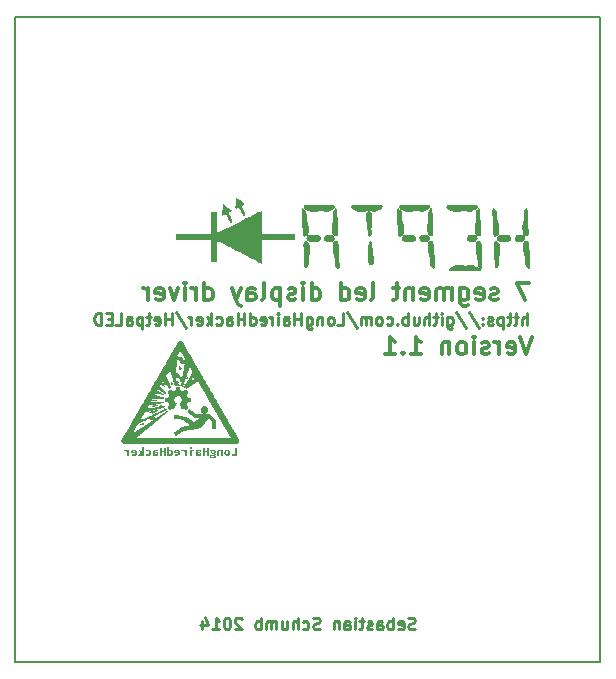
<source format=gbo>
G04 (created by PCBNEW (2013-may-18)-stable) date Wed 22 Oct 2014 04:49:01 PM CEST*
%MOIN*%
G04 Gerber Fmt 3.4, Leading zero omitted, Abs format*
%FSLAX34Y34*%
G01*
G70*
G90*
G04 APERTURE LIST*
%ADD10C,0.00590551*%
%ADD11C,0.005*%
%ADD12C,0.011811*%
%ADD13C,0.00984252*%
%ADD14C,0.0001*%
G04 APERTURE END LIST*
G54D10*
G54D11*
X58750Y-35000D02*
X39250Y-35000D01*
X58750Y-13500D02*
X58750Y-35000D01*
X39250Y-13500D02*
X58750Y-13500D01*
X39250Y-35000D02*
X39250Y-13500D01*
G54D12*
X56474Y-24148D02*
X56277Y-24739D01*
X56080Y-24148D01*
X55659Y-24710D02*
X55715Y-24739D01*
X55827Y-24739D01*
X55884Y-24710D01*
X55912Y-24654D01*
X55912Y-24429D01*
X55884Y-24373D01*
X55827Y-24345D01*
X55715Y-24345D01*
X55659Y-24373D01*
X55631Y-24429D01*
X55631Y-24485D01*
X55912Y-24542D01*
X55377Y-24739D02*
X55377Y-24345D01*
X55377Y-24457D02*
X55349Y-24401D01*
X55321Y-24373D01*
X55265Y-24345D01*
X55209Y-24345D01*
X55040Y-24710D02*
X54984Y-24739D01*
X54871Y-24739D01*
X54815Y-24710D01*
X54787Y-24654D01*
X54787Y-24626D01*
X54815Y-24570D01*
X54871Y-24542D01*
X54956Y-24542D01*
X55012Y-24514D01*
X55040Y-24457D01*
X55040Y-24429D01*
X55012Y-24373D01*
X54956Y-24345D01*
X54871Y-24345D01*
X54815Y-24373D01*
X54534Y-24739D02*
X54534Y-24345D01*
X54534Y-24148D02*
X54562Y-24176D01*
X54534Y-24204D01*
X54506Y-24176D01*
X54534Y-24148D01*
X54534Y-24204D01*
X54168Y-24739D02*
X54224Y-24710D01*
X54253Y-24682D01*
X54281Y-24626D01*
X54281Y-24457D01*
X54253Y-24401D01*
X54224Y-24373D01*
X54168Y-24345D01*
X54084Y-24345D01*
X54028Y-24373D01*
X54000Y-24401D01*
X53971Y-24457D01*
X53971Y-24626D01*
X54000Y-24682D01*
X54028Y-24710D01*
X54084Y-24739D01*
X54168Y-24739D01*
X53718Y-24345D02*
X53718Y-24739D01*
X53718Y-24401D02*
X53690Y-24373D01*
X53634Y-24345D01*
X53550Y-24345D01*
X53493Y-24373D01*
X53465Y-24429D01*
X53465Y-24739D01*
X52425Y-24739D02*
X52762Y-24739D01*
X52593Y-24739D02*
X52593Y-24148D01*
X52650Y-24232D01*
X52706Y-24289D01*
X52762Y-24317D01*
X52172Y-24682D02*
X52143Y-24710D01*
X52172Y-24739D01*
X52200Y-24710D01*
X52172Y-24682D01*
X52172Y-24739D01*
X51581Y-24739D02*
X51919Y-24739D01*
X51750Y-24739D02*
X51750Y-24148D01*
X51806Y-24232D01*
X51862Y-24289D01*
X51919Y-24317D01*
G54D13*
X52562Y-33890D02*
X52505Y-33909D01*
X52412Y-33909D01*
X52374Y-33890D01*
X52355Y-33871D01*
X52337Y-33834D01*
X52337Y-33796D01*
X52355Y-33759D01*
X52374Y-33740D01*
X52412Y-33721D01*
X52487Y-33703D01*
X52524Y-33684D01*
X52543Y-33665D01*
X52562Y-33628D01*
X52562Y-33590D01*
X52543Y-33553D01*
X52524Y-33534D01*
X52487Y-33515D01*
X52393Y-33515D01*
X52337Y-33534D01*
X52018Y-33890D02*
X52055Y-33909D01*
X52130Y-33909D01*
X52168Y-33890D01*
X52187Y-33853D01*
X52187Y-33703D01*
X52168Y-33665D01*
X52130Y-33646D01*
X52055Y-33646D01*
X52018Y-33665D01*
X51999Y-33703D01*
X51999Y-33740D01*
X52187Y-33778D01*
X51830Y-33909D02*
X51830Y-33515D01*
X51830Y-33665D02*
X51793Y-33646D01*
X51718Y-33646D01*
X51680Y-33665D01*
X51662Y-33684D01*
X51643Y-33721D01*
X51643Y-33834D01*
X51662Y-33871D01*
X51680Y-33890D01*
X51718Y-33909D01*
X51793Y-33909D01*
X51830Y-33890D01*
X51305Y-33909D02*
X51305Y-33703D01*
X51324Y-33665D01*
X51362Y-33646D01*
X51437Y-33646D01*
X51474Y-33665D01*
X51305Y-33890D02*
X51343Y-33909D01*
X51437Y-33909D01*
X51474Y-33890D01*
X51493Y-33853D01*
X51493Y-33815D01*
X51474Y-33778D01*
X51437Y-33759D01*
X51343Y-33759D01*
X51305Y-33740D01*
X51137Y-33890D02*
X51099Y-33909D01*
X51024Y-33909D01*
X50987Y-33890D01*
X50968Y-33853D01*
X50968Y-33834D01*
X50987Y-33796D01*
X51024Y-33778D01*
X51080Y-33778D01*
X51118Y-33759D01*
X51137Y-33721D01*
X51137Y-33703D01*
X51118Y-33665D01*
X51080Y-33646D01*
X51024Y-33646D01*
X50987Y-33665D01*
X50856Y-33646D02*
X50706Y-33646D01*
X50799Y-33515D02*
X50799Y-33853D01*
X50781Y-33890D01*
X50743Y-33909D01*
X50706Y-33909D01*
X50574Y-33909D02*
X50574Y-33646D01*
X50574Y-33515D02*
X50593Y-33534D01*
X50574Y-33553D01*
X50556Y-33534D01*
X50574Y-33515D01*
X50574Y-33553D01*
X50218Y-33909D02*
X50218Y-33703D01*
X50237Y-33665D01*
X50274Y-33646D01*
X50349Y-33646D01*
X50387Y-33665D01*
X50218Y-33890D02*
X50256Y-33909D01*
X50349Y-33909D01*
X50387Y-33890D01*
X50406Y-33853D01*
X50406Y-33815D01*
X50387Y-33778D01*
X50349Y-33759D01*
X50256Y-33759D01*
X50218Y-33740D01*
X50031Y-33646D02*
X50031Y-33909D01*
X50031Y-33684D02*
X50012Y-33665D01*
X49974Y-33646D01*
X49918Y-33646D01*
X49881Y-33665D01*
X49862Y-33703D01*
X49862Y-33909D01*
X49393Y-33890D02*
X49337Y-33909D01*
X49243Y-33909D01*
X49206Y-33890D01*
X49187Y-33871D01*
X49168Y-33834D01*
X49168Y-33796D01*
X49187Y-33759D01*
X49206Y-33740D01*
X49243Y-33721D01*
X49318Y-33703D01*
X49356Y-33684D01*
X49374Y-33665D01*
X49393Y-33628D01*
X49393Y-33590D01*
X49374Y-33553D01*
X49356Y-33534D01*
X49318Y-33515D01*
X49224Y-33515D01*
X49168Y-33534D01*
X48831Y-33890D02*
X48868Y-33909D01*
X48943Y-33909D01*
X48981Y-33890D01*
X49000Y-33871D01*
X49018Y-33834D01*
X49018Y-33721D01*
X49000Y-33684D01*
X48981Y-33665D01*
X48943Y-33646D01*
X48868Y-33646D01*
X48831Y-33665D01*
X48662Y-33909D02*
X48662Y-33515D01*
X48493Y-33909D02*
X48493Y-33703D01*
X48512Y-33665D01*
X48550Y-33646D01*
X48606Y-33646D01*
X48643Y-33665D01*
X48662Y-33684D01*
X48137Y-33646D02*
X48137Y-33909D01*
X48306Y-33646D02*
X48306Y-33853D01*
X48287Y-33890D01*
X48250Y-33909D01*
X48193Y-33909D01*
X48156Y-33890D01*
X48137Y-33871D01*
X47950Y-33909D02*
X47950Y-33646D01*
X47950Y-33684D02*
X47931Y-33665D01*
X47893Y-33646D01*
X47837Y-33646D01*
X47800Y-33665D01*
X47781Y-33703D01*
X47781Y-33909D01*
X47781Y-33703D02*
X47762Y-33665D01*
X47725Y-33646D01*
X47668Y-33646D01*
X47631Y-33665D01*
X47612Y-33703D01*
X47612Y-33909D01*
X47425Y-33909D02*
X47425Y-33515D01*
X47425Y-33665D02*
X47387Y-33646D01*
X47312Y-33646D01*
X47275Y-33665D01*
X47256Y-33684D01*
X47237Y-33721D01*
X47237Y-33834D01*
X47256Y-33871D01*
X47275Y-33890D01*
X47312Y-33909D01*
X47387Y-33909D01*
X47425Y-33890D01*
X46787Y-33553D02*
X46769Y-33534D01*
X46731Y-33515D01*
X46637Y-33515D01*
X46600Y-33534D01*
X46581Y-33553D01*
X46562Y-33590D01*
X46562Y-33628D01*
X46581Y-33684D01*
X46806Y-33909D01*
X46562Y-33909D01*
X46319Y-33515D02*
X46281Y-33515D01*
X46244Y-33534D01*
X46225Y-33553D01*
X46206Y-33590D01*
X46187Y-33665D01*
X46187Y-33759D01*
X46206Y-33834D01*
X46225Y-33871D01*
X46244Y-33890D01*
X46281Y-33909D01*
X46319Y-33909D01*
X46356Y-33890D01*
X46375Y-33871D01*
X46394Y-33834D01*
X46412Y-33759D01*
X46412Y-33665D01*
X46394Y-33590D01*
X46375Y-33553D01*
X46356Y-33534D01*
X46319Y-33515D01*
X45812Y-33909D02*
X46037Y-33909D01*
X45925Y-33909D02*
X45925Y-33515D01*
X45962Y-33571D01*
X46000Y-33609D01*
X46037Y-33628D01*
X45475Y-33646D02*
X45475Y-33909D01*
X45569Y-33496D02*
X45662Y-33778D01*
X45419Y-33778D01*
X56308Y-23759D02*
X56308Y-23365D01*
X56139Y-23759D02*
X56139Y-23553D01*
X56158Y-23515D01*
X56195Y-23496D01*
X56252Y-23496D01*
X56289Y-23515D01*
X56308Y-23534D01*
X56008Y-23496D02*
X55858Y-23496D01*
X55952Y-23365D02*
X55952Y-23703D01*
X55933Y-23740D01*
X55896Y-23759D01*
X55858Y-23759D01*
X55783Y-23496D02*
X55633Y-23496D01*
X55727Y-23365D02*
X55727Y-23703D01*
X55708Y-23740D01*
X55671Y-23759D01*
X55633Y-23759D01*
X55502Y-23496D02*
X55502Y-23890D01*
X55502Y-23515D02*
X55464Y-23496D01*
X55389Y-23496D01*
X55352Y-23515D01*
X55333Y-23534D01*
X55314Y-23571D01*
X55314Y-23684D01*
X55333Y-23721D01*
X55352Y-23740D01*
X55389Y-23759D01*
X55464Y-23759D01*
X55502Y-23740D01*
X55164Y-23740D02*
X55127Y-23759D01*
X55052Y-23759D01*
X55014Y-23740D01*
X54996Y-23703D01*
X54996Y-23684D01*
X55014Y-23646D01*
X55052Y-23628D01*
X55108Y-23628D01*
X55146Y-23609D01*
X55164Y-23571D01*
X55164Y-23553D01*
X55146Y-23515D01*
X55108Y-23496D01*
X55052Y-23496D01*
X55014Y-23515D01*
X54827Y-23721D02*
X54808Y-23740D01*
X54827Y-23759D01*
X54846Y-23740D01*
X54827Y-23721D01*
X54827Y-23759D01*
X54827Y-23515D02*
X54808Y-23534D01*
X54827Y-23553D01*
X54846Y-23534D01*
X54827Y-23515D01*
X54827Y-23553D01*
X54358Y-23346D02*
X54696Y-23853D01*
X53946Y-23346D02*
X54283Y-23853D01*
X53646Y-23496D02*
X53646Y-23815D01*
X53665Y-23853D01*
X53683Y-23871D01*
X53721Y-23890D01*
X53777Y-23890D01*
X53815Y-23871D01*
X53646Y-23740D02*
X53683Y-23759D01*
X53758Y-23759D01*
X53796Y-23740D01*
X53815Y-23721D01*
X53833Y-23684D01*
X53833Y-23571D01*
X53815Y-23534D01*
X53796Y-23515D01*
X53758Y-23496D01*
X53683Y-23496D01*
X53646Y-23515D01*
X53458Y-23759D02*
X53458Y-23496D01*
X53458Y-23365D02*
X53477Y-23384D01*
X53458Y-23403D01*
X53440Y-23384D01*
X53458Y-23365D01*
X53458Y-23403D01*
X53327Y-23496D02*
X53177Y-23496D01*
X53271Y-23365D02*
X53271Y-23703D01*
X53252Y-23740D01*
X53215Y-23759D01*
X53177Y-23759D01*
X53046Y-23759D02*
X53046Y-23365D01*
X52877Y-23759D02*
X52877Y-23553D01*
X52896Y-23515D01*
X52933Y-23496D01*
X52990Y-23496D01*
X53027Y-23515D01*
X53046Y-23534D01*
X52521Y-23496D02*
X52521Y-23759D01*
X52690Y-23496D02*
X52690Y-23703D01*
X52671Y-23740D01*
X52633Y-23759D01*
X52577Y-23759D01*
X52540Y-23740D01*
X52521Y-23721D01*
X52333Y-23759D02*
X52333Y-23365D01*
X52333Y-23515D02*
X52296Y-23496D01*
X52221Y-23496D01*
X52183Y-23515D01*
X52165Y-23534D01*
X52146Y-23571D01*
X52146Y-23684D01*
X52165Y-23721D01*
X52183Y-23740D01*
X52221Y-23759D01*
X52296Y-23759D01*
X52333Y-23740D01*
X51977Y-23721D02*
X51959Y-23740D01*
X51977Y-23759D01*
X51996Y-23740D01*
X51977Y-23721D01*
X51977Y-23759D01*
X51621Y-23740D02*
X51659Y-23759D01*
X51734Y-23759D01*
X51771Y-23740D01*
X51790Y-23721D01*
X51809Y-23684D01*
X51809Y-23571D01*
X51790Y-23534D01*
X51771Y-23515D01*
X51734Y-23496D01*
X51659Y-23496D01*
X51621Y-23515D01*
X51396Y-23759D02*
X51434Y-23740D01*
X51452Y-23721D01*
X51471Y-23684D01*
X51471Y-23571D01*
X51452Y-23534D01*
X51434Y-23515D01*
X51396Y-23496D01*
X51340Y-23496D01*
X51302Y-23515D01*
X51284Y-23534D01*
X51265Y-23571D01*
X51265Y-23684D01*
X51284Y-23721D01*
X51302Y-23740D01*
X51340Y-23759D01*
X51396Y-23759D01*
X51096Y-23759D02*
X51096Y-23496D01*
X51096Y-23534D02*
X51077Y-23515D01*
X51040Y-23496D01*
X50984Y-23496D01*
X50946Y-23515D01*
X50927Y-23553D01*
X50927Y-23759D01*
X50927Y-23553D02*
X50909Y-23515D01*
X50871Y-23496D01*
X50815Y-23496D01*
X50777Y-23515D01*
X50759Y-23553D01*
X50759Y-23759D01*
X50290Y-23346D02*
X50627Y-23853D01*
X49971Y-23759D02*
X50159Y-23759D01*
X50159Y-23365D01*
X49784Y-23759D02*
X49821Y-23740D01*
X49840Y-23721D01*
X49859Y-23684D01*
X49859Y-23571D01*
X49840Y-23534D01*
X49821Y-23515D01*
X49784Y-23496D01*
X49728Y-23496D01*
X49690Y-23515D01*
X49671Y-23534D01*
X49653Y-23571D01*
X49653Y-23684D01*
X49671Y-23721D01*
X49690Y-23740D01*
X49728Y-23759D01*
X49784Y-23759D01*
X49484Y-23496D02*
X49484Y-23759D01*
X49484Y-23534D02*
X49465Y-23515D01*
X49428Y-23496D01*
X49371Y-23496D01*
X49334Y-23515D01*
X49315Y-23553D01*
X49315Y-23759D01*
X48959Y-23496D02*
X48959Y-23815D01*
X48978Y-23853D01*
X48996Y-23871D01*
X49034Y-23890D01*
X49090Y-23890D01*
X49128Y-23871D01*
X48959Y-23740D02*
X48996Y-23759D01*
X49071Y-23759D01*
X49109Y-23740D01*
X49128Y-23721D01*
X49146Y-23684D01*
X49146Y-23571D01*
X49128Y-23534D01*
X49109Y-23515D01*
X49071Y-23496D01*
X48996Y-23496D01*
X48959Y-23515D01*
X48771Y-23759D02*
X48771Y-23365D01*
X48771Y-23553D02*
X48546Y-23553D01*
X48546Y-23759D02*
X48546Y-23365D01*
X48190Y-23759D02*
X48190Y-23553D01*
X48209Y-23515D01*
X48246Y-23496D01*
X48321Y-23496D01*
X48359Y-23515D01*
X48190Y-23740D02*
X48228Y-23759D01*
X48321Y-23759D01*
X48359Y-23740D01*
X48378Y-23703D01*
X48378Y-23665D01*
X48359Y-23628D01*
X48321Y-23609D01*
X48228Y-23609D01*
X48190Y-23590D01*
X48003Y-23759D02*
X48003Y-23496D01*
X48003Y-23365D02*
X48022Y-23384D01*
X48003Y-23403D01*
X47984Y-23384D01*
X48003Y-23365D01*
X48003Y-23403D01*
X47815Y-23759D02*
X47815Y-23496D01*
X47815Y-23571D02*
X47797Y-23534D01*
X47778Y-23515D01*
X47740Y-23496D01*
X47703Y-23496D01*
X47422Y-23740D02*
X47459Y-23759D01*
X47534Y-23759D01*
X47572Y-23740D01*
X47590Y-23703D01*
X47590Y-23553D01*
X47572Y-23515D01*
X47534Y-23496D01*
X47459Y-23496D01*
X47422Y-23515D01*
X47403Y-23553D01*
X47403Y-23590D01*
X47590Y-23628D01*
X47065Y-23759D02*
X47065Y-23365D01*
X47065Y-23740D02*
X47103Y-23759D01*
X47178Y-23759D01*
X47215Y-23740D01*
X47234Y-23721D01*
X47253Y-23684D01*
X47253Y-23571D01*
X47234Y-23534D01*
X47215Y-23515D01*
X47178Y-23496D01*
X47103Y-23496D01*
X47065Y-23515D01*
X46878Y-23759D02*
X46878Y-23365D01*
X46878Y-23553D02*
X46653Y-23553D01*
X46653Y-23759D02*
X46653Y-23365D01*
X46297Y-23759D02*
X46297Y-23553D01*
X46315Y-23515D01*
X46353Y-23496D01*
X46428Y-23496D01*
X46465Y-23515D01*
X46297Y-23740D02*
X46334Y-23759D01*
X46428Y-23759D01*
X46465Y-23740D01*
X46484Y-23703D01*
X46484Y-23665D01*
X46465Y-23628D01*
X46428Y-23609D01*
X46334Y-23609D01*
X46297Y-23590D01*
X45941Y-23740D02*
X45978Y-23759D01*
X46053Y-23759D01*
X46091Y-23740D01*
X46109Y-23721D01*
X46128Y-23684D01*
X46128Y-23571D01*
X46109Y-23534D01*
X46091Y-23515D01*
X46053Y-23496D01*
X45978Y-23496D01*
X45941Y-23515D01*
X45772Y-23759D02*
X45772Y-23365D01*
X45734Y-23609D02*
X45622Y-23759D01*
X45622Y-23496D02*
X45772Y-23646D01*
X45303Y-23740D02*
X45341Y-23759D01*
X45416Y-23759D01*
X45453Y-23740D01*
X45472Y-23703D01*
X45472Y-23553D01*
X45453Y-23515D01*
X45416Y-23496D01*
X45341Y-23496D01*
X45303Y-23515D01*
X45284Y-23553D01*
X45284Y-23590D01*
X45472Y-23628D01*
X45116Y-23759D02*
X45116Y-23496D01*
X45116Y-23571D02*
X45097Y-23534D01*
X45078Y-23515D01*
X45041Y-23496D01*
X45003Y-23496D01*
X44591Y-23346D02*
X44928Y-23853D01*
X44459Y-23759D02*
X44459Y-23365D01*
X44459Y-23553D02*
X44234Y-23553D01*
X44234Y-23759D02*
X44234Y-23365D01*
X43897Y-23740D02*
X43935Y-23759D01*
X44010Y-23759D01*
X44047Y-23740D01*
X44066Y-23703D01*
X44066Y-23553D01*
X44047Y-23515D01*
X44010Y-23496D01*
X43935Y-23496D01*
X43897Y-23515D01*
X43878Y-23553D01*
X43878Y-23590D01*
X44066Y-23628D01*
X43766Y-23496D02*
X43616Y-23496D01*
X43710Y-23365D02*
X43710Y-23703D01*
X43691Y-23740D01*
X43653Y-23759D01*
X43616Y-23759D01*
X43485Y-23496D02*
X43485Y-23890D01*
X43485Y-23515D02*
X43447Y-23496D01*
X43372Y-23496D01*
X43335Y-23515D01*
X43316Y-23534D01*
X43297Y-23571D01*
X43297Y-23684D01*
X43316Y-23721D01*
X43335Y-23740D01*
X43372Y-23759D01*
X43447Y-23759D01*
X43485Y-23740D01*
X42960Y-23759D02*
X42960Y-23553D01*
X42978Y-23515D01*
X43016Y-23496D01*
X43091Y-23496D01*
X43128Y-23515D01*
X42960Y-23740D02*
X42997Y-23759D01*
X43091Y-23759D01*
X43128Y-23740D01*
X43147Y-23703D01*
X43147Y-23665D01*
X43128Y-23628D01*
X43091Y-23609D01*
X42997Y-23609D01*
X42960Y-23590D01*
X42585Y-23759D02*
X42772Y-23759D01*
X42772Y-23365D01*
X42453Y-23553D02*
X42322Y-23553D01*
X42266Y-23759D02*
X42453Y-23759D01*
X42453Y-23365D01*
X42266Y-23365D01*
X42097Y-23759D02*
X42097Y-23365D01*
X42004Y-23365D01*
X41947Y-23384D01*
X41910Y-23421D01*
X41891Y-23459D01*
X41872Y-23534D01*
X41872Y-23590D01*
X41891Y-23665D01*
X41910Y-23703D01*
X41947Y-23740D01*
X42004Y-23759D01*
X42097Y-23759D01*
G54D12*
X56375Y-22348D02*
X55982Y-22348D01*
X56235Y-22939D01*
X55335Y-22910D02*
X55279Y-22939D01*
X55166Y-22939D01*
X55110Y-22910D01*
X55082Y-22854D01*
X55082Y-22826D01*
X55110Y-22770D01*
X55166Y-22742D01*
X55250Y-22742D01*
X55307Y-22714D01*
X55335Y-22657D01*
X55335Y-22629D01*
X55307Y-22573D01*
X55250Y-22545D01*
X55166Y-22545D01*
X55110Y-22573D01*
X54604Y-22910D02*
X54660Y-22939D01*
X54772Y-22939D01*
X54829Y-22910D01*
X54857Y-22854D01*
X54857Y-22629D01*
X54829Y-22573D01*
X54772Y-22545D01*
X54660Y-22545D01*
X54604Y-22573D01*
X54575Y-22629D01*
X54575Y-22685D01*
X54857Y-22742D01*
X54069Y-22545D02*
X54069Y-23023D01*
X54097Y-23079D01*
X54126Y-23107D01*
X54182Y-23135D01*
X54266Y-23135D01*
X54322Y-23107D01*
X54069Y-22910D02*
X54126Y-22939D01*
X54238Y-22939D01*
X54294Y-22910D01*
X54322Y-22882D01*
X54351Y-22826D01*
X54351Y-22657D01*
X54322Y-22601D01*
X54294Y-22573D01*
X54238Y-22545D01*
X54126Y-22545D01*
X54069Y-22573D01*
X53788Y-22939D02*
X53788Y-22545D01*
X53788Y-22601D02*
X53760Y-22573D01*
X53704Y-22545D01*
X53619Y-22545D01*
X53563Y-22573D01*
X53535Y-22629D01*
X53535Y-22939D01*
X53535Y-22629D02*
X53507Y-22573D01*
X53451Y-22545D01*
X53366Y-22545D01*
X53310Y-22573D01*
X53282Y-22629D01*
X53282Y-22939D01*
X52776Y-22910D02*
X52832Y-22939D01*
X52944Y-22939D01*
X53001Y-22910D01*
X53029Y-22854D01*
X53029Y-22629D01*
X53001Y-22573D01*
X52944Y-22545D01*
X52832Y-22545D01*
X52776Y-22573D01*
X52748Y-22629D01*
X52748Y-22685D01*
X53029Y-22742D01*
X52494Y-22545D02*
X52494Y-22939D01*
X52494Y-22601D02*
X52466Y-22573D01*
X52410Y-22545D01*
X52326Y-22545D01*
X52270Y-22573D01*
X52241Y-22629D01*
X52241Y-22939D01*
X52045Y-22545D02*
X51820Y-22545D01*
X51960Y-22348D02*
X51960Y-22854D01*
X51932Y-22910D01*
X51876Y-22939D01*
X51820Y-22939D01*
X51088Y-22939D02*
X51145Y-22910D01*
X51173Y-22854D01*
X51173Y-22348D01*
X50638Y-22910D02*
X50695Y-22939D01*
X50807Y-22939D01*
X50863Y-22910D01*
X50892Y-22854D01*
X50892Y-22629D01*
X50863Y-22573D01*
X50807Y-22545D01*
X50695Y-22545D01*
X50638Y-22573D01*
X50610Y-22629D01*
X50610Y-22685D01*
X50892Y-22742D01*
X50104Y-22939D02*
X50104Y-22348D01*
X50104Y-22910D02*
X50160Y-22939D01*
X50273Y-22939D01*
X50329Y-22910D01*
X50357Y-22882D01*
X50385Y-22826D01*
X50385Y-22657D01*
X50357Y-22601D01*
X50329Y-22573D01*
X50273Y-22545D01*
X50160Y-22545D01*
X50104Y-22573D01*
X49120Y-22939D02*
X49120Y-22348D01*
X49120Y-22910D02*
X49176Y-22939D01*
X49289Y-22939D01*
X49345Y-22910D01*
X49373Y-22882D01*
X49401Y-22826D01*
X49401Y-22657D01*
X49373Y-22601D01*
X49345Y-22573D01*
X49289Y-22545D01*
X49176Y-22545D01*
X49120Y-22573D01*
X48839Y-22939D02*
X48839Y-22545D01*
X48839Y-22348D02*
X48867Y-22376D01*
X48839Y-22404D01*
X48811Y-22376D01*
X48839Y-22348D01*
X48839Y-22404D01*
X48586Y-22910D02*
X48529Y-22939D01*
X48417Y-22939D01*
X48361Y-22910D01*
X48333Y-22854D01*
X48333Y-22826D01*
X48361Y-22770D01*
X48417Y-22742D01*
X48501Y-22742D01*
X48557Y-22714D01*
X48586Y-22657D01*
X48586Y-22629D01*
X48557Y-22573D01*
X48501Y-22545D01*
X48417Y-22545D01*
X48361Y-22573D01*
X48079Y-22545D02*
X48079Y-23135D01*
X48079Y-22573D02*
X48023Y-22545D01*
X47911Y-22545D01*
X47854Y-22573D01*
X47826Y-22601D01*
X47798Y-22657D01*
X47798Y-22826D01*
X47826Y-22882D01*
X47854Y-22910D01*
X47911Y-22939D01*
X48023Y-22939D01*
X48079Y-22910D01*
X47461Y-22939D02*
X47517Y-22910D01*
X47545Y-22854D01*
X47545Y-22348D01*
X46983Y-22939D02*
X46983Y-22629D01*
X47011Y-22573D01*
X47067Y-22545D01*
X47180Y-22545D01*
X47236Y-22573D01*
X46983Y-22910D02*
X47039Y-22939D01*
X47180Y-22939D01*
X47236Y-22910D01*
X47264Y-22854D01*
X47264Y-22798D01*
X47236Y-22742D01*
X47180Y-22714D01*
X47039Y-22714D01*
X46983Y-22685D01*
X46758Y-22545D02*
X46617Y-22939D01*
X46476Y-22545D02*
X46617Y-22939D01*
X46673Y-23079D01*
X46701Y-23107D01*
X46758Y-23135D01*
X45548Y-22939D02*
X45548Y-22348D01*
X45548Y-22910D02*
X45605Y-22939D01*
X45717Y-22939D01*
X45773Y-22910D01*
X45802Y-22882D01*
X45830Y-22826D01*
X45830Y-22657D01*
X45802Y-22601D01*
X45773Y-22573D01*
X45717Y-22545D01*
X45605Y-22545D01*
X45548Y-22573D01*
X45267Y-22939D02*
X45267Y-22545D01*
X45267Y-22657D02*
X45239Y-22601D01*
X45211Y-22573D01*
X45155Y-22545D01*
X45099Y-22545D01*
X44902Y-22939D02*
X44902Y-22545D01*
X44902Y-22348D02*
X44930Y-22376D01*
X44902Y-22404D01*
X44874Y-22376D01*
X44902Y-22348D01*
X44902Y-22404D01*
X44677Y-22545D02*
X44536Y-22939D01*
X44396Y-22545D01*
X43946Y-22910D02*
X44002Y-22939D01*
X44114Y-22939D01*
X44171Y-22910D01*
X44199Y-22854D01*
X44199Y-22629D01*
X44171Y-22573D01*
X44114Y-22545D01*
X44002Y-22545D01*
X43946Y-22573D01*
X43917Y-22629D01*
X43917Y-22685D01*
X44199Y-22742D01*
X43664Y-22939D02*
X43664Y-22545D01*
X43664Y-22657D02*
X43636Y-22601D01*
X43608Y-22573D01*
X43552Y-22545D01*
X43496Y-22545D01*
G54D14*
G36*
X53701Y-21943D02*
X53702Y-21949D01*
X53706Y-21953D01*
X53713Y-21957D01*
X53727Y-21960D01*
X53749Y-21962D01*
X53781Y-21964D01*
X53825Y-21965D01*
X53883Y-21966D01*
X53956Y-21967D01*
X54048Y-21968D01*
X54159Y-21969D01*
X54237Y-21969D01*
X54364Y-21970D01*
X54470Y-21970D01*
X54556Y-21970D01*
X54626Y-21969D01*
X54679Y-21968D01*
X54719Y-21967D01*
X54747Y-21965D01*
X54764Y-21962D01*
X54773Y-21959D01*
X54776Y-21956D01*
X54773Y-21935D01*
X54755Y-21907D01*
X54727Y-21877D01*
X54693Y-21850D01*
X54659Y-21831D01*
X54630Y-21823D01*
X54629Y-21823D01*
X54610Y-21817D01*
X54580Y-21801D01*
X54559Y-21788D01*
X54528Y-21768D01*
X54502Y-21758D01*
X54471Y-21756D01*
X54437Y-21758D01*
X54389Y-21764D01*
X54340Y-21773D01*
X54315Y-21780D01*
X54280Y-21790D01*
X54255Y-21792D01*
X54227Y-21784D01*
X54218Y-21780D01*
X54181Y-21770D01*
X54128Y-21763D01*
X54062Y-21758D01*
X54051Y-21758D01*
X53997Y-21756D01*
X53958Y-21756D01*
X53929Y-21760D01*
X53903Y-21769D01*
X53872Y-21783D01*
X53849Y-21795D01*
X53794Y-21827D01*
X53750Y-21862D01*
X53718Y-21898D01*
X53702Y-21930D01*
X53701Y-21943D01*
X53701Y-21943D01*
X53701Y-21943D01*
G37*
G36*
X56178Y-21105D02*
X56178Y-21156D01*
X56180Y-21214D01*
X56180Y-21217D01*
X56184Y-21286D01*
X56189Y-21337D01*
X56196Y-21376D01*
X56206Y-21408D01*
X56210Y-21417D01*
X56223Y-21454D01*
X56232Y-21500D01*
X56238Y-21561D01*
X56241Y-21599D01*
X56245Y-21670D01*
X56249Y-21723D01*
X56254Y-21762D01*
X56262Y-21789D01*
X56273Y-21811D01*
X56288Y-21831D01*
X56302Y-21846D01*
X56336Y-21878D01*
X56363Y-21890D01*
X56384Y-21885D01*
X56395Y-21874D01*
X56399Y-21865D01*
X56402Y-21849D01*
X56404Y-21822D01*
X56404Y-21782D01*
X56404Y-21729D01*
X56402Y-21659D01*
X56399Y-21570D01*
X56396Y-21477D01*
X56393Y-21384D01*
X56389Y-21297D01*
X56385Y-21219D01*
X56382Y-21152D01*
X56379Y-21100D01*
X56377Y-21066D01*
X56376Y-21055D01*
X56363Y-21015D01*
X56337Y-20979D01*
X56307Y-20953D01*
X56276Y-20944D01*
X56249Y-20953D01*
X56219Y-20978D01*
X56194Y-21012D01*
X56182Y-21043D01*
X56179Y-21065D01*
X56178Y-21105D01*
X56178Y-21105D01*
X56178Y-21105D01*
G37*
G36*
X54590Y-21156D02*
X54592Y-21214D01*
X54592Y-21217D01*
X54596Y-21286D01*
X54601Y-21336D01*
X54608Y-21375D01*
X54618Y-21407D01*
X54623Y-21418D01*
X54636Y-21455D01*
X54645Y-21499D01*
X54651Y-21556D01*
X54653Y-21600D01*
X54657Y-21671D01*
X54661Y-21724D01*
X54666Y-21762D01*
X54674Y-21790D01*
X54685Y-21812D01*
X54701Y-21832D01*
X54714Y-21846D01*
X54748Y-21878D01*
X54774Y-21890D01*
X54796Y-21885D01*
X54807Y-21874D01*
X54811Y-21865D01*
X54814Y-21849D01*
X54815Y-21822D01*
X54816Y-21782D01*
X54816Y-21729D01*
X54814Y-21659D01*
X54811Y-21570D01*
X54808Y-21477D01*
X54804Y-21384D01*
X54801Y-21297D01*
X54798Y-21219D01*
X54794Y-21152D01*
X54791Y-21100D01*
X54789Y-21066D01*
X54788Y-21055D01*
X54775Y-21015D01*
X54750Y-20979D01*
X54719Y-20953D01*
X54689Y-20944D01*
X54661Y-20953D01*
X54631Y-20978D01*
X54606Y-21012D01*
X54594Y-21043D01*
X54591Y-21065D01*
X54590Y-21105D01*
X54590Y-21156D01*
X54590Y-21156D01*
X54590Y-21156D01*
G37*
G36*
X53002Y-21105D02*
X53002Y-21156D01*
X53004Y-21214D01*
X53004Y-21217D01*
X53008Y-21286D01*
X53013Y-21336D01*
X53020Y-21375D01*
X53030Y-21407D01*
X53035Y-21418D01*
X53048Y-21455D01*
X53057Y-21499D01*
X53063Y-21556D01*
X53065Y-21600D01*
X53069Y-21671D01*
X53073Y-21724D01*
X53078Y-21762D01*
X53086Y-21790D01*
X53097Y-21812D01*
X53113Y-21832D01*
X53126Y-21846D01*
X53160Y-21878D01*
X53186Y-21890D01*
X53208Y-21885D01*
X53219Y-21874D01*
X53223Y-21865D01*
X53226Y-21849D01*
X53228Y-21822D01*
X53228Y-21782D01*
X53228Y-21729D01*
X53226Y-21659D01*
X53223Y-21570D01*
X53220Y-21477D01*
X53217Y-21384D01*
X53213Y-21297D01*
X53209Y-21219D01*
X53206Y-21152D01*
X53204Y-21100D01*
X53201Y-21066D01*
X53200Y-21055D01*
X53186Y-21015D01*
X53162Y-20979D01*
X53131Y-20953D01*
X53101Y-20944D01*
X53073Y-20953D01*
X53043Y-20978D01*
X53019Y-21012D01*
X53006Y-21043D01*
X53003Y-21065D01*
X53002Y-21105D01*
X53002Y-21105D01*
X53002Y-21105D01*
G37*
G36*
X49827Y-21105D02*
X49828Y-21157D01*
X49829Y-21215D01*
X49830Y-21219D01*
X49834Y-21288D01*
X49839Y-21339D01*
X49846Y-21378D01*
X49857Y-21410D01*
X49861Y-21420D01*
X49872Y-21452D01*
X49881Y-21489D01*
X49887Y-21538D01*
X49891Y-21603D01*
X49892Y-21618D01*
X49897Y-21696D01*
X49906Y-21755D01*
X49918Y-21800D01*
X49937Y-21834D01*
X49963Y-21861D01*
X49971Y-21868D01*
X50002Y-21888D01*
X50025Y-21889D01*
X50044Y-21874D01*
X50048Y-21865D01*
X50051Y-21849D01*
X50053Y-21822D01*
X50053Y-21782D01*
X50053Y-21729D01*
X50051Y-21659D01*
X50048Y-21570D01*
X50045Y-21477D01*
X50042Y-21384D01*
X50038Y-21297D01*
X50035Y-21219D01*
X50031Y-21152D01*
X50029Y-21100D01*
X50026Y-21066D01*
X50025Y-21055D01*
X50012Y-21015D01*
X49987Y-20979D01*
X49956Y-20953D01*
X49926Y-20944D01*
X49898Y-20953D01*
X49868Y-20978D01*
X49843Y-21012D01*
X49830Y-21043D01*
X49828Y-21066D01*
X49827Y-21105D01*
X49827Y-21105D01*
X49827Y-21105D01*
G37*
G36*
X55202Y-21150D02*
X55203Y-21219D01*
X55205Y-21297D01*
X55208Y-21380D01*
X55211Y-21465D01*
X55215Y-21549D01*
X55220Y-21628D01*
X55225Y-21700D01*
X55229Y-21760D01*
X55234Y-21806D01*
X55239Y-21835D01*
X55242Y-21842D01*
X55267Y-21856D01*
X55298Y-21853D01*
X55327Y-21833D01*
X55329Y-21832D01*
X55349Y-21806D01*
X55363Y-21780D01*
X55372Y-21748D01*
X55376Y-21704D01*
X55378Y-21645D01*
X55378Y-21627D01*
X55380Y-21550D01*
X55386Y-21486D01*
X55395Y-21442D01*
X55403Y-21400D01*
X55409Y-21343D01*
X55411Y-21277D01*
X55411Y-21209D01*
X55409Y-21146D01*
X55403Y-21094D01*
X55399Y-21075D01*
X55381Y-21031D01*
X55350Y-20989D01*
X55315Y-20959D01*
X55290Y-20948D01*
X55258Y-20950D01*
X55230Y-20974D01*
X55210Y-21018D01*
X55207Y-21027D01*
X55204Y-21051D01*
X55203Y-21093D01*
X55202Y-21150D01*
X55202Y-21150D01*
X55202Y-21150D01*
G37*
G36*
X48852Y-21144D02*
X48853Y-21212D01*
X48854Y-21289D01*
X48857Y-21372D01*
X48861Y-21457D01*
X48865Y-21541D01*
X48869Y-21621D01*
X48874Y-21693D01*
X48878Y-21755D01*
X48884Y-21802D01*
X48888Y-21833D01*
X48891Y-21842D01*
X48916Y-21856D01*
X48947Y-21853D01*
X48976Y-21834D01*
X48978Y-21832D01*
X48999Y-21806D01*
X49013Y-21780D01*
X49021Y-21747D01*
X49025Y-21703D01*
X49027Y-21643D01*
X49027Y-21629D01*
X49030Y-21540D01*
X49038Y-21469D01*
X49045Y-21438D01*
X49054Y-21403D01*
X49058Y-21361D01*
X49060Y-21309D01*
X49060Y-21241D01*
X49059Y-21218D01*
X49057Y-21154D01*
X49055Y-21108D01*
X49051Y-21076D01*
X49045Y-21053D01*
X49036Y-21035D01*
X49027Y-21021D01*
X48996Y-20985D01*
X48961Y-20958D01*
X48928Y-20944D01*
X48921Y-20944D01*
X48897Y-20954D01*
X48874Y-20984D01*
X48856Y-21025D01*
X48853Y-21047D01*
X48852Y-21088D01*
X48852Y-21144D01*
X48852Y-21144D01*
X48852Y-21144D01*
G37*
G36*
X51003Y-21545D02*
X51004Y-21606D01*
X51008Y-21653D01*
X51014Y-21688D01*
X51022Y-21714D01*
X51034Y-21734D01*
X51050Y-21750D01*
X51056Y-21755D01*
X51085Y-21773D01*
X51109Y-21775D01*
X51136Y-21759D01*
X51158Y-21739D01*
X51196Y-21700D01*
X51196Y-21584D01*
X51192Y-21496D01*
X51182Y-21408D01*
X51175Y-21369D01*
X51164Y-21311D01*
X51155Y-21242D01*
X51148Y-21174D01*
X51146Y-21150D01*
X51138Y-21071D01*
X51126Y-21014D01*
X51108Y-20978D01*
X51085Y-20962D01*
X51076Y-20961D01*
X51060Y-20967D01*
X51046Y-20988D01*
X51032Y-21024D01*
X51025Y-21048D01*
X51020Y-21076D01*
X51015Y-21112D01*
X51012Y-21159D01*
X51009Y-21220D01*
X51007Y-21298D01*
X51005Y-21367D01*
X51003Y-21466D01*
X51003Y-21545D01*
X51003Y-21545D01*
X51003Y-21545D01*
G37*
G36*
X44594Y-20932D02*
X45188Y-20932D01*
X45782Y-20932D01*
X45782Y-21304D01*
X45782Y-21675D01*
X45880Y-21675D01*
X45977Y-21675D01*
X45977Y-21321D01*
X45977Y-21233D01*
X45977Y-21154D01*
X45978Y-21085D01*
X45978Y-21029D01*
X45979Y-20990D01*
X45980Y-20969D01*
X45980Y-20966D01*
X45991Y-20972D01*
X46020Y-20986D01*
X46066Y-21010D01*
X46128Y-21041D01*
X46204Y-21080D01*
X46292Y-21124D01*
X46391Y-21175D01*
X46498Y-21230D01*
X46614Y-21289D01*
X46720Y-21343D01*
X46841Y-21405D01*
X46956Y-21464D01*
X47063Y-21518D01*
X47162Y-21568D01*
X47249Y-21612D01*
X47325Y-21650D01*
X47386Y-21681D01*
X47432Y-21703D01*
X47461Y-21716D01*
X47470Y-21720D01*
X47474Y-21716D01*
X47478Y-21700D01*
X47480Y-21672D01*
X47482Y-21630D01*
X47483Y-21571D01*
X47484Y-21494D01*
X47485Y-21398D01*
X47485Y-21326D01*
X47485Y-20932D01*
X48022Y-20932D01*
X48558Y-20932D01*
X48558Y-20835D01*
X48558Y-20739D01*
X48022Y-20739D01*
X47485Y-20739D01*
X47485Y-20339D01*
X47484Y-20246D01*
X47484Y-20161D01*
X47482Y-20086D01*
X47481Y-20024D01*
X47480Y-19977D01*
X47478Y-19948D01*
X47476Y-19940D01*
X47465Y-19944D01*
X47435Y-19959D01*
X47388Y-19983D01*
X47325Y-20014D01*
X47248Y-20053D01*
X47160Y-20098D01*
X47061Y-20148D01*
X46952Y-20204D01*
X46836Y-20263D01*
X46725Y-20320D01*
X45982Y-20700D01*
X45977Y-20351D01*
X45971Y-20002D01*
X45876Y-19999D01*
X45782Y-19995D01*
X45782Y-20367D01*
X45782Y-20739D01*
X45188Y-20739D01*
X44594Y-20739D01*
X44594Y-20835D01*
X44594Y-20932D01*
X44594Y-20932D01*
X44594Y-20932D01*
G37*
G36*
X55887Y-20877D02*
X55897Y-20916D01*
X55916Y-20948D01*
X55942Y-20971D01*
X55981Y-20983D01*
X56036Y-20989D01*
X56069Y-20989D01*
X56117Y-20989D01*
X56149Y-20987D01*
X56170Y-20980D01*
X56188Y-20969D01*
X56207Y-20951D01*
X56238Y-20908D01*
X56246Y-20864D01*
X56231Y-20819D01*
X56223Y-20806D01*
X56188Y-20775D01*
X56139Y-20756D01*
X56072Y-20751D01*
X56038Y-20752D01*
X55992Y-20757D01*
X55962Y-20765D01*
X55939Y-20778D01*
X55927Y-20789D01*
X55896Y-20831D01*
X55887Y-20877D01*
X55887Y-20877D01*
X55887Y-20877D01*
G37*
G36*
X55302Y-20875D02*
X55312Y-20919D01*
X55344Y-20960D01*
X55345Y-20961D01*
X55360Y-20972D01*
X55374Y-20980D01*
X55394Y-20985D01*
X55421Y-20988D01*
X55463Y-20989D01*
X55521Y-20989D01*
X55543Y-20989D01*
X55607Y-20989D01*
X55653Y-20988D01*
X55684Y-20986D01*
X55704Y-20982D01*
X55719Y-20975D01*
X55732Y-20965D01*
X55736Y-20961D01*
X55771Y-20918D01*
X55783Y-20873D01*
X55772Y-20828D01*
X55741Y-20788D01*
X55727Y-20775D01*
X55714Y-20766D01*
X55697Y-20760D01*
X55672Y-20757D01*
X55634Y-20756D01*
X55580Y-20755D01*
X55550Y-20755D01*
X55476Y-20756D01*
X55421Y-20759D01*
X55381Y-20766D01*
X55353Y-20777D01*
X55334Y-20794D01*
X55318Y-20818D01*
X55314Y-20826D01*
X55302Y-20875D01*
X55302Y-20875D01*
X55302Y-20875D01*
G37*
G36*
X54299Y-20876D02*
X54312Y-20921D01*
X54345Y-20961D01*
X54362Y-20975D01*
X54381Y-20983D01*
X54406Y-20988D01*
X54445Y-20989D01*
X54478Y-20989D01*
X54527Y-20989D01*
X54559Y-20987D01*
X54581Y-20981D01*
X54598Y-20971D01*
X54617Y-20953D01*
X54619Y-20951D01*
X54650Y-20908D01*
X54658Y-20864D01*
X54643Y-20819D01*
X54635Y-20806D01*
X54601Y-20775D01*
X54551Y-20756D01*
X54484Y-20751D01*
X54450Y-20752D01*
X54404Y-20757D01*
X54374Y-20765D01*
X54351Y-20778D01*
X54338Y-20789D01*
X54308Y-20831D01*
X54299Y-20876D01*
X54299Y-20876D01*
X54299Y-20876D01*
G37*
G36*
X52711Y-20876D02*
X52724Y-20921D01*
X52757Y-20961D01*
X52774Y-20975D01*
X52792Y-20983D01*
X52818Y-20988D01*
X52857Y-20989D01*
X52890Y-20989D01*
X52939Y-20989D01*
X52971Y-20987D01*
X52993Y-20981D01*
X53010Y-20971D01*
X53029Y-20953D01*
X53031Y-20951D01*
X53062Y-20908D01*
X53070Y-20864D01*
X53055Y-20819D01*
X53047Y-20806D01*
X53012Y-20775D01*
X52963Y-20756D01*
X52897Y-20751D01*
X52862Y-20752D01*
X52816Y-20757D01*
X52786Y-20765D01*
X52763Y-20778D01*
X52751Y-20789D01*
X52719Y-20831D01*
X52711Y-20876D01*
X52711Y-20876D01*
X52711Y-20876D01*
G37*
G36*
X52126Y-20875D02*
X52136Y-20919D01*
X52168Y-20960D01*
X52169Y-20961D01*
X52184Y-20972D01*
X52198Y-20980D01*
X52218Y-20985D01*
X52246Y-20988D01*
X52286Y-20989D01*
X52345Y-20989D01*
X52367Y-20989D01*
X52431Y-20989D01*
X52477Y-20988D01*
X52508Y-20986D01*
X52529Y-20982D01*
X52544Y-20975D01*
X52556Y-20965D01*
X52560Y-20961D01*
X52595Y-20918D01*
X52607Y-20873D01*
X52596Y-20828D01*
X52565Y-20788D01*
X52551Y-20775D01*
X52538Y-20766D01*
X52521Y-20760D01*
X52496Y-20757D01*
X52458Y-20756D01*
X52404Y-20755D01*
X52374Y-20755D01*
X52300Y-20756D01*
X52245Y-20759D01*
X52205Y-20766D01*
X52177Y-20777D01*
X52158Y-20794D01*
X52142Y-20818D01*
X52139Y-20826D01*
X52126Y-20875D01*
X52126Y-20875D01*
X52126Y-20875D01*
G37*
G36*
X49536Y-20876D02*
X49549Y-20921D01*
X49582Y-20961D01*
X49599Y-20975D01*
X49618Y-20983D01*
X49643Y-20988D01*
X49682Y-20989D01*
X49715Y-20989D01*
X49764Y-20989D01*
X49796Y-20987D01*
X49818Y-20981D01*
X49835Y-20971D01*
X49854Y-20953D01*
X49856Y-20951D01*
X49887Y-20908D01*
X49895Y-20864D01*
X49880Y-20819D01*
X49872Y-20806D01*
X49838Y-20775D01*
X49788Y-20756D01*
X49721Y-20751D01*
X49687Y-20752D01*
X49641Y-20757D01*
X49611Y-20765D01*
X49588Y-20778D01*
X49575Y-20789D01*
X49545Y-20831D01*
X49536Y-20876D01*
X49536Y-20876D01*
X49536Y-20876D01*
G37*
G36*
X48951Y-20875D02*
X48961Y-20919D01*
X48993Y-20960D01*
X48994Y-20961D01*
X49009Y-20972D01*
X49023Y-20980D01*
X49043Y-20985D01*
X49071Y-20988D01*
X49112Y-20989D01*
X49170Y-20989D01*
X49192Y-20989D01*
X49256Y-20989D01*
X49302Y-20988D01*
X49333Y-20986D01*
X49354Y-20982D01*
X49368Y-20975D01*
X49381Y-20965D01*
X49385Y-20961D01*
X49420Y-20918D01*
X49432Y-20873D01*
X49422Y-20828D01*
X49390Y-20788D01*
X49376Y-20775D01*
X49363Y-20766D01*
X49346Y-20760D01*
X49320Y-20757D01*
X49283Y-20756D01*
X49229Y-20755D01*
X49199Y-20755D01*
X49125Y-20756D01*
X49070Y-20759D01*
X49030Y-20766D01*
X49002Y-20777D01*
X48983Y-20794D01*
X48967Y-20818D01*
X48964Y-20826D01*
X48951Y-20875D01*
X48951Y-20875D01*
X48951Y-20875D01*
G37*
G36*
X55148Y-20007D02*
X55150Y-20081D01*
X55153Y-20174D01*
X55158Y-20287D01*
X55162Y-20357D01*
X55167Y-20466D01*
X55172Y-20555D01*
X55176Y-20626D01*
X55179Y-20680D01*
X55183Y-20721D01*
X55186Y-20750D01*
X55190Y-20769D01*
X55195Y-20783D01*
X55200Y-20791D01*
X55206Y-20797D01*
X55207Y-20798D01*
X55238Y-20815D01*
X55268Y-20813D01*
X55303Y-20792D01*
X55313Y-20784D01*
X55339Y-20758D01*
X55357Y-20734D01*
X55369Y-20703D01*
X55375Y-20662D01*
X55376Y-20608D01*
X55375Y-20537D01*
X55372Y-20471D01*
X55369Y-20423D01*
X55362Y-20387D01*
X55354Y-20357D01*
X55344Y-20333D01*
X55332Y-20304D01*
X55324Y-20272D01*
X55318Y-20231D01*
X55313Y-20176D01*
X55310Y-20124D01*
X55303Y-19971D01*
X55249Y-19921D01*
X55223Y-19897D01*
X55201Y-19880D01*
X55184Y-19871D01*
X55170Y-19872D01*
X55160Y-19885D01*
X55153Y-19911D01*
X55149Y-19951D01*
X55148Y-20007D01*
X55148Y-20007D01*
X55148Y-20007D01*
G37*
G36*
X51973Y-20007D02*
X51974Y-20081D01*
X51977Y-20173D01*
X51982Y-20286D01*
X51986Y-20356D01*
X51991Y-20466D01*
X51996Y-20555D01*
X52000Y-20625D01*
X52003Y-20680D01*
X52007Y-20721D01*
X52011Y-20750D01*
X52014Y-20769D01*
X52019Y-20783D01*
X52024Y-20791D01*
X52030Y-20797D01*
X52031Y-20798D01*
X52062Y-20815D01*
X52092Y-20813D01*
X52127Y-20792D01*
X52137Y-20784D01*
X52163Y-20758D01*
X52181Y-20734D01*
X52193Y-20703D01*
X52199Y-20662D01*
X52201Y-20608D01*
X52199Y-20537D01*
X52196Y-20471D01*
X52193Y-20423D01*
X52187Y-20387D01*
X52178Y-20357D01*
X52168Y-20333D01*
X52157Y-20304D01*
X52148Y-20272D01*
X52142Y-20231D01*
X52137Y-20176D01*
X52134Y-20124D01*
X52127Y-19971D01*
X52074Y-19921D01*
X52047Y-19897D01*
X52026Y-19880D01*
X52008Y-19871D01*
X51994Y-19872D01*
X51984Y-19885D01*
X51977Y-19911D01*
X51974Y-19951D01*
X51973Y-20007D01*
X51973Y-20007D01*
X51973Y-20007D01*
G37*
G36*
X50942Y-20109D02*
X50942Y-20164D01*
X50945Y-20228D01*
X50949Y-20295D01*
X50954Y-20363D01*
X50961Y-20424D01*
X50968Y-20475D01*
X50973Y-20499D01*
X50983Y-20552D01*
X50991Y-20612D01*
X50996Y-20656D01*
X51004Y-20727D01*
X51017Y-20775D01*
X51035Y-20805D01*
X51058Y-20815D01*
X51080Y-20811D01*
X51094Y-20797D01*
X51111Y-20772D01*
X51112Y-20771D01*
X51119Y-20750D01*
X51124Y-20724D01*
X51125Y-20685D01*
X51123Y-20630D01*
X51122Y-20616D01*
X51119Y-20545D01*
X51121Y-20490D01*
X51128Y-20441D01*
X51133Y-20419D01*
X51142Y-20360D01*
X51148Y-20287D01*
X51150Y-20210D01*
X51147Y-20138D01*
X51140Y-20088D01*
X51120Y-20036D01*
X51094Y-20005D01*
X51053Y-19979D01*
X51014Y-19975D01*
X50979Y-19992D01*
X50952Y-20031D01*
X50947Y-20043D01*
X50943Y-20067D01*
X50942Y-20109D01*
X50942Y-20109D01*
X50942Y-20109D01*
G37*
G36*
X48798Y-20007D02*
X48799Y-20080D01*
X48802Y-20173D01*
X48807Y-20286D01*
X48811Y-20356D01*
X48816Y-20466D01*
X48821Y-20554D01*
X48825Y-20625D01*
X48828Y-20680D01*
X48832Y-20721D01*
X48835Y-20750D01*
X48839Y-20769D01*
X48844Y-20782D01*
X48849Y-20791D01*
X48855Y-20797D01*
X48856Y-20798D01*
X48887Y-20815D01*
X48917Y-20813D01*
X48952Y-20792D01*
X48962Y-20784D01*
X48988Y-20758D01*
X49006Y-20734D01*
X49018Y-20703D01*
X49024Y-20662D01*
X49026Y-20608D01*
X49024Y-20537D01*
X49022Y-20471D01*
X49018Y-20423D01*
X49012Y-20387D01*
X49003Y-20357D01*
X48993Y-20333D01*
X48982Y-20304D01*
X48973Y-20272D01*
X48967Y-20231D01*
X48962Y-20176D01*
X48959Y-20124D01*
X48952Y-19971D01*
X48899Y-19921D01*
X48873Y-19897D01*
X48851Y-19880D01*
X48833Y-19871D01*
X48819Y-19872D01*
X48809Y-19885D01*
X48803Y-19911D01*
X48799Y-19951D01*
X48798Y-20007D01*
X48798Y-20007D01*
X48798Y-20007D01*
G37*
G36*
X56144Y-20478D02*
X56145Y-20525D01*
X56146Y-20560D01*
X56153Y-20635D01*
X56164Y-20691D01*
X56181Y-20733D01*
X56205Y-20763D01*
X56227Y-20781D01*
X56258Y-20800D01*
X56280Y-20805D01*
X56302Y-20795D01*
X56318Y-20783D01*
X56341Y-20757D01*
X56354Y-20730D01*
X56355Y-20709D01*
X56355Y-20668D01*
X56354Y-20612D01*
X56352Y-20542D01*
X56349Y-20464D01*
X56346Y-20379D01*
X56342Y-20293D01*
X56337Y-20207D01*
X56333Y-20125D01*
X56328Y-20051D01*
X56324Y-19988D01*
X56320Y-19940D01*
X56316Y-19909D01*
X56315Y-19902D01*
X56301Y-19870D01*
X56284Y-19861D01*
X56261Y-19873D01*
X56249Y-19885D01*
X56225Y-19915D01*
X56207Y-19944D01*
X56196Y-19979D01*
X56190Y-20022D01*
X56187Y-20080D01*
X56187Y-20148D01*
X56188Y-20215D01*
X56187Y-20264D01*
X56184Y-20302D01*
X56178Y-20333D01*
X56169Y-20364D01*
X56165Y-20374D01*
X56153Y-20409D01*
X56146Y-20442D01*
X56144Y-20478D01*
X56144Y-20478D01*
X56144Y-20478D01*
G37*
G36*
X54556Y-20478D02*
X54557Y-20525D01*
X54558Y-20560D01*
X54565Y-20635D01*
X54576Y-20691D01*
X54593Y-20733D01*
X54617Y-20763D01*
X54640Y-20781D01*
X54670Y-20800D01*
X54692Y-20805D01*
X54714Y-20795D01*
X54730Y-20783D01*
X54753Y-20757D01*
X54766Y-20730D01*
X54767Y-20709D01*
X54767Y-20668D01*
X54766Y-20612D01*
X54764Y-20542D01*
X54761Y-20464D01*
X54758Y-20379D01*
X54754Y-20293D01*
X54750Y-20207D01*
X54745Y-20125D01*
X54740Y-20051D01*
X54736Y-19988D01*
X54731Y-19940D01*
X54728Y-19909D01*
X54726Y-19902D01*
X54713Y-19870D01*
X54695Y-19861D01*
X54673Y-19873D01*
X54661Y-19885D01*
X54637Y-19915D01*
X54619Y-19944D01*
X54608Y-19979D01*
X54602Y-20022D01*
X54599Y-20080D01*
X54600Y-20148D01*
X54600Y-20215D01*
X54599Y-20264D01*
X54596Y-20302D01*
X54590Y-20333D01*
X54581Y-20364D01*
X54577Y-20374D01*
X54565Y-20409D01*
X54558Y-20442D01*
X54556Y-20478D01*
X54556Y-20478D01*
X54556Y-20478D01*
G37*
G36*
X52968Y-20478D02*
X52968Y-20525D01*
X52971Y-20560D01*
X52977Y-20635D01*
X52988Y-20691D01*
X53005Y-20733D01*
X53030Y-20763D01*
X53052Y-20781D01*
X53083Y-20800D01*
X53105Y-20805D01*
X53126Y-20795D01*
X53142Y-20783D01*
X53165Y-20757D01*
X53178Y-20730D01*
X53179Y-20709D01*
X53179Y-20668D01*
X53178Y-20612D01*
X53176Y-20542D01*
X53173Y-20464D01*
X53170Y-20379D01*
X53166Y-20293D01*
X53161Y-20207D01*
X53157Y-20125D01*
X53153Y-20051D01*
X53148Y-19988D01*
X53144Y-19940D01*
X53140Y-19909D01*
X53138Y-19902D01*
X53125Y-19870D01*
X53108Y-19861D01*
X53085Y-19873D01*
X53073Y-19885D01*
X53049Y-19915D01*
X53032Y-19944D01*
X53020Y-19979D01*
X53014Y-20022D01*
X53011Y-20080D01*
X53012Y-20148D01*
X53012Y-20215D01*
X53011Y-20264D01*
X53008Y-20302D01*
X53002Y-20333D01*
X52992Y-20364D01*
X52989Y-20374D01*
X52977Y-20409D01*
X52971Y-20442D01*
X52968Y-20478D01*
X52968Y-20478D01*
X52968Y-20478D01*
G37*
G36*
X49793Y-20478D02*
X49794Y-20525D01*
X49796Y-20560D01*
X49802Y-20635D01*
X49813Y-20691D01*
X49830Y-20733D01*
X49854Y-20763D01*
X49877Y-20781D01*
X49908Y-20800D01*
X49930Y-20805D01*
X49951Y-20795D01*
X49967Y-20783D01*
X49990Y-20757D01*
X50003Y-20730D01*
X50004Y-20709D01*
X50005Y-20669D01*
X50004Y-20612D01*
X50001Y-20543D01*
X49999Y-20464D01*
X49995Y-20380D01*
X49991Y-20293D01*
X49987Y-20207D01*
X49982Y-20125D01*
X49978Y-20051D01*
X49973Y-19989D01*
X49969Y-19940D01*
X49965Y-19909D01*
X49963Y-19902D01*
X49950Y-19870D01*
X49933Y-19861D01*
X49910Y-19873D01*
X49898Y-19885D01*
X49874Y-19915D01*
X49857Y-19944D01*
X49845Y-19979D01*
X49839Y-20022D01*
X49836Y-20080D01*
X49837Y-20148D01*
X49837Y-20215D01*
X49836Y-20264D01*
X49833Y-20302D01*
X49827Y-20333D01*
X49818Y-20364D01*
X49814Y-20374D01*
X49802Y-20409D01*
X49796Y-20442D01*
X49793Y-20478D01*
X49793Y-20478D01*
X49793Y-20478D01*
G37*
G36*
X46148Y-20123D02*
X46206Y-20093D01*
X46238Y-20078D01*
X46261Y-20068D01*
X46267Y-20067D01*
X46273Y-20078D01*
X46287Y-20106D01*
X46307Y-20147D01*
X46331Y-20197D01*
X46340Y-20217D01*
X46365Y-20269D01*
X46388Y-20312D01*
X46406Y-20344D01*
X46417Y-20360D01*
X46419Y-20361D01*
X46434Y-20355D01*
X46458Y-20341D01*
X46459Y-20341D01*
X46481Y-20326D01*
X46491Y-20315D01*
X46491Y-20315D01*
X46486Y-20303D01*
X46473Y-20274D01*
X46454Y-20232D01*
X46431Y-20181D01*
X46422Y-20163D01*
X46397Y-20111D01*
X46377Y-20066D01*
X46362Y-20034D01*
X46354Y-20016D01*
X46354Y-20015D01*
X46363Y-20009D01*
X46387Y-19996D01*
X46411Y-19985D01*
X46442Y-19969D01*
X46463Y-19957D01*
X46468Y-19952D01*
X46458Y-19943D01*
X46433Y-19925D01*
X46396Y-19899D01*
X46348Y-19867D01*
X46316Y-19845D01*
X46165Y-19745D01*
X46157Y-19840D01*
X46154Y-19901D01*
X46151Y-19970D01*
X46149Y-20028D01*
X46148Y-20123D01*
X46148Y-20123D01*
X46148Y-20123D01*
G37*
G36*
X46586Y-19821D02*
X46587Y-19861D01*
X46588Y-19887D01*
X46590Y-19894D01*
X46604Y-19888D01*
X46630Y-19874D01*
X46645Y-19865D01*
X46673Y-19849D01*
X46693Y-19839D01*
X46697Y-19837D01*
X46704Y-19846D01*
X46719Y-19873D01*
X46740Y-19913D01*
X46765Y-19963D01*
X46776Y-19985D01*
X46802Y-20038D01*
X46825Y-20082D01*
X46843Y-20114D01*
X46853Y-20132D01*
X46855Y-20133D01*
X46869Y-20128D01*
X46893Y-20116D01*
X46896Y-20114D01*
X46920Y-20101D01*
X46933Y-20094D01*
X46934Y-20093D01*
X46930Y-20083D01*
X46918Y-20055D01*
X46899Y-20015D01*
X46876Y-19966D01*
X46868Y-19951D01*
X46843Y-19898D01*
X46822Y-19853D01*
X46807Y-19819D01*
X46799Y-19799D01*
X46799Y-19797D01*
X46809Y-19785D01*
X46833Y-19769D01*
X46850Y-19759D01*
X46880Y-19743D01*
X46899Y-19729D01*
X46902Y-19724D01*
X46893Y-19715D01*
X46869Y-19697D01*
X46834Y-19672D01*
X46792Y-19642D01*
X46746Y-19610D01*
X46700Y-19580D01*
X46659Y-19553D01*
X46626Y-19532D01*
X46605Y-19520D01*
X46600Y-19519D01*
X46597Y-19532D01*
X46594Y-19563D01*
X46592Y-19607D01*
X46590Y-19659D01*
X46588Y-19715D01*
X46587Y-19771D01*
X46586Y-19821D01*
X46586Y-19821D01*
X46586Y-19821D01*
G37*
G36*
X53619Y-19815D02*
X53630Y-19850D01*
X53649Y-19881D01*
X53673Y-19912D01*
X53692Y-19929D01*
X53714Y-19938D01*
X53744Y-19944D01*
X53776Y-19953D01*
X53799Y-19966D01*
X53801Y-19968D01*
X53819Y-19976D01*
X53856Y-19982D01*
X53904Y-19986D01*
X53959Y-19987D01*
X54017Y-19985D01*
X54071Y-19981D01*
X54116Y-19975D01*
X54147Y-19967D01*
X54150Y-19966D01*
X54180Y-19954D01*
X54203Y-19953D01*
X54227Y-19962D01*
X54256Y-19970D01*
X54300Y-19977D01*
X54349Y-19981D01*
X54355Y-19982D01*
X54404Y-19983D01*
X54437Y-19981D01*
X54461Y-19974D01*
X54485Y-19961D01*
X54486Y-19960D01*
X54526Y-19938D01*
X54567Y-19918D01*
X54572Y-19917D01*
X54609Y-19895D01*
X54640Y-19864D01*
X54662Y-19829D01*
X54667Y-19797D01*
X54666Y-19791D01*
X54662Y-19787D01*
X54655Y-19783D01*
X54641Y-19780D01*
X54619Y-19778D01*
X54587Y-19776D01*
X54542Y-19774D01*
X54483Y-19773D01*
X54408Y-19772D01*
X54315Y-19771D01*
X54201Y-19771D01*
X54167Y-19771D01*
X54061Y-19770D01*
X53963Y-19770D01*
X53873Y-19770D01*
X53794Y-19770D01*
X53730Y-19771D01*
X53681Y-19772D01*
X53652Y-19773D01*
X53644Y-19774D01*
X53623Y-19788D01*
X53619Y-19815D01*
X53619Y-19815D01*
X53619Y-19815D01*
G37*
G36*
X52030Y-19811D02*
X52038Y-19842D01*
X52056Y-19874D01*
X52082Y-19904D01*
X52114Y-19929D01*
X52150Y-19943D01*
X52154Y-19943D01*
X52187Y-19952D01*
X52210Y-19965D01*
X52213Y-19968D01*
X52232Y-19976D01*
X52268Y-19982D01*
X52316Y-19986D01*
X52371Y-19987D01*
X52429Y-19985D01*
X52483Y-19981D01*
X52528Y-19975D01*
X52559Y-19967D01*
X52562Y-19966D01*
X52591Y-19954D01*
X52615Y-19953D01*
X52639Y-19962D01*
X52669Y-19970D01*
X52712Y-19977D01*
X52761Y-19981D01*
X52767Y-19982D01*
X52816Y-19983D01*
X52849Y-19981D01*
X52874Y-19974D01*
X52897Y-19961D01*
X52899Y-19960D01*
X52937Y-19938D01*
X52979Y-19918D01*
X52984Y-19917D01*
X53021Y-19895D01*
X53052Y-19864D01*
X53073Y-19829D01*
X53079Y-19797D01*
X53078Y-19791D01*
X53074Y-19787D01*
X53067Y-19783D01*
X53053Y-19780D01*
X53031Y-19778D01*
X52998Y-19776D01*
X52954Y-19774D01*
X52895Y-19773D01*
X52820Y-19772D01*
X52727Y-19771D01*
X52613Y-19771D01*
X52579Y-19771D01*
X52474Y-19770D01*
X52375Y-19770D01*
X52285Y-19770D01*
X52206Y-19770D01*
X52142Y-19771D01*
X52093Y-19772D01*
X52064Y-19773D01*
X52056Y-19774D01*
X52036Y-19787D01*
X52030Y-19811D01*
X52030Y-19811D01*
X52030Y-19811D01*
G37*
G36*
X50443Y-19811D02*
X50451Y-19842D01*
X50469Y-19874D01*
X50495Y-19904D01*
X50526Y-19929D01*
X50562Y-19943D01*
X50566Y-19943D01*
X50599Y-19952D01*
X50622Y-19965D01*
X50625Y-19968D01*
X50644Y-19976D01*
X50680Y-19982D01*
X50728Y-19986D01*
X50784Y-19987D01*
X50841Y-19985D01*
X50895Y-19981D01*
X50940Y-19975D01*
X50971Y-19967D01*
X50974Y-19966D01*
X51004Y-19954D01*
X51027Y-19953D01*
X51051Y-19962D01*
X51080Y-19970D01*
X51124Y-19977D01*
X51173Y-19981D01*
X51179Y-19982D01*
X51228Y-19983D01*
X51261Y-19981D01*
X51286Y-19974D01*
X51309Y-19961D01*
X51311Y-19960D01*
X51349Y-19938D01*
X51391Y-19918D01*
X51396Y-19917D01*
X51433Y-19895D01*
X51464Y-19864D01*
X51486Y-19829D01*
X51491Y-19797D01*
X51490Y-19791D01*
X51486Y-19787D01*
X51479Y-19783D01*
X51465Y-19780D01*
X51443Y-19778D01*
X51410Y-19776D01*
X51366Y-19774D01*
X51307Y-19773D01*
X51232Y-19772D01*
X51139Y-19771D01*
X51025Y-19771D01*
X50991Y-19771D01*
X50885Y-19770D01*
X50787Y-19770D01*
X50697Y-19770D01*
X50618Y-19770D01*
X50554Y-19771D01*
X50505Y-19772D01*
X50477Y-19773D01*
X50469Y-19774D01*
X50448Y-19787D01*
X50443Y-19811D01*
X50443Y-19811D01*
X50443Y-19811D01*
G37*
G36*
X48855Y-19811D02*
X48863Y-19842D01*
X48881Y-19874D01*
X48907Y-19904D01*
X48939Y-19929D01*
X48975Y-19943D01*
X48979Y-19943D01*
X49012Y-19952D01*
X49035Y-19965D01*
X49038Y-19968D01*
X49057Y-19976D01*
X49093Y-19982D01*
X49141Y-19986D01*
X49196Y-19987D01*
X49254Y-19985D01*
X49308Y-19981D01*
X49353Y-19975D01*
X49385Y-19967D01*
X49387Y-19966D01*
X49417Y-19954D01*
X49440Y-19953D01*
X49464Y-19962D01*
X49494Y-19970D01*
X49537Y-19977D01*
X49586Y-19981D01*
X49592Y-19982D01*
X49641Y-19983D01*
X49674Y-19981D01*
X49699Y-19974D01*
X49722Y-19961D01*
X49724Y-19960D01*
X49763Y-19938D01*
X49804Y-19918D01*
X49809Y-19917D01*
X49846Y-19895D01*
X49877Y-19864D01*
X49899Y-19829D01*
X49904Y-19797D01*
X49903Y-19791D01*
X49899Y-19787D01*
X49892Y-19783D01*
X49878Y-19780D01*
X49856Y-19778D01*
X49824Y-19776D01*
X49779Y-19774D01*
X49720Y-19773D01*
X49645Y-19772D01*
X49552Y-19771D01*
X49438Y-19771D01*
X49404Y-19771D01*
X49299Y-19770D01*
X49200Y-19770D01*
X49110Y-19770D01*
X49031Y-19770D01*
X48967Y-19771D01*
X48918Y-19772D01*
X48889Y-19773D01*
X48881Y-19774D01*
X48861Y-19787D01*
X48855Y-19811D01*
X48855Y-19811D01*
X48855Y-19811D01*
G37*
G36*
X45727Y-28129D02*
X45727Y-28139D01*
X45729Y-28148D01*
X45731Y-28155D01*
X45736Y-28163D01*
X45742Y-28170D01*
X45744Y-28172D01*
X45752Y-28179D01*
X45761Y-28185D01*
X45772Y-28191D01*
X45782Y-28194D01*
X45782Y-28141D01*
X45784Y-28136D01*
X45787Y-28133D01*
X45792Y-28130D01*
X45794Y-28129D01*
X45797Y-28129D01*
X45802Y-28128D01*
X45809Y-28128D01*
X45818Y-28128D01*
X45829Y-28127D01*
X45834Y-28127D01*
X45842Y-28127D01*
X45849Y-28127D01*
X45856Y-28126D01*
X45861Y-28126D01*
X45866Y-28126D01*
X45869Y-28126D01*
X45870Y-28125D01*
X45871Y-28125D01*
X45873Y-28126D01*
X45875Y-28128D01*
X45877Y-28130D01*
X45882Y-28135D01*
X45885Y-28140D01*
X45885Y-28145D01*
X45884Y-28150D01*
X45882Y-28155D01*
X45877Y-28158D01*
X45871Y-28162D01*
X45863Y-28164D01*
X45854Y-28166D01*
X45852Y-28166D01*
X45847Y-28167D01*
X45840Y-28167D01*
X45833Y-28167D01*
X45826Y-28167D01*
X45819Y-28166D01*
X45813Y-28165D01*
X45811Y-28165D01*
X45803Y-28163D01*
X45796Y-28160D01*
X45791Y-28156D01*
X45786Y-28152D01*
X45783Y-28148D01*
X45782Y-28146D01*
X45782Y-28141D01*
X45782Y-28194D01*
X45784Y-28195D01*
X45798Y-28199D01*
X45808Y-28201D01*
X45815Y-28202D01*
X45822Y-28203D01*
X45831Y-28203D01*
X45840Y-28203D01*
X45849Y-28203D01*
X45857Y-28203D01*
X45864Y-28203D01*
X45865Y-28203D01*
X45880Y-28201D01*
X45892Y-28198D01*
X45903Y-28194D01*
X45912Y-28189D01*
X45920Y-28183D01*
X45926Y-28176D01*
X45930Y-28169D01*
X45931Y-28168D01*
X45932Y-28161D01*
X45933Y-28153D01*
X45932Y-28146D01*
X45931Y-28140D01*
X45928Y-28135D01*
X45924Y-28130D01*
X45918Y-28124D01*
X45913Y-28120D01*
X45910Y-28118D01*
X45907Y-28116D01*
X45904Y-28114D01*
X45903Y-28113D01*
X45903Y-28113D01*
X45904Y-28112D01*
X45906Y-28110D01*
X45908Y-28108D01*
X45914Y-28102D01*
X45918Y-28095D01*
X45921Y-28088D01*
X45922Y-28080D01*
X45922Y-28072D01*
X45920Y-28066D01*
X45918Y-28062D01*
X45914Y-28056D01*
X45910Y-28051D01*
X45906Y-28047D01*
X45904Y-28046D01*
X45902Y-28044D01*
X45900Y-28042D01*
X45899Y-28041D01*
X45900Y-28040D01*
X45902Y-28038D01*
X45904Y-28036D01*
X45906Y-28034D01*
X45913Y-28026D01*
X45918Y-28018D01*
X45922Y-28008D01*
X45924Y-27998D01*
X45924Y-27993D01*
X45924Y-27981D01*
X45922Y-27970D01*
X45918Y-27959D01*
X45913Y-27950D01*
X45906Y-27942D01*
X45897Y-27935D01*
X45887Y-27929D01*
X45876Y-27924D01*
X45863Y-27920D01*
X45861Y-27920D01*
X45855Y-27919D01*
X45849Y-27918D01*
X45841Y-27918D01*
X45834Y-27918D01*
X45827Y-27919D01*
X45821Y-27919D01*
X45819Y-27920D01*
X45817Y-27920D01*
X45815Y-27921D01*
X45812Y-27921D01*
X45809Y-27921D01*
X45804Y-27921D01*
X45798Y-27921D01*
X45791Y-27922D01*
X45782Y-27922D01*
X45772Y-27922D01*
X45770Y-27922D01*
X45728Y-27922D01*
X45728Y-27944D01*
X45728Y-27965D01*
X45748Y-27965D01*
X45754Y-27965D01*
X45759Y-27966D01*
X45763Y-27966D01*
X45766Y-27966D01*
X45767Y-27966D01*
X45767Y-27966D01*
X45764Y-27972D01*
X45762Y-27976D01*
X45761Y-27979D01*
X45760Y-27982D01*
X45760Y-27985D01*
X45759Y-27989D01*
X45759Y-27990D01*
X45760Y-28002D01*
X45762Y-28012D01*
X45766Y-28022D01*
X45771Y-28030D01*
X45778Y-28038D01*
X45787Y-28044D01*
X45797Y-28049D01*
X45809Y-28053D01*
X45810Y-28054D01*
X45811Y-28054D01*
X45811Y-27990D01*
X45811Y-27990D01*
X45811Y-27983D01*
X45812Y-27978D01*
X45813Y-27973D01*
X45816Y-27970D01*
X45819Y-27966D01*
X45825Y-27961D01*
X45831Y-27959D01*
X45839Y-27957D01*
X45840Y-27957D01*
X45848Y-27958D01*
X45854Y-27960D01*
X45859Y-27964D01*
X45862Y-27966D01*
X45866Y-27971D01*
X45868Y-27976D01*
X45869Y-27982D01*
X45870Y-27990D01*
X45869Y-27998D01*
X45867Y-28006D01*
X45863Y-28012D01*
X45859Y-28016D01*
X45852Y-28020D01*
X45851Y-28020D01*
X45847Y-28021D01*
X45843Y-28021D01*
X45837Y-28021D01*
X45832Y-28021D01*
X45828Y-28020D01*
X45827Y-28019D01*
X45821Y-28015D01*
X45816Y-28010D01*
X45814Y-28006D01*
X45812Y-28003D01*
X45812Y-28001D01*
X45811Y-27998D01*
X45811Y-27995D01*
X45811Y-27990D01*
X45811Y-28054D01*
X45818Y-28055D01*
X45827Y-28056D01*
X45836Y-28057D01*
X45845Y-28057D01*
X45853Y-28056D01*
X45859Y-28055D01*
X45868Y-28054D01*
X45871Y-28056D01*
X45874Y-28060D01*
X45876Y-28064D01*
X45876Y-28069D01*
X45875Y-28073D01*
X45873Y-28076D01*
X45871Y-28078D01*
X45869Y-28079D01*
X45867Y-28080D01*
X45865Y-28080D01*
X45862Y-28081D01*
X45858Y-28081D01*
X45853Y-28082D01*
X45847Y-28082D01*
X45839Y-28082D01*
X45830Y-28083D01*
X45823Y-28083D01*
X45814Y-28083D01*
X45806Y-28083D01*
X45798Y-28083D01*
X45791Y-28084D01*
X45785Y-28084D01*
X45781Y-28084D01*
X45778Y-28085D01*
X45778Y-28085D01*
X45766Y-28087D01*
X45756Y-28090D01*
X45747Y-28095D01*
X45740Y-28100D01*
X45734Y-28106D01*
X45730Y-28112D01*
X45729Y-28115D01*
X45728Y-28118D01*
X45727Y-28121D01*
X45727Y-28124D01*
X45727Y-28129D01*
X45727Y-28129D01*
X45727Y-28129D01*
X45727Y-28129D01*
G37*
G36*
X46212Y-28022D02*
X46212Y-28028D01*
X46212Y-28034D01*
X46212Y-28038D01*
X46213Y-28041D01*
X46213Y-28044D01*
X46214Y-28048D01*
X46215Y-28051D01*
X46219Y-28063D01*
X46224Y-28075D01*
X46231Y-28085D01*
X46239Y-28094D01*
X46246Y-28101D01*
X46253Y-28106D01*
X46261Y-28111D01*
X46268Y-28115D01*
X46272Y-28116D01*
X46272Y-28018D01*
X46272Y-28011D01*
X46272Y-28005D01*
X46273Y-28003D01*
X46275Y-27994D01*
X46279Y-27986D01*
X46283Y-27978D01*
X46288Y-27973D01*
X46294Y-27969D01*
X46295Y-27968D01*
X46298Y-27967D01*
X46300Y-27967D01*
X46303Y-27966D01*
X46307Y-27966D01*
X46312Y-27966D01*
X46317Y-27966D01*
X46321Y-27966D01*
X46323Y-27967D01*
X46326Y-27967D01*
X46328Y-27968D01*
X46329Y-27968D01*
X46335Y-27973D01*
X46341Y-27978D01*
X46345Y-27986D01*
X46349Y-27994D01*
X46350Y-27997D01*
X46351Y-28002D01*
X46351Y-28008D01*
X46352Y-28015D01*
X46352Y-28022D01*
X46352Y-28028D01*
X46352Y-28034D01*
X46351Y-28036D01*
X46349Y-28047D01*
X46346Y-28056D01*
X46341Y-28063D01*
X46336Y-28069D01*
X46329Y-28073D01*
X46326Y-28075D01*
X46321Y-28076D01*
X46315Y-28077D01*
X46308Y-28077D01*
X46302Y-28076D01*
X46297Y-28075D01*
X46291Y-28071D01*
X46285Y-28066D01*
X46280Y-28060D01*
X46276Y-28052D01*
X46274Y-28045D01*
X46273Y-28040D01*
X46272Y-28033D01*
X46272Y-28026D01*
X46272Y-28018D01*
X46272Y-28116D01*
X46277Y-28119D01*
X46286Y-28121D01*
X46297Y-28123D01*
X46301Y-28124D01*
X46306Y-28124D01*
X46310Y-28125D01*
X46313Y-28125D01*
X46317Y-28125D01*
X46320Y-28124D01*
X46334Y-28122D01*
X46348Y-28118D01*
X46360Y-28113D01*
X46372Y-28106D01*
X46382Y-28097D01*
X46391Y-28087D01*
X46398Y-28076D01*
X46402Y-28070D01*
X46404Y-28065D01*
X46406Y-28059D01*
X46408Y-28053D01*
X46409Y-28051D01*
X46410Y-28047D01*
X46411Y-28044D01*
X46411Y-28041D01*
X46411Y-28037D01*
X46412Y-28033D01*
X46412Y-28027D01*
X46412Y-28022D01*
X46412Y-28015D01*
X46412Y-28009D01*
X46411Y-28005D01*
X46411Y-28001D01*
X46411Y-27998D01*
X46410Y-27995D01*
X46410Y-27994D01*
X46405Y-27980D01*
X46399Y-27967D01*
X46392Y-27956D01*
X46383Y-27946D01*
X46373Y-27937D01*
X46361Y-27930D01*
X46348Y-27924D01*
X46334Y-27920D01*
X46333Y-27920D01*
X46325Y-27919D01*
X46316Y-27918D01*
X46307Y-27918D01*
X46298Y-27919D01*
X46292Y-27920D01*
X46278Y-27923D01*
X46265Y-27929D01*
X46254Y-27936D01*
X46243Y-27944D01*
X46234Y-27954D01*
X46226Y-27965D01*
X46220Y-27977D01*
X46215Y-27991D01*
X46214Y-27994D01*
X46213Y-27997D01*
X46213Y-28000D01*
X46212Y-28004D01*
X46212Y-28008D01*
X46212Y-28013D01*
X46212Y-28019D01*
X46212Y-28022D01*
X46212Y-28022D01*
X46212Y-28022D01*
G37*
G36*
X45264Y-28120D02*
X45288Y-28120D01*
X45311Y-28120D01*
X45314Y-28109D01*
X45314Y-28105D01*
X45315Y-28101D01*
X45316Y-28099D01*
X45316Y-28098D01*
X45317Y-28098D01*
X45319Y-28099D01*
X45322Y-28101D01*
X45322Y-28061D01*
X45322Y-28044D01*
X45322Y-28028D01*
X45327Y-28028D01*
X45339Y-28029D01*
X45351Y-28031D01*
X45361Y-28033D01*
X45371Y-28035D01*
X45375Y-28037D01*
X45382Y-28040D01*
X45388Y-28044D01*
X45392Y-28048D01*
X45395Y-28053D01*
X45396Y-28059D01*
X45396Y-28061D01*
X45395Y-28065D01*
X45395Y-28068D01*
X45393Y-28070D01*
X45390Y-28074D01*
X45385Y-28076D01*
X45379Y-28078D01*
X45372Y-28079D01*
X45364Y-28079D01*
X45356Y-28078D01*
X45353Y-28077D01*
X45348Y-28075D01*
X45342Y-28073D01*
X45336Y-28070D01*
X45330Y-28066D01*
X45329Y-28066D01*
X45322Y-28061D01*
X45322Y-28101D01*
X45322Y-28101D01*
X45325Y-28103D01*
X45335Y-28109D01*
X45346Y-28115D01*
X45356Y-28119D01*
X45366Y-28122D01*
X45370Y-28123D01*
X45377Y-28124D01*
X45384Y-28124D01*
X45391Y-28124D01*
X45397Y-28124D01*
X45397Y-28124D01*
X45409Y-28122D01*
X45419Y-28118D01*
X45428Y-28112D01*
X45436Y-28106D01*
X45442Y-28098D01*
X45447Y-28089D01*
X45450Y-28080D01*
X45451Y-28075D01*
X45452Y-28069D01*
X45452Y-28063D01*
X45451Y-28056D01*
X45451Y-28051D01*
X45451Y-28051D01*
X45448Y-28042D01*
X45443Y-28033D01*
X45437Y-28026D01*
X45429Y-28019D01*
X45423Y-28015D01*
X45414Y-28010D01*
X45403Y-28006D01*
X45390Y-28002D01*
X45376Y-27999D01*
X45361Y-27997D01*
X45344Y-27995D01*
X45336Y-27994D01*
X45322Y-27993D01*
X45322Y-27990D01*
X45325Y-27983D01*
X45329Y-27976D01*
X45335Y-27971D01*
X45342Y-27968D01*
X45350Y-27966D01*
X45360Y-27964D01*
X45371Y-27965D01*
X45383Y-27967D01*
X45395Y-27970D01*
X45408Y-27975D01*
X45415Y-27978D01*
X45419Y-27980D01*
X45422Y-27981D01*
X45424Y-27982D01*
X45425Y-27982D01*
X45425Y-27981D01*
X45427Y-27978D01*
X45429Y-27975D01*
X45431Y-27971D01*
X45434Y-27966D01*
X45436Y-27961D01*
X45439Y-27956D01*
X45441Y-27952D01*
X45443Y-27948D01*
X45444Y-27945D01*
X45445Y-27944D01*
X45445Y-27944D01*
X45442Y-27943D01*
X45439Y-27941D01*
X45434Y-27938D01*
X45428Y-27936D01*
X45422Y-27933D01*
X45415Y-27930D01*
X45409Y-27928D01*
X45403Y-27926D01*
X45401Y-27925D01*
X45391Y-27922D01*
X45379Y-27920D01*
X45367Y-27919D01*
X45356Y-27918D01*
X45344Y-27918D01*
X45334Y-27919D01*
X45330Y-27920D01*
X45317Y-27923D01*
X45305Y-27928D01*
X45295Y-27934D01*
X45286Y-27941D01*
X45279Y-27950D01*
X45273Y-27960D01*
X45271Y-27965D01*
X45269Y-27968D01*
X45268Y-27970D01*
X45268Y-27973D01*
X45267Y-27976D01*
X45266Y-27978D01*
X45266Y-27982D01*
X45265Y-27985D01*
X45265Y-27990D01*
X45265Y-27995D01*
X45264Y-28001D01*
X45264Y-28009D01*
X45264Y-28018D01*
X45264Y-28028D01*
X45264Y-28040D01*
X45264Y-28053D01*
X45264Y-28120D01*
X45264Y-28120D01*
X45264Y-28120D01*
G37*
G36*
X44545Y-28005D02*
X44545Y-28010D01*
X44545Y-28017D01*
X44545Y-28022D01*
X44545Y-28028D01*
X44546Y-28032D01*
X44546Y-28035D01*
X44546Y-28036D01*
X44547Y-28038D01*
X44597Y-28038D01*
X44597Y-27999D01*
X44598Y-27995D01*
X44599Y-27986D01*
X44602Y-27979D01*
X44606Y-27973D01*
X44612Y-27968D01*
X44619Y-27965D01*
X44627Y-27963D01*
X44635Y-27963D01*
X44644Y-27963D01*
X44653Y-27965D01*
X44660Y-27969D01*
X44667Y-27975D01*
X44671Y-27978D01*
X44674Y-27983D01*
X44676Y-27988D01*
X44678Y-27993D01*
X44679Y-27996D01*
X44680Y-28000D01*
X44639Y-28000D01*
X44597Y-27999D01*
X44597Y-28038D01*
X44613Y-28038D01*
X44680Y-28038D01*
X44679Y-28041D01*
X44676Y-28050D01*
X44673Y-28058D01*
X44667Y-28065D01*
X44661Y-28070D01*
X44654Y-28073D01*
X44647Y-28076D01*
X44639Y-28078D01*
X44631Y-28079D01*
X44621Y-28080D01*
X44618Y-28079D01*
X44608Y-28079D01*
X44600Y-28077D01*
X44591Y-28075D01*
X44583Y-28072D01*
X44580Y-28070D01*
X44576Y-28069D01*
X44573Y-28068D01*
X44571Y-28067D01*
X44571Y-28067D01*
X44571Y-28068D01*
X44569Y-28071D01*
X44567Y-28074D01*
X44564Y-28079D01*
X44562Y-28084D01*
X44561Y-28085D01*
X44558Y-28091D01*
X44556Y-28095D01*
X44554Y-28098D01*
X44553Y-28101D01*
X44553Y-28102D01*
X44554Y-28103D01*
X44555Y-28103D01*
X44558Y-28105D01*
X44562Y-28107D01*
X44566Y-28109D01*
X44567Y-28109D01*
X44578Y-28114D01*
X44589Y-28118D01*
X44600Y-28121D01*
X44611Y-28123D01*
X44619Y-28124D01*
X44624Y-28124D01*
X44628Y-28125D01*
X44632Y-28125D01*
X44636Y-28125D01*
X44641Y-28124D01*
X44644Y-28124D01*
X44659Y-28122D01*
X44673Y-28118D01*
X44686Y-28112D01*
X44697Y-28105D01*
X44708Y-28097D01*
X44717Y-28088D01*
X44725Y-28077D01*
X44731Y-28065D01*
X44734Y-28057D01*
X44737Y-28045D01*
X44739Y-28033D01*
X44740Y-28020D01*
X44739Y-28007D01*
X44737Y-27995D01*
X44733Y-27983D01*
X44732Y-27980D01*
X44725Y-27967D01*
X44718Y-27956D01*
X44708Y-27946D01*
X44698Y-27937D01*
X44686Y-27930D01*
X44673Y-27924D01*
X44659Y-27920D01*
X44655Y-27919D01*
X44649Y-27918D01*
X44642Y-27918D01*
X44635Y-27918D01*
X44627Y-27918D01*
X44620Y-27919D01*
X44613Y-27920D01*
X44613Y-27920D01*
X44601Y-27923D01*
X44589Y-27929D01*
X44579Y-27935D01*
X44570Y-27943D01*
X44568Y-27945D01*
X44561Y-27954D01*
X44555Y-27963D01*
X44551Y-27974D01*
X44547Y-27986D01*
X44547Y-27989D01*
X44546Y-27993D01*
X44545Y-27997D01*
X44545Y-28001D01*
X44545Y-28005D01*
X44545Y-28005D01*
X44545Y-28005D01*
G37*
G36*
X44313Y-28120D02*
X44337Y-28120D01*
X44344Y-28120D01*
X44350Y-28120D01*
X44354Y-28120D01*
X44357Y-28120D01*
X44359Y-28120D01*
X44360Y-28119D01*
X44361Y-28119D01*
X44361Y-28118D01*
X44361Y-28117D01*
X44362Y-28114D01*
X44363Y-28110D01*
X44363Y-28108D01*
X44364Y-28104D01*
X44364Y-28101D01*
X44365Y-28100D01*
X44365Y-28100D01*
X44366Y-28100D01*
X44368Y-28101D01*
X44371Y-28104D01*
X44371Y-28104D01*
X44371Y-28059D01*
X44372Y-28018D01*
X44372Y-27978D01*
X44377Y-27974D01*
X44385Y-27970D01*
X44393Y-27967D01*
X44403Y-27966D01*
X44404Y-27966D01*
X44409Y-27966D01*
X44412Y-27966D01*
X44415Y-27967D01*
X44419Y-27968D01*
X44419Y-27969D01*
X44426Y-27973D01*
X44432Y-27979D01*
X44437Y-27987D01*
X44441Y-27996D01*
X44442Y-27999D01*
X44443Y-28003D01*
X44443Y-28009D01*
X44444Y-28016D01*
X44444Y-28023D01*
X44443Y-28031D01*
X44443Y-28037D01*
X44442Y-28043D01*
X44442Y-28045D01*
X44439Y-28054D01*
X44435Y-28061D01*
X44432Y-28066D01*
X44427Y-28071D01*
X44421Y-28074D01*
X44415Y-28076D01*
X44407Y-28076D01*
X44404Y-28076D01*
X44399Y-28076D01*
X44395Y-28075D01*
X44391Y-28074D01*
X44389Y-28073D01*
X44382Y-28069D01*
X44377Y-28064D01*
X44371Y-28059D01*
X44371Y-28104D01*
X44373Y-28106D01*
X44380Y-28110D01*
X44386Y-28114D01*
X44393Y-28118D01*
X44400Y-28121D01*
X44405Y-28122D01*
X44412Y-28124D01*
X44421Y-28124D01*
X44429Y-28124D01*
X44432Y-28124D01*
X44439Y-28123D01*
X44447Y-28120D01*
X44454Y-28118D01*
X44461Y-28114D01*
X44462Y-28114D01*
X44467Y-28110D01*
X44473Y-28106D01*
X44478Y-28100D01*
X44483Y-28095D01*
X44487Y-28089D01*
X44487Y-28089D01*
X44493Y-28078D01*
X44498Y-28066D01*
X44501Y-28052D01*
X44503Y-28038D01*
X44504Y-28024D01*
X44504Y-28010D01*
X44502Y-27996D01*
X44502Y-27995D01*
X44498Y-27982D01*
X44493Y-27969D01*
X44487Y-27958D01*
X44480Y-27948D01*
X44471Y-27939D01*
X44462Y-27931D01*
X44451Y-27925D01*
X44440Y-27921D01*
X44436Y-27920D01*
X44430Y-27919D01*
X44423Y-27918D01*
X44416Y-27918D01*
X44410Y-27918D01*
X44404Y-27919D01*
X44402Y-27920D01*
X44395Y-27922D01*
X44388Y-27926D01*
X44380Y-27930D01*
X44376Y-27933D01*
X44373Y-27935D01*
X44371Y-27937D01*
X44370Y-27938D01*
X44370Y-27938D01*
X44370Y-27936D01*
X44370Y-27934D01*
X44370Y-27930D01*
X44370Y-27925D01*
X44370Y-27923D01*
X44370Y-27919D01*
X44371Y-27913D01*
X44371Y-27906D01*
X44371Y-27898D01*
X44371Y-27889D01*
X44371Y-27880D01*
X44371Y-27875D01*
X44371Y-27840D01*
X44342Y-27840D01*
X44313Y-27840D01*
X44313Y-27980D01*
X44313Y-28120D01*
X44313Y-28120D01*
X44313Y-28120D01*
G37*
G36*
X43832Y-28120D02*
X43856Y-28120D01*
X43880Y-28120D01*
X43882Y-28109D01*
X43883Y-28105D01*
X43884Y-28101D01*
X43885Y-28099D01*
X43885Y-28098D01*
X43886Y-28098D01*
X43888Y-28099D01*
X43891Y-28101D01*
X43892Y-28101D01*
X43892Y-28061D01*
X43892Y-28044D01*
X43892Y-28028D01*
X43901Y-28029D01*
X43916Y-28030D01*
X43928Y-28032D01*
X43939Y-28035D01*
X43947Y-28038D01*
X43954Y-28042D01*
X43960Y-28046D01*
X43963Y-28051D01*
X43964Y-28054D01*
X43965Y-28060D01*
X43964Y-28066D01*
X43962Y-28071D01*
X43958Y-28074D01*
X43955Y-28076D01*
X43949Y-28078D01*
X43942Y-28079D01*
X43935Y-28079D01*
X43927Y-28078D01*
X43921Y-28077D01*
X43914Y-28074D01*
X43908Y-28071D01*
X43901Y-28067D01*
X43897Y-28065D01*
X43892Y-28061D01*
X43892Y-28101D01*
X43895Y-28103D01*
X43908Y-28111D01*
X43921Y-28117D01*
X43935Y-28122D01*
X43948Y-28124D01*
X43961Y-28124D01*
X43967Y-28124D01*
X43976Y-28122D01*
X43985Y-28119D01*
X43994Y-28115D01*
X44001Y-28110D01*
X44005Y-28106D01*
X44012Y-28098D01*
X44016Y-28089D01*
X44019Y-28080D01*
X44021Y-28069D01*
X44021Y-28065D01*
X44020Y-28054D01*
X44018Y-28044D01*
X44014Y-28036D01*
X44008Y-28028D01*
X44001Y-28021D01*
X43991Y-28014D01*
X43988Y-28013D01*
X43979Y-28009D01*
X43968Y-28005D01*
X43956Y-28002D01*
X43942Y-27999D01*
X43928Y-27997D01*
X43912Y-27995D01*
X43900Y-27993D01*
X43896Y-27993D01*
X43893Y-27993D01*
X43892Y-27991D01*
X43892Y-27990D01*
X43892Y-27987D01*
X43893Y-27985D01*
X43896Y-27979D01*
X43901Y-27974D01*
X43907Y-27970D01*
X43914Y-27967D01*
X43922Y-27965D01*
X43931Y-27964D01*
X43941Y-27965D01*
X43951Y-27967D01*
X43962Y-27969D01*
X43965Y-27970D01*
X43970Y-27972D01*
X43976Y-27975D01*
X43981Y-27977D01*
X43984Y-27978D01*
X43988Y-27980D01*
X43991Y-27981D01*
X43993Y-27982D01*
X43994Y-27982D01*
X43994Y-27981D01*
X43995Y-27979D01*
X43997Y-27975D01*
X44000Y-27971D01*
X44002Y-27966D01*
X44005Y-27961D01*
X44008Y-27956D01*
X44010Y-27952D01*
X44012Y-27949D01*
X44013Y-27946D01*
X44013Y-27945D01*
X44013Y-27945D01*
X44012Y-27944D01*
X44010Y-27942D01*
X44007Y-27940D01*
X44002Y-27938D01*
X44001Y-27937D01*
X43984Y-27930D01*
X43967Y-27924D01*
X43952Y-27920D01*
X43944Y-27919D01*
X43938Y-27919D01*
X43931Y-27918D01*
X43923Y-27918D01*
X43915Y-27918D01*
X43908Y-27919D01*
X43901Y-27919D01*
X43899Y-27920D01*
X43887Y-27923D01*
X43875Y-27927D01*
X43865Y-27933D01*
X43856Y-27941D01*
X43848Y-27949D01*
X43842Y-27959D01*
X43838Y-27970D01*
X43836Y-27974D01*
X43836Y-27978D01*
X43835Y-27981D01*
X43834Y-27984D01*
X43834Y-27988D01*
X43834Y-27992D01*
X43833Y-27997D01*
X43833Y-28003D01*
X43833Y-28010D01*
X43833Y-28018D01*
X43833Y-28027D01*
X43832Y-28038D01*
X43832Y-28050D01*
X43832Y-28060D01*
X43832Y-28120D01*
X43832Y-28120D01*
X43832Y-28120D01*
G37*
G36*
X43590Y-28095D02*
X43590Y-28096D01*
X43592Y-28098D01*
X43595Y-28100D01*
X43599Y-28103D01*
X43604Y-28106D01*
X43609Y-28109D01*
X43610Y-28110D01*
X43624Y-28116D01*
X43638Y-28120D01*
X43653Y-28123D01*
X43659Y-28124D01*
X43664Y-28124D01*
X43668Y-28125D01*
X43672Y-28125D01*
X43675Y-28125D01*
X43679Y-28124D01*
X43694Y-28123D01*
X43707Y-28120D01*
X43719Y-28116D01*
X43722Y-28114D01*
X43728Y-28111D01*
X43735Y-28108D01*
X43741Y-28103D01*
X43747Y-28099D01*
X43750Y-28097D01*
X43755Y-28092D01*
X43760Y-28085D01*
X43765Y-28079D01*
X43769Y-28072D01*
X43769Y-28070D01*
X43774Y-28058D01*
X43778Y-28045D01*
X43780Y-28032D01*
X43780Y-28019D01*
X43779Y-28005D01*
X43777Y-27993D01*
X43772Y-27981D01*
X43770Y-27976D01*
X43763Y-27964D01*
X43755Y-27953D01*
X43745Y-27944D01*
X43733Y-27936D01*
X43720Y-27929D01*
X43707Y-27924D01*
X43697Y-27921D01*
X43688Y-27920D01*
X43679Y-27919D01*
X43668Y-27918D01*
X43666Y-27918D01*
X43654Y-27919D01*
X43642Y-27920D01*
X43632Y-27922D01*
X43622Y-27926D01*
X43613Y-27930D01*
X43609Y-27933D01*
X43604Y-27935D01*
X43600Y-27938D01*
X43596Y-27941D01*
X43594Y-27943D01*
X43593Y-27945D01*
X43593Y-27945D01*
X43594Y-27946D01*
X43596Y-27949D01*
X43598Y-27953D01*
X43601Y-27957D01*
X43605Y-27961D01*
X43608Y-27966D01*
X43611Y-27970D01*
X43614Y-27974D01*
X43617Y-27977D01*
X43618Y-27979D01*
X43619Y-27980D01*
X43619Y-27980D01*
X43620Y-27980D01*
X43622Y-27978D01*
X43625Y-27977D01*
X43626Y-27976D01*
X43630Y-27974D01*
X43635Y-27972D01*
X43640Y-27969D01*
X43640Y-27969D01*
X43645Y-27968D01*
X43648Y-27967D01*
X43652Y-27966D01*
X43656Y-27966D01*
X43661Y-27966D01*
X43671Y-27966D01*
X43681Y-27967D01*
X43689Y-27970D01*
X43697Y-27975D01*
X43704Y-27980D01*
X43710Y-27987D01*
X43714Y-27994D01*
X43718Y-28003D01*
X43719Y-28013D01*
X43720Y-28017D01*
X43720Y-28028D01*
X43718Y-28038D01*
X43715Y-28048D01*
X43710Y-28056D01*
X43703Y-28063D01*
X43696Y-28069D01*
X43687Y-28073D01*
X43681Y-28075D01*
X43676Y-28076D01*
X43669Y-28077D01*
X43662Y-28077D01*
X43654Y-28076D01*
X43648Y-28075D01*
X43646Y-28075D01*
X43640Y-28073D01*
X43633Y-28070D01*
X43626Y-28067D01*
X43619Y-28063D01*
X43617Y-28062D01*
X43615Y-28060D01*
X43613Y-28059D01*
X43612Y-28059D01*
X43612Y-28060D01*
X43610Y-28063D01*
X43608Y-28066D01*
X43605Y-28070D01*
X43602Y-28075D01*
X43599Y-28080D01*
X43596Y-28084D01*
X43594Y-28088D01*
X43591Y-28092D01*
X43590Y-28094D01*
X43590Y-28095D01*
X43590Y-28095D01*
X43590Y-28095D01*
G37*
G36*
X43113Y-28011D02*
X43113Y-28017D01*
X43113Y-28023D01*
X43113Y-28028D01*
X43113Y-28032D01*
X43114Y-28034D01*
X43114Y-28038D01*
X43166Y-28038D01*
X43166Y-28000D01*
X43166Y-27996D01*
X43166Y-27991D01*
X43167Y-27986D01*
X43169Y-27982D01*
X43170Y-27978D01*
X43172Y-27976D01*
X43174Y-27973D01*
X43176Y-27972D01*
X43180Y-27968D01*
X43185Y-27965D01*
X43191Y-27964D01*
X43198Y-27963D01*
X43201Y-27963D01*
X43209Y-27963D01*
X43216Y-27964D01*
X43222Y-27966D01*
X43226Y-27968D01*
X43230Y-27970D01*
X43235Y-27974D01*
X43239Y-27978D01*
X43242Y-27982D01*
X43242Y-27983D01*
X43243Y-27985D01*
X43245Y-27989D01*
X43246Y-27993D01*
X43248Y-27996D01*
X43248Y-27998D01*
X43248Y-27999D01*
X43247Y-27999D01*
X43245Y-27999D01*
X43240Y-28000D01*
X43235Y-28000D01*
X43228Y-28000D01*
X43220Y-28000D01*
X43212Y-28000D01*
X43207Y-28000D01*
X43166Y-28000D01*
X43166Y-28038D01*
X43181Y-28038D01*
X43194Y-28038D01*
X43206Y-28038D01*
X43215Y-28038D01*
X43223Y-28038D01*
X43230Y-28038D01*
X43236Y-28039D01*
X43240Y-28039D01*
X43243Y-28039D01*
X43245Y-28039D01*
X43246Y-28039D01*
X43247Y-28039D01*
X43247Y-28040D01*
X43247Y-28042D01*
X43246Y-28046D01*
X43244Y-28050D01*
X43243Y-28054D01*
X43241Y-28057D01*
X43241Y-28057D01*
X43236Y-28063D01*
X43230Y-28069D01*
X43223Y-28073D01*
X43214Y-28077D01*
X43207Y-28078D01*
X43202Y-28079D01*
X43198Y-28080D01*
X43192Y-28080D01*
X43186Y-28079D01*
X43185Y-28079D01*
X43177Y-28079D01*
X43171Y-28078D01*
X43164Y-28077D01*
X43158Y-28074D01*
X43150Y-28071D01*
X43149Y-28071D01*
X43145Y-28069D01*
X43142Y-28068D01*
X43139Y-28068D01*
X43139Y-28068D01*
X43138Y-28069D01*
X43137Y-28071D01*
X43135Y-28075D01*
X43132Y-28079D01*
X43129Y-28085D01*
X43129Y-28085D01*
X43126Y-28091D01*
X43124Y-28096D01*
X43122Y-28099D01*
X43121Y-28101D01*
X43121Y-28102D01*
X43121Y-28103D01*
X43123Y-28103D01*
X43125Y-28105D01*
X43129Y-28107D01*
X43132Y-28108D01*
X43146Y-28114D01*
X43161Y-28119D01*
X43176Y-28122D01*
X43191Y-28124D01*
X43205Y-28124D01*
X43212Y-28124D01*
X43227Y-28122D01*
X43241Y-28118D01*
X43254Y-28112D01*
X43266Y-28105D01*
X43276Y-28097D01*
X43285Y-28088D01*
X43293Y-28077D01*
X43299Y-28065D01*
X43304Y-28052D01*
X43306Y-28042D01*
X43307Y-28035D01*
X43307Y-28026D01*
X43307Y-28018D01*
X43307Y-28009D01*
X43306Y-28003D01*
X43304Y-27990D01*
X43299Y-27978D01*
X43293Y-27966D01*
X43285Y-27955D01*
X43276Y-27946D01*
X43266Y-27937D01*
X43254Y-27930D01*
X43242Y-27924D01*
X43229Y-27920D01*
X43223Y-27919D01*
X43219Y-27919D01*
X43213Y-27918D01*
X43207Y-27918D01*
X43201Y-27918D01*
X43195Y-27918D01*
X43190Y-27919D01*
X43188Y-27919D01*
X43176Y-27921D01*
X43164Y-27925D01*
X43153Y-27931D01*
X43144Y-27937D01*
X43135Y-27945D01*
X43133Y-27948D01*
X43129Y-27954D01*
X43125Y-27961D01*
X43121Y-27969D01*
X43118Y-27977D01*
X43116Y-27984D01*
X43115Y-27988D01*
X43114Y-27991D01*
X43114Y-27994D01*
X43113Y-27998D01*
X43113Y-28003D01*
X43113Y-28009D01*
X43113Y-28011D01*
X43113Y-28011D01*
X43113Y-28011D01*
G37*
G36*
X46454Y-28120D02*
X46540Y-28120D01*
X46627Y-28120D01*
X46627Y-27990D01*
X46627Y-27860D01*
X46598Y-27860D01*
X46569Y-27860D01*
X46569Y-27965D01*
X46569Y-28071D01*
X46511Y-28071D01*
X46454Y-28071D01*
X46454Y-28095D01*
X46454Y-28120D01*
X46454Y-28120D01*
X46454Y-28120D01*
G37*
G36*
X45978Y-28120D02*
X46007Y-28120D01*
X46036Y-28120D01*
X46036Y-28059D01*
X46036Y-28046D01*
X46036Y-28034D01*
X46036Y-28023D01*
X46036Y-28014D01*
X46036Y-28006D01*
X46037Y-28000D01*
X46037Y-27995D01*
X46037Y-27992D01*
X46037Y-27992D01*
X46039Y-27984D01*
X46042Y-27978D01*
X46046Y-27973D01*
X46052Y-27970D01*
X46058Y-27968D01*
X46066Y-27968D01*
X46069Y-27968D01*
X46077Y-27969D01*
X46085Y-27972D01*
X46092Y-27977D01*
X46098Y-27981D01*
X46105Y-27987D01*
X46105Y-28053D01*
X46105Y-28120D01*
X46135Y-28120D01*
X46164Y-28120D01*
X46164Y-28021D01*
X46164Y-27922D01*
X46140Y-27922D01*
X46116Y-27922D01*
X46114Y-27935D01*
X46113Y-27940D01*
X46112Y-27944D01*
X46112Y-27947D01*
X46111Y-27948D01*
X46111Y-27949D01*
X46110Y-27948D01*
X46108Y-27947D01*
X46106Y-27945D01*
X46105Y-27944D01*
X46095Y-27936D01*
X46086Y-27930D01*
X46078Y-27925D01*
X46069Y-27922D01*
X46060Y-27919D01*
X46050Y-27918D01*
X46041Y-27918D01*
X46030Y-27919D01*
X46019Y-27921D01*
X46010Y-27925D01*
X46002Y-27930D01*
X45995Y-27936D01*
X45990Y-27945D01*
X45985Y-27955D01*
X45981Y-27966D01*
X45978Y-27976D01*
X45978Y-28048D01*
X45978Y-28120D01*
X45978Y-28120D01*
X45978Y-28120D01*
G37*
G36*
X45502Y-28120D02*
X45531Y-28120D01*
X45560Y-28120D01*
X45560Y-28066D01*
X45560Y-28012D01*
X45596Y-28012D01*
X45631Y-28012D01*
X45631Y-28066D01*
X45631Y-28120D01*
X45660Y-28120D01*
X45689Y-28120D01*
X45689Y-27990D01*
X45689Y-27860D01*
X45660Y-27860D01*
X45631Y-27860D01*
X45631Y-27910D01*
X45631Y-27961D01*
X45596Y-27961D01*
X45560Y-27961D01*
X45560Y-27910D01*
X45560Y-27860D01*
X45531Y-27860D01*
X45502Y-27860D01*
X45502Y-27990D01*
X45502Y-28120D01*
X45502Y-28120D01*
X45502Y-28120D01*
G37*
G36*
X45069Y-28120D02*
X45098Y-28120D01*
X45127Y-28120D01*
X45127Y-28044D01*
X45127Y-27968D01*
X45167Y-27968D01*
X45207Y-27968D01*
X45207Y-27945D01*
X45207Y-27922D01*
X45138Y-27922D01*
X45069Y-27922D01*
X45069Y-28021D01*
X45069Y-28120D01*
X45069Y-28120D01*
X45069Y-28120D01*
G37*
G36*
X44781Y-27926D02*
X44781Y-27927D01*
X44782Y-27929D01*
X44783Y-27933D01*
X44784Y-27938D01*
X44786Y-27944D01*
X44786Y-27948D01*
X44788Y-27954D01*
X44789Y-27960D01*
X44791Y-27965D01*
X44792Y-27969D01*
X44792Y-27972D01*
X44792Y-27972D01*
X44793Y-27974D01*
X44795Y-27974D01*
X44795Y-27974D01*
X44804Y-27972D01*
X44814Y-27970D01*
X44824Y-27969D01*
X44833Y-27970D01*
X44840Y-27970D01*
X44843Y-27971D01*
X44854Y-27974D01*
X44863Y-27979D01*
X44872Y-27986D01*
X44880Y-27995D01*
X44888Y-28005D01*
X44890Y-28008D01*
X44894Y-28016D01*
X44894Y-28068D01*
X44894Y-28120D01*
X44923Y-28120D01*
X44932Y-28120D01*
X44939Y-28120D01*
X44945Y-28120D01*
X44948Y-28120D01*
X44951Y-28119D01*
X44952Y-28119D01*
X44953Y-28119D01*
X44953Y-28118D01*
X44953Y-28115D01*
X44953Y-28110D01*
X44953Y-28104D01*
X44953Y-28096D01*
X44953Y-28087D01*
X44953Y-28077D01*
X44953Y-28066D01*
X44953Y-28054D01*
X44953Y-28041D01*
X44953Y-28028D01*
X44953Y-28020D01*
X44953Y-27923D01*
X44929Y-27922D01*
X44922Y-27922D01*
X44916Y-27922D01*
X44912Y-27922D01*
X44908Y-27923D01*
X44906Y-27923D01*
X44905Y-27923D01*
X44905Y-27925D01*
X44905Y-27928D01*
X44904Y-27932D01*
X44904Y-27938D01*
X44903Y-27943D01*
X44902Y-27949D01*
X44902Y-27954D01*
X44901Y-27958D01*
X44901Y-27962D01*
X44900Y-27964D01*
X44900Y-27964D01*
X44900Y-27965D01*
X44899Y-27964D01*
X44898Y-27963D01*
X44896Y-27960D01*
X44890Y-27952D01*
X44883Y-27944D01*
X44875Y-27937D01*
X44869Y-27933D01*
X44864Y-27930D01*
X44858Y-27927D01*
X44852Y-27924D01*
X44846Y-27922D01*
X44842Y-27921D01*
X44836Y-27919D01*
X44828Y-27919D01*
X44820Y-27918D01*
X44812Y-27918D01*
X44805Y-27919D01*
X44799Y-27919D01*
X44796Y-27920D01*
X44794Y-27921D01*
X44791Y-27922D01*
X44787Y-27923D01*
X44784Y-27924D01*
X44782Y-27925D01*
X44781Y-27926D01*
X44781Y-27926D01*
X44781Y-27926D01*
G37*
G36*
X44071Y-28120D02*
X44100Y-28120D01*
X44129Y-28120D01*
X44129Y-28066D01*
X44129Y-28012D01*
X44164Y-28012D01*
X44200Y-28012D01*
X44200Y-28066D01*
X44200Y-28120D01*
X44230Y-28120D01*
X44259Y-28120D01*
X44259Y-27990D01*
X44259Y-27860D01*
X44230Y-27860D01*
X44200Y-27861D01*
X44200Y-27911D01*
X44200Y-27961D01*
X44165Y-27960D01*
X44129Y-27960D01*
X44129Y-27910D01*
X44129Y-27860D01*
X44100Y-27860D01*
X44071Y-27860D01*
X44071Y-27990D01*
X44071Y-28120D01*
X44071Y-28120D01*
X44071Y-28120D01*
G37*
G36*
X43336Y-28120D02*
X43337Y-28120D01*
X43340Y-28120D01*
X43344Y-28120D01*
X43349Y-28120D01*
X43356Y-28120D01*
X43363Y-28120D01*
X43367Y-28120D01*
X43399Y-28120D01*
X43424Y-28081D01*
X43429Y-28073D01*
X43434Y-28066D01*
X43438Y-28059D01*
X43442Y-28053D01*
X43445Y-28048D01*
X43447Y-28044D01*
X43449Y-28042D01*
X43450Y-28041D01*
X43450Y-28041D01*
X43453Y-28043D01*
X43456Y-28046D01*
X43460Y-28050D01*
X43465Y-28055D01*
X43480Y-28070D01*
X43480Y-28095D01*
X43480Y-28120D01*
X43509Y-28120D01*
X43538Y-28120D01*
X43538Y-27980D01*
X43538Y-27840D01*
X43509Y-27840D01*
X43480Y-27840D01*
X43480Y-27921D01*
X43480Y-27936D01*
X43480Y-27949D01*
X43480Y-27961D01*
X43480Y-27971D01*
X43480Y-27979D01*
X43480Y-27986D01*
X43479Y-27991D01*
X43479Y-27995D01*
X43479Y-27998D01*
X43479Y-28000D01*
X43479Y-28001D01*
X43479Y-28002D01*
X43478Y-28001D01*
X43476Y-27999D01*
X43472Y-27996D01*
X43468Y-27991D01*
X43464Y-27986D01*
X43458Y-27980D01*
X43452Y-27973D01*
X43445Y-27966D01*
X43441Y-27962D01*
X43405Y-27922D01*
X43374Y-27922D01*
X43366Y-27922D01*
X43359Y-27922D01*
X43353Y-27922D01*
X43348Y-27922D01*
X43344Y-27922D01*
X43342Y-27922D01*
X43342Y-27923D01*
X43343Y-27923D01*
X43344Y-27925D01*
X43347Y-27929D01*
X43351Y-27933D01*
X43356Y-27938D01*
X43362Y-27944D01*
X43368Y-27951D01*
X43374Y-27958D01*
X43379Y-27963D01*
X43386Y-27971D01*
X43392Y-27978D01*
X43398Y-27984D01*
X43403Y-27990D01*
X43408Y-27995D01*
X43411Y-27999D01*
X43414Y-28002D01*
X43415Y-28004D01*
X43415Y-28004D01*
X43415Y-28005D01*
X43413Y-28008D01*
X43411Y-28012D01*
X43407Y-28017D01*
X43403Y-28023D01*
X43398Y-28030D01*
X43393Y-28038D01*
X43387Y-28046D01*
X43380Y-28055D01*
X43375Y-28062D01*
X43369Y-28072D01*
X43363Y-28081D01*
X43357Y-28089D01*
X43352Y-28097D01*
X43347Y-28103D01*
X43343Y-28109D01*
X43340Y-28114D01*
X43338Y-28117D01*
X43336Y-28119D01*
X43336Y-28120D01*
X43336Y-28120D01*
X43336Y-28120D01*
G37*
G36*
X42874Y-27926D02*
X42874Y-27929D01*
X42875Y-27933D01*
X42876Y-27938D01*
X42877Y-27943D01*
X42878Y-27949D01*
X42880Y-27955D01*
X42881Y-27961D01*
X42883Y-27966D01*
X42884Y-27970D01*
X42885Y-27972D01*
X42886Y-27974D01*
X42886Y-27974D01*
X42887Y-27973D01*
X42890Y-27973D01*
X42894Y-27972D01*
X42898Y-27971D01*
X42903Y-27970D01*
X42907Y-27970D01*
X42912Y-27970D01*
X42918Y-27970D01*
X42921Y-27970D01*
X42926Y-27970D01*
X42931Y-27970D01*
X42934Y-27971D01*
X42937Y-27972D01*
X42941Y-27973D01*
X42942Y-27973D01*
X42950Y-27977D01*
X42958Y-27981D01*
X42964Y-27986D01*
X42968Y-27990D01*
X42975Y-27998D01*
X42980Y-28006D01*
X42984Y-28012D01*
X42986Y-28018D01*
X42986Y-28069D01*
X42986Y-28120D01*
X43015Y-28120D01*
X43044Y-28120D01*
X43044Y-28021D01*
X43044Y-27922D01*
X43021Y-27922D01*
X42997Y-27922D01*
X42997Y-27925D01*
X42996Y-27927D01*
X42996Y-27931D01*
X42995Y-27936D01*
X42995Y-27941D01*
X42994Y-27947D01*
X42993Y-27954D01*
X42993Y-27959D01*
X42992Y-27963D01*
X42992Y-27965D01*
X42991Y-27966D01*
X42991Y-27965D01*
X42990Y-27965D01*
X42989Y-27963D01*
X42987Y-27960D01*
X42984Y-27956D01*
X42981Y-27952D01*
X42978Y-27948D01*
X42974Y-27944D01*
X42972Y-27942D01*
X42962Y-27934D01*
X42951Y-27927D01*
X42939Y-27922D01*
X42927Y-27919D01*
X42913Y-27918D01*
X42901Y-27918D01*
X42896Y-27919D01*
X42890Y-27920D01*
X42884Y-27921D01*
X42879Y-27923D01*
X42875Y-27924D01*
X42874Y-27925D01*
X42874Y-27926D01*
X42874Y-27926D01*
X42874Y-27926D01*
G37*
G36*
X45062Y-27862D02*
X45063Y-27868D01*
X45063Y-27869D01*
X45067Y-27876D01*
X45071Y-27882D01*
X45078Y-27887D01*
X45085Y-27891D01*
X45085Y-27891D01*
X45090Y-27892D01*
X45097Y-27893D01*
X45103Y-27893D01*
X45109Y-27893D01*
X45112Y-27892D01*
X45120Y-27889D01*
X45127Y-27885D01*
X45133Y-27879D01*
X45137Y-27872D01*
X45137Y-27872D01*
X45138Y-27868D01*
X45139Y-27862D01*
X45139Y-27855D01*
X45138Y-27849D01*
X45137Y-27845D01*
X45134Y-27839D01*
X45130Y-27833D01*
X45124Y-27829D01*
X45119Y-27825D01*
X45116Y-27824D01*
X45114Y-27823D01*
X45111Y-27823D01*
X45108Y-27822D01*
X45104Y-27822D01*
X45101Y-27822D01*
X45095Y-27822D01*
X45092Y-27822D01*
X45089Y-27823D01*
X45087Y-27823D01*
X45084Y-27824D01*
X45083Y-27825D01*
X45077Y-27828D01*
X45071Y-27833D01*
X45067Y-27839D01*
X45065Y-27842D01*
X45063Y-27848D01*
X45062Y-27855D01*
X45062Y-27862D01*
X45062Y-27862D01*
X45062Y-27862D01*
G37*
G36*
X42782Y-27629D02*
X42782Y-27640D01*
X42784Y-27649D01*
X42786Y-27658D01*
X42789Y-27668D01*
X42793Y-27674D01*
X42797Y-27683D01*
X42802Y-27691D01*
X42808Y-27698D01*
X42812Y-27702D01*
X42822Y-27710D01*
X42832Y-27718D01*
X42842Y-27723D01*
X42854Y-27728D01*
X42867Y-27732D01*
X42867Y-27732D01*
X42867Y-27732D01*
X42868Y-27732D01*
X42869Y-27732D01*
X42870Y-27732D01*
X42871Y-27732D01*
X42873Y-27732D01*
X42874Y-27732D01*
X42877Y-27732D01*
X42879Y-27732D01*
X42882Y-27732D01*
X42885Y-27732D01*
X42889Y-27732D01*
X42893Y-27732D01*
X42897Y-27733D01*
X42903Y-27733D01*
X42908Y-27733D01*
X42914Y-27733D01*
X42921Y-27733D01*
X42928Y-27733D01*
X42936Y-27733D01*
X42945Y-27733D01*
X42954Y-27733D01*
X42964Y-27733D01*
X42975Y-27733D01*
X42987Y-27733D01*
X42999Y-27733D01*
X43012Y-27733D01*
X43026Y-27733D01*
X43041Y-27733D01*
X43056Y-27733D01*
X43073Y-27733D01*
X43090Y-27733D01*
X43109Y-27733D01*
X43128Y-27733D01*
X43149Y-27733D01*
X43161Y-27733D01*
X43161Y-27365D01*
X43161Y-27364D01*
X43163Y-27362D01*
X43165Y-27358D01*
X43168Y-27352D01*
X43172Y-27345D01*
X43177Y-27337D01*
X43182Y-27328D01*
X43188Y-27318D01*
X43194Y-27306D01*
X43202Y-27294D01*
X43209Y-27281D01*
X43217Y-27267D01*
X43225Y-27253D01*
X43234Y-27238D01*
X43243Y-27222D01*
X43245Y-27218D01*
X43330Y-27072D01*
X43471Y-27000D01*
X43518Y-26976D01*
X43565Y-26953D01*
X43611Y-26930D01*
X43655Y-26907D01*
X43699Y-26885D01*
X43742Y-26864D01*
X43784Y-26843D01*
X43824Y-26823D01*
X43864Y-26803D01*
X43902Y-26784D01*
X43939Y-26765D01*
X43975Y-26748D01*
X44010Y-26731D01*
X44043Y-26714D01*
X44075Y-26699D01*
X44105Y-26684D01*
X44134Y-26670D01*
X44162Y-26656D01*
X44187Y-26644D01*
X44212Y-26632D01*
X44234Y-26621D01*
X44256Y-26612D01*
X44275Y-26603D01*
X44277Y-26601D01*
X44285Y-26598D01*
X44293Y-26594D01*
X44300Y-26591D01*
X44306Y-26588D01*
X44311Y-26586D01*
X44314Y-26584D01*
X44316Y-26583D01*
X44317Y-26583D01*
X44317Y-26582D01*
X44315Y-26580D01*
X44313Y-26577D01*
X44310Y-26574D01*
X44310Y-26573D01*
X44306Y-26569D01*
X44302Y-26564D01*
X44298Y-26560D01*
X44296Y-26558D01*
X44294Y-26554D01*
X44291Y-26552D01*
X44290Y-26551D01*
X44290Y-26551D01*
X44283Y-26554D01*
X44277Y-26556D01*
X44271Y-26559D01*
X44265Y-26561D01*
X44260Y-26563D01*
X44255Y-26564D01*
X44252Y-26565D01*
X44251Y-26565D01*
X44251Y-26565D01*
X44250Y-26564D01*
X44248Y-26562D01*
X44247Y-26558D01*
X44246Y-26556D01*
X44244Y-26552D01*
X44242Y-26548D01*
X44240Y-26545D01*
X44239Y-26544D01*
X44238Y-26542D01*
X44236Y-26541D01*
X44234Y-26541D01*
X44230Y-26541D01*
X44226Y-26541D01*
X44220Y-26542D01*
X44214Y-26543D01*
X44208Y-26545D01*
X44202Y-26546D01*
X44198Y-26548D01*
X44196Y-26548D01*
X44192Y-26551D01*
X44189Y-26555D01*
X44187Y-26559D01*
X44186Y-26563D01*
X44186Y-26563D01*
X44186Y-26566D01*
X44185Y-26569D01*
X44185Y-26571D01*
X44185Y-26572D01*
X44185Y-26572D01*
X44186Y-26573D01*
X44189Y-26573D01*
X44192Y-26573D01*
X44195Y-26573D01*
X44200Y-26573D01*
X44203Y-26573D01*
X44205Y-26574D01*
X44207Y-26575D01*
X44208Y-26577D01*
X44209Y-26578D01*
X44211Y-26581D01*
X44203Y-26584D01*
X44191Y-26589D01*
X44177Y-26595D01*
X44162Y-26602D01*
X44145Y-26609D01*
X44126Y-26617D01*
X44105Y-26627D01*
X44083Y-26637D01*
X44059Y-26647D01*
X44033Y-26659D01*
X44006Y-26672D01*
X43977Y-26685D01*
X43946Y-26699D01*
X43913Y-26714D01*
X43879Y-26730D01*
X43843Y-26747D01*
X43805Y-26764D01*
X43766Y-26783D01*
X43725Y-26802D01*
X43682Y-26822D01*
X43638Y-26843D01*
X43592Y-26864D01*
X43544Y-26887D01*
X43514Y-26901D01*
X43500Y-26908D01*
X43486Y-26914D01*
X43473Y-26920D01*
X43460Y-26926D01*
X43449Y-26932D01*
X43438Y-26937D01*
X43428Y-26941D01*
X43420Y-26945D01*
X43412Y-26949D01*
X43406Y-26951D01*
X43402Y-26954D01*
X43399Y-26955D01*
X43398Y-26955D01*
X43397Y-26956D01*
X43398Y-26955D01*
X43399Y-26952D01*
X43401Y-26948D01*
X43404Y-26943D01*
X43408Y-26936D01*
X43413Y-26929D01*
X43418Y-26920D01*
X43423Y-26910D01*
X43429Y-26900D01*
X43436Y-26888D01*
X43443Y-26877D01*
X43450Y-26864D01*
X43457Y-26852D01*
X43464Y-26839D01*
X43472Y-26826D01*
X43480Y-26813D01*
X43487Y-26800D01*
X43494Y-26787D01*
X43502Y-26774D01*
X43509Y-26762D01*
X43516Y-26751D01*
X43522Y-26740D01*
X43528Y-26730D01*
X43533Y-26720D01*
X43538Y-26712D01*
X43543Y-26705D01*
X43546Y-26699D01*
X43549Y-26694D01*
X43551Y-26690D01*
X43552Y-26688D01*
X43552Y-26688D01*
X43554Y-26688D01*
X43557Y-26687D01*
X43561Y-26686D01*
X43567Y-26684D01*
X43575Y-26682D01*
X43584Y-26679D01*
X43594Y-26677D01*
X43605Y-26674D01*
X43617Y-26670D01*
X43630Y-26667D01*
X43644Y-26663D01*
X43658Y-26660D01*
X43667Y-26657D01*
X43687Y-26652D01*
X43708Y-26646D01*
X43730Y-26640D01*
X43754Y-26634D01*
X43778Y-26628D01*
X43802Y-26621D01*
X43827Y-26615D01*
X43852Y-26608D01*
X43877Y-26601D01*
X43902Y-26595D01*
X43927Y-26588D01*
X43951Y-26582D01*
X43975Y-26575D01*
X43997Y-26569D01*
X44019Y-26563D01*
X44039Y-26558D01*
X44058Y-26553D01*
X44076Y-26548D01*
X44090Y-26544D01*
X44099Y-26542D01*
X44109Y-26539D01*
X44117Y-26537D01*
X44117Y-26477D01*
X44118Y-26476D01*
X44118Y-26477D01*
X44118Y-26477D01*
X44117Y-26477D01*
X44117Y-26537D01*
X44120Y-26536D01*
X44131Y-26533D01*
X44142Y-26530D01*
X44154Y-26526D01*
X44166Y-26523D01*
X44178Y-26520D01*
X44189Y-26517D01*
X44200Y-26514D01*
X44211Y-26511D01*
X44221Y-26508D01*
X44230Y-26506D01*
X44237Y-26503D01*
X44244Y-26502D01*
X44249Y-26500D01*
X44253Y-26499D01*
X44255Y-26498D01*
X44256Y-26498D01*
X44255Y-26497D01*
X44255Y-26495D01*
X44253Y-26491D01*
X44251Y-26487D01*
X44249Y-26482D01*
X44246Y-26477D01*
X44244Y-26472D01*
X44242Y-26467D01*
X44240Y-26463D01*
X44238Y-26460D01*
X44237Y-26459D01*
X44237Y-26459D01*
X44235Y-26459D01*
X44233Y-26459D01*
X44228Y-26460D01*
X44222Y-26461D01*
X44215Y-26462D01*
X44207Y-26463D01*
X44198Y-26464D01*
X44188Y-26466D01*
X44178Y-26467D01*
X44168Y-26469D01*
X44158Y-26470D01*
X44149Y-26472D01*
X44141Y-26473D01*
X44134Y-26474D01*
X44128Y-26475D01*
X44124Y-26475D01*
X44121Y-26476D01*
X44120Y-26476D01*
X44120Y-26476D01*
X44121Y-26475D01*
X44122Y-26475D01*
X44128Y-26472D01*
X44132Y-26469D01*
X44134Y-26467D01*
X44135Y-26465D01*
X44136Y-26462D01*
X44136Y-26458D01*
X44136Y-26452D01*
X44136Y-26451D01*
X44137Y-26446D01*
X44137Y-26442D01*
X44136Y-26439D01*
X44136Y-26437D01*
X44136Y-26437D01*
X44135Y-26437D01*
X44132Y-26437D01*
X44128Y-26438D01*
X44125Y-26438D01*
X44119Y-26439D01*
X44112Y-26439D01*
X44109Y-26439D01*
X44106Y-26439D01*
X44103Y-26439D01*
X44100Y-26440D01*
X44096Y-26441D01*
X44094Y-26442D01*
X44090Y-26444D01*
X44084Y-26446D01*
X44078Y-26449D01*
X44073Y-26451D01*
X44071Y-26452D01*
X44065Y-26455D01*
X44061Y-26457D01*
X44058Y-26459D01*
X44056Y-26460D01*
X44054Y-26462D01*
X44054Y-26463D01*
X44051Y-26467D01*
X44050Y-26471D01*
X44051Y-26473D01*
X44051Y-26474D01*
X44054Y-26476D01*
X44059Y-26477D01*
X44065Y-26479D01*
X44074Y-26480D01*
X44078Y-26480D01*
X44092Y-26480D01*
X43948Y-26503D01*
X43929Y-26506D01*
X43910Y-26510D01*
X43891Y-26513D01*
X43871Y-26516D01*
X43851Y-26519D01*
X43831Y-26522D01*
X43812Y-26525D01*
X43794Y-26528D01*
X43776Y-26531D01*
X43759Y-26534D01*
X43744Y-26536D01*
X43730Y-26538D01*
X43718Y-26540D01*
X43716Y-26541D01*
X43703Y-26543D01*
X43691Y-26545D01*
X43680Y-26547D01*
X43669Y-26548D01*
X43659Y-26550D01*
X43650Y-26551D01*
X43643Y-26552D01*
X43637Y-26553D01*
X43633Y-26554D01*
X43630Y-26554D01*
X43629Y-26555D01*
X43629Y-26554D01*
X43631Y-26551D01*
X43633Y-26547D01*
X43636Y-26542D01*
X43639Y-26536D01*
X43644Y-26529D01*
X43648Y-26520D01*
X43653Y-26512D01*
X43659Y-26502D01*
X43662Y-26497D01*
X43695Y-26439D01*
X43700Y-26438D01*
X43702Y-26438D01*
X43705Y-26438D01*
X43710Y-26437D01*
X43717Y-26436D01*
X43725Y-26435D01*
X43734Y-26433D01*
X43744Y-26432D01*
X43755Y-26430D01*
X43767Y-26428D01*
X43779Y-26426D01*
X43787Y-26425D01*
X43813Y-26421D01*
X43839Y-26418D01*
X43866Y-26413D01*
X43893Y-26409D01*
X43919Y-26405D01*
X43946Y-26401D01*
X43972Y-26397D01*
X43997Y-26393D01*
X44022Y-26389D01*
X44045Y-26385D01*
X44068Y-26382D01*
X44088Y-26378D01*
X44107Y-26375D01*
X44110Y-26375D01*
X44125Y-26372D01*
X44139Y-26370D01*
X44151Y-26368D01*
X44162Y-26366D01*
X44171Y-26364D01*
X44179Y-26363D01*
X44185Y-26362D01*
X44190Y-26361D01*
X44195Y-26360D01*
X44198Y-26360D01*
X44200Y-26359D01*
X44202Y-26359D01*
X44204Y-26358D01*
X44204Y-26358D01*
X44205Y-26358D01*
X44205Y-26358D01*
X44205Y-26358D01*
X44205Y-26357D01*
X44205Y-26354D01*
X44205Y-26350D01*
X44204Y-26348D01*
X44204Y-26343D01*
X44203Y-26337D01*
X44202Y-26331D01*
X44201Y-26329D01*
X44201Y-26324D01*
X44200Y-26321D01*
X44200Y-26318D01*
X44199Y-26318D01*
X44198Y-26318D01*
X44196Y-26318D01*
X44191Y-26318D01*
X44185Y-26318D01*
X44177Y-26319D01*
X44167Y-26319D01*
X44157Y-26320D01*
X44145Y-26320D01*
X44132Y-26321D01*
X44118Y-26321D01*
X44103Y-26322D01*
X44087Y-26323D01*
X44071Y-26324D01*
X44054Y-26325D01*
X44042Y-26325D01*
X44012Y-26327D01*
X43984Y-26328D01*
X43959Y-26329D01*
X43935Y-26331D01*
X43913Y-26332D01*
X43892Y-26333D01*
X43874Y-26334D01*
X43856Y-26335D01*
X43841Y-26335D01*
X43827Y-26336D01*
X43814Y-26337D01*
X43803Y-26337D01*
X43793Y-26338D01*
X43784Y-26338D01*
X43776Y-26338D01*
X43770Y-26339D01*
X43765Y-26339D01*
X43761Y-26339D01*
X43758Y-26339D01*
X43756Y-26339D01*
X43754Y-26339D01*
X43754Y-26339D01*
X43754Y-26338D01*
X43756Y-26336D01*
X43757Y-26332D01*
X43760Y-26328D01*
X43762Y-26323D01*
X43765Y-26318D01*
X43768Y-26312D01*
X43771Y-26308D01*
X43774Y-26303D01*
X43776Y-26300D01*
X43777Y-26297D01*
X43778Y-26296D01*
X43779Y-26296D01*
X43782Y-26296D01*
X43787Y-26296D01*
X43793Y-26295D01*
X43801Y-26294D01*
X43810Y-26294D01*
X43820Y-26293D01*
X43832Y-26292D01*
X43845Y-26291D01*
X43859Y-26289D01*
X43873Y-26288D01*
X43888Y-26287D01*
X43904Y-26285D01*
X43918Y-26284D01*
X43935Y-26283D01*
X43951Y-26282D01*
X43966Y-26280D01*
X43980Y-26279D01*
X43994Y-26278D01*
X44006Y-26277D01*
X44018Y-26276D01*
X44028Y-26275D01*
X44037Y-26274D01*
X44044Y-26273D01*
X44050Y-26273D01*
X44055Y-26273D01*
X44057Y-26272D01*
X44058Y-26272D01*
X44057Y-26272D01*
X44054Y-26272D01*
X44050Y-26271D01*
X44044Y-26270D01*
X44036Y-26270D01*
X44027Y-26269D01*
X44017Y-26268D01*
X44005Y-26266D01*
X43993Y-26265D01*
X43979Y-26264D01*
X43965Y-26262D01*
X43950Y-26261D01*
X43935Y-26259D01*
X43933Y-26259D01*
X43917Y-26258D01*
X43902Y-26256D01*
X43888Y-26255D01*
X43875Y-26253D01*
X43862Y-26252D01*
X43850Y-26251D01*
X43840Y-26250D01*
X43831Y-26250D01*
X43823Y-26249D01*
X43816Y-26248D01*
X43812Y-26248D01*
X43808Y-26247D01*
X43807Y-26247D01*
X43807Y-26247D01*
X43808Y-26246D01*
X43809Y-26244D01*
X43811Y-26240D01*
X43813Y-26236D01*
X43815Y-26233D01*
X43823Y-26219D01*
X44011Y-26220D01*
X44200Y-26220D01*
X44200Y-26218D01*
X44201Y-26216D01*
X44201Y-26213D01*
X44202Y-26208D01*
X44202Y-26203D01*
X44203Y-26200D01*
X44204Y-26195D01*
X44204Y-26190D01*
X44205Y-26185D01*
X44205Y-26182D01*
X44205Y-26182D01*
X44206Y-26178D01*
X44163Y-26167D01*
X44153Y-26165D01*
X44141Y-26162D01*
X44127Y-26158D01*
X44113Y-26155D01*
X44097Y-26151D01*
X44081Y-26146D01*
X44064Y-26142D01*
X44047Y-26138D01*
X44030Y-26133D01*
X44013Y-26129D01*
X43997Y-26125D01*
X43981Y-26121D01*
X43967Y-26117D01*
X43953Y-26114D01*
X43941Y-26111D01*
X43930Y-26108D01*
X43929Y-26108D01*
X43921Y-26105D01*
X43914Y-26103D01*
X43907Y-26102D01*
X43902Y-26100D01*
X43897Y-26099D01*
X43895Y-26098D01*
X43894Y-26098D01*
X43894Y-26098D01*
X43894Y-26097D01*
X43895Y-26094D01*
X43897Y-26090D01*
X43900Y-26086D01*
X43903Y-26080D01*
X43906Y-26075D01*
X43910Y-26068D01*
X43913Y-26062D01*
X43917Y-26056D01*
X43920Y-26051D01*
X43923Y-26046D01*
X43925Y-26042D01*
X43927Y-26039D01*
X43928Y-26038D01*
X43928Y-26038D01*
X43929Y-26038D01*
X43931Y-26038D01*
X43934Y-26039D01*
X43937Y-26039D01*
X43941Y-26040D01*
X43947Y-26042D01*
X43955Y-26044D01*
X43964Y-26046D01*
X43974Y-26048D01*
X43985Y-26051D01*
X43997Y-26054D01*
X44010Y-26057D01*
X44023Y-26061D01*
X44037Y-26064D01*
X44050Y-26067D01*
X44064Y-26071D01*
X44078Y-26074D01*
X44092Y-26078D01*
X44105Y-26081D01*
X44118Y-26084D01*
X44130Y-26087D01*
X44141Y-26090D01*
X44152Y-26093D01*
X44161Y-26095D01*
X44169Y-26097D01*
X44175Y-26099D01*
X44176Y-26099D01*
X44185Y-26102D01*
X44194Y-26104D01*
X44202Y-26106D01*
X44209Y-26108D01*
X44215Y-26109D01*
X44220Y-26110D01*
X44223Y-26111D01*
X44224Y-26111D01*
X44224Y-26111D01*
X44225Y-26109D01*
X44226Y-26107D01*
X44227Y-26105D01*
X44229Y-26101D01*
X44229Y-26099D01*
X44231Y-26094D01*
X44226Y-26090D01*
X44220Y-26087D01*
X44213Y-26082D01*
X44204Y-26077D01*
X44194Y-26071D01*
X44182Y-26064D01*
X44170Y-26057D01*
X44157Y-26049D01*
X44143Y-26041D01*
X44129Y-26032D01*
X44114Y-26023D01*
X44098Y-26014D01*
X44083Y-26005D01*
X44067Y-25996D01*
X44052Y-25987D01*
X44037Y-25979D01*
X44028Y-25974D01*
X44019Y-25969D01*
X44011Y-25964D01*
X44004Y-25959D01*
X43997Y-25955D01*
X43991Y-25952D01*
X43987Y-25949D01*
X43983Y-25947D01*
X43982Y-25946D01*
X43981Y-25946D01*
X43982Y-25945D01*
X43983Y-25942D01*
X43985Y-25938D01*
X43987Y-25934D01*
X43990Y-25929D01*
X43993Y-25924D01*
X43996Y-25919D01*
X43999Y-25915D01*
X44001Y-25911D01*
X44003Y-25908D01*
X44004Y-25907D01*
X44004Y-25907D01*
X44005Y-25907D01*
X44008Y-25909D01*
X44011Y-25911D01*
X44016Y-25914D01*
X44022Y-25918D01*
X44029Y-25923D01*
X44037Y-25928D01*
X44045Y-25933D01*
X44053Y-25938D01*
X44062Y-25944D01*
X44072Y-25950D01*
X44083Y-25958D01*
X44095Y-25966D01*
X44108Y-25974D01*
X44121Y-25983D01*
X44134Y-25991D01*
X44148Y-26000D01*
X44160Y-26008D01*
X44173Y-26016D01*
X44173Y-26016D01*
X44245Y-26063D01*
X44251Y-26051D01*
X44258Y-26039D01*
X44265Y-26026D01*
X44272Y-26015D01*
X44273Y-26013D01*
X44275Y-26010D01*
X44277Y-26007D01*
X44278Y-26005D01*
X44278Y-26005D01*
X44277Y-26004D01*
X44275Y-26002D01*
X44272Y-25999D01*
X44267Y-25995D01*
X44261Y-25990D01*
X44255Y-25984D01*
X44247Y-25977D01*
X44238Y-25969D01*
X44229Y-25961D01*
X44219Y-25952D01*
X44209Y-25942D01*
X44198Y-25932D01*
X44187Y-25922D01*
X44175Y-25911D01*
X44163Y-25900D01*
X44151Y-25889D01*
X44139Y-25879D01*
X44127Y-25868D01*
X44115Y-25857D01*
X44103Y-25846D01*
X44092Y-25836D01*
X44090Y-25834D01*
X44082Y-25827D01*
X44076Y-25821D01*
X44070Y-25816D01*
X44066Y-25812D01*
X44064Y-25809D01*
X44062Y-25807D01*
X44061Y-25806D01*
X44061Y-25806D01*
X44062Y-25805D01*
X44063Y-25803D01*
X44066Y-25799D01*
X44068Y-25794D01*
X44071Y-25789D01*
X44074Y-25784D01*
X44077Y-25778D01*
X44081Y-25773D01*
X44083Y-25768D01*
X44086Y-25764D01*
X44088Y-25760D01*
X44089Y-25759D01*
X44089Y-25758D01*
X44090Y-25759D01*
X44092Y-25760D01*
X44097Y-25762D01*
X44102Y-25764D01*
X44109Y-25768D01*
X44117Y-25772D01*
X44126Y-25776D01*
X44136Y-25781D01*
X44147Y-25786D01*
X44158Y-25792D01*
X44170Y-25798D01*
X44180Y-25803D01*
X44192Y-25809D01*
X44204Y-25815D01*
X44215Y-25820D01*
X44226Y-25826D01*
X44236Y-25831D01*
X44245Y-25835D01*
X44252Y-25839D01*
X44259Y-25842D01*
X44264Y-25844D01*
X44268Y-25846D01*
X44270Y-25847D01*
X44270Y-25847D01*
X44270Y-25847D01*
X44268Y-25844D01*
X44265Y-25841D01*
X44262Y-25836D01*
X44257Y-25830D01*
X44251Y-25823D01*
X44245Y-25815D01*
X44238Y-25806D01*
X44231Y-25797D01*
X44222Y-25786D01*
X44214Y-25776D01*
X44205Y-25764D01*
X44203Y-25762D01*
X44136Y-25677D01*
X44138Y-25674D01*
X44139Y-25672D01*
X44141Y-25669D01*
X44143Y-25665D01*
X44146Y-25660D01*
X44149Y-25654D01*
X44149Y-25654D01*
X44152Y-25648D01*
X44156Y-25643D01*
X44158Y-25638D01*
X44161Y-25634D01*
X44162Y-25632D01*
X44166Y-25626D01*
X44182Y-25641D01*
X44188Y-25647D01*
X44194Y-25653D01*
X44201Y-25659D01*
X44207Y-25665D01*
X44212Y-25670D01*
X44227Y-25684D01*
X44221Y-25688D01*
X44216Y-25693D01*
X44212Y-25699D01*
X44209Y-25706D01*
X44208Y-25712D01*
X44208Y-25716D01*
X44209Y-25719D01*
X44211Y-25722D01*
X44214Y-25724D01*
X44215Y-25724D01*
X44220Y-25727D01*
X44224Y-25731D01*
X44225Y-25733D01*
X44228Y-25736D01*
X44231Y-25738D01*
X44233Y-25740D01*
X44233Y-25740D01*
X44235Y-25741D01*
X44237Y-25742D01*
X44239Y-25745D01*
X44243Y-25748D01*
X44247Y-25753D01*
X44248Y-25754D01*
X44252Y-25758D01*
X44256Y-25760D01*
X44260Y-25762D01*
X44264Y-25763D01*
X44264Y-25762D01*
X44267Y-25761D01*
X44271Y-25758D01*
X44275Y-25754D01*
X44278Y-25750D01*
X44281Y-25747D01*
X44283Y-25745D01*
X44284Y-25744D01*
X44284Y-25744D01*
X44285Y-25745D01*
X44287Y-25747D01*
X44290Y-25750D01*
X44293Y-25754D01*
X44297Y-25758D01*
X44299Y-25760D01*
X44325Y-25791D01*
X44350Y-25821D01*
X44373Y-25850D01*
X44384Y-25865D01*
X44398Y-25883D01*
X44408Y-25876D01*
X44414Y-25872D01*
X44421Y-25868D01*
X44427Y-25864D01*
X44434Y-25860D01*
X44439Y-25857D01*
X44443Y-25855D01*
X44446Y-25853D01*
X44449Y-25852D01*
X44449Y-25851D01*
X44450Y-25851D01*
X44450Y-25851D01*
X44450Y-25850D01*
X44450Y-25849D01*
X44449Y-25847D01*
X44448Y-25845D01*
X44447Y-25842D01*
X44446Y-25839D01*
X44444Y-25834D01*
X44441Y-25829D01*
X44439Y-25822D01*
X44435Y-25815D01*
X44431Y-25806D01*
X44427Y-25795D01*
X44421Y-25784D01*
X44415Y-25770D01*
X44409Y-25756D01*
X44405Y-25747D01*
X44397Y-25731D01*
X44390Y-25713D01*
X44381Y-25695D01*
X44372Y-25676D01*
X44363Y-25656D01*
X44354Y-25636D01*
X44346Y-25617D01*
X44337Y-25598D01*
X44329Y-25580D01*
X44321Y-25563D01*
X44314Y-25547D01*
X44314Y-25547D01*
X44308Y-25533D01*
X44302Y-25521D01*
X44296Y-25509D01*
X44291Y-25498D01*
X44286Y-25487D01*
X44282Y-25478D01*
X44278Y-25469D01*
X44275Y-25462D01*
X44273Y-25456D01*
X44271Y-25452D01*
X44269Y-25449D01*
X44269Y-25448D01*
X44269Y-25448D01*
X44269Y-25447D01*
X44271Y-25444D01*
X44273Y-25441D01*
X44275Y-25436D01*
X44279Y-25430D01*
X44282Y-25424D01*
X44286Y-25417D01*
X44290Y-25410D01*
X44294Y-25402D01*
X44298Y-25395D01*
X44302Y-25389D01*
X44306Y-25383D01*
X44309Y-25378D01*
X44311Y-25373D01*
X44313Y-25370D01*
X44314Y-25369D01*
X44315Y-25367D01*
X44319Y-25373D01*
X44321Y-25378D01*
X44325Y-25381D01*
X44329Y-25383D01*
X44333Y-25383D01*
X44340Y-25382D01*
X44347Y-25380D01*
X44353Y-25376D01*
X44360Y-25370D01*
X44367Y-25362D01*
X44371Y-25356D01*
X44377Y-25347D01*
X44382Y-25340D01*
X44385Y-25334D01*
X44387Y-25329D01*
X44388Y-25324D01*
X44389Y-25324D01*
X44390Y-25319D01*
X44390Y-25315D01*
X44390Y-25312D01*
X44389Y-25309D01*
X44387Y-25306D01*
X44384Y-25303D01*
X44381Y-25300D01*
X44378Y-25296D01*
X44374Y-25292D01*
X44371Y-25289D01*
X44368Y-25286D01*
X44364Y-25282D01*
X44381Y-25253D01*
X44385Y-25246D01*
X44388Y-25240D01*
X44391Y-25235D01*
X44394Y-25230D01*
X44396Y-25226D01*
X44398Y-25224D01*
X44398Y-25224D01*
X44398Y-25225D01*
X44399Y-25227D01*
X44400Y-25232D01*
X44402Y-25238D01*
X44405Y-25245D01*
X44407Y-25254D01*
X44410Y-25265D01*
X44414Y-25277D01*
X44418Y-25290D01*
X44422Y-25304D01*
X44426Y-25319D01*
X44431Y-25335D01*
X44436Y-25352D01*
X44441Y-25370D01*
X44447Y-25389D01*
X44452Y-25408D01*
X44458Y-25428D01*
X44464Y-25448D01*
X44470Y-25469D01*
X44476Y-25490D01*
X44482Y-25512D01*
X44488Y-25533D01*
X44495Y-25555D01*
X44501Y-25576D01*
X44507Y-25598D01*
X44513Y-25619D01*
X44519Y-25640D01*
X44525Y-25660D01*
X44531Y-25681D01*
X44536Y-25700D01*
X44539Y-25711D01*
X44543Y-25724D01*
X44547Y-25737D01*
X44550Y-25749D01*
X44553Y-25760D01*
X44556Y-25771D01*
X44559Y-25780D01*
X44562Y-25788D01*
X44564Y-25795D01*
X44565Y-25801D01*
X44566Y-25805D01*
X44567Y-25807D01*
X44567Y-25807D01*
X44568Y-25808D01*
X44571Y-25807D01*
X44575Y-25807D01*
X44580Y-25806D01*
X44581Y-25806D01*
X44602Y-25802D01*
X44624Y-25800D01*
X44645Y-25798D01*
X44667Y-25797D01*
X44687Y-25798D01*
X44703Y-25798D01*
X44709Y-25799D01*
X44713Y-25799D01*
X44715Y-25799D01*
X44717Y-25798D01*
X44718Y-25797D01*
X44718Y-25795D01*
X44718Y-25794D01*
X44718Y-25792D01*
X44719Y-25788D01*
X44719Y-25784D01*
X44720Y-25779D01*
X44721Y-25769D01*
X44721Y-25761D01*
X44721Y-25755D01*
X44720Y-25752D01*
X44718Y-25750D01*
X44716Y-25747D01*
X44713Y-25744D01*
X44709Y-25740D01*
X44707Y-25739D01*
X44701Y-25734D01*
X44697Y-25729D01*
X44693Y-25725D01*
X44690Y-25721D01*
X44688Y-25717D01*
X44686Y-25715D01*
X44683Y-25709D01*
X44686Y-25694D01*
X44687Y-25688D01*
X44689Y-25681D01*
X44690Y-25675D01*
X44691Y-25670D01*
X44692Y-25669D01*
X44693Y-25665D01*
X44694Y-25661D01*
X44694Y-25658D01*
X44694Y-25657D01*
X44692Y-25654D01*
X44689Y-25650D01*
X44686Y-25647D01*
X44683Y-25646D01*
X44681Y-25645D01*
X44679Y-25644D01*
X44676Y-25644D01*
X44673Y-25644D01*
X44670Y-25645D01*
X44665Y-25645D01*
X44661Y-25645D01*
X44659Y-25645D01*
X44657Y-25643D01*
X44656Y-25641D01*
X44656Y-25639D01*
X44653Y-25637D01*
X44652Y-25636D01*
X44650Y-25635D01*
X44648Y-25635D01*
X44645Y-25635D01*
X44643Y-25636D01*
X44639Y-25637D01*
X44635Y-25638D01*
X44630Y-25640D01*
X44627Y-25642D01*
X44622Y-25644D01*
X44618Y-25646D01*
X44616Y-25646D01*
X44614Y-25646D01*
X44613Y-25644D01*
X44611Y-25642D01*
X44611Y-25641D01*
X44610Y-25640D01*
X44610Y-25637D01*
X44609Y-25633D01*
X44608Y-25628D01*
X44608Y-25622D01*
X44607Y-25614D01*
X44606Y-25605D01*
X44605Y-25593D01*
X44605Y-25583D01*
X44604Y-25579D01*
X44604Y-25573D01*
X44604Y-25566D01*
X44604Y-25559D01*
X44604Y-25550D01*
X44604Y-25540D01*
X44603Y-25530D01*
X44603Y-25520D01*
X44603Y-25509D01*
X44603Y-25499D01*
X44603Y-25488D01*
X44603Y-25478D01*
X44603Y-25469D01*
X44603Y-25460D01*
X44603Y-25452D01*
X44603Y-25445D01*
X44603Y-25439D01*
X44603Y-25435D01*
X44603Y-25433D01*
X44603Y-25432D01*
X44604Y-25433D01*
X44604Y-25423D01*
X44604Y-25420D01*
X44604Y-25419D01*
X44604Y-25418D01*
X44604Y-25419D01*
X44604Y-25422D01*
X44604Y-25423D01*
X44604Y-25425D01*
X44604Y-25427D01*
X44604Y-25427D01*
X44604Y-25426D01*
X44604Y-25423D01*
X44604Y-25433D01*
X44604Y-25433D01*
X44605Y-25435D01*
X44605Y-25438D01*
X44605Y-25439D01*
X44605Y-25373D01*
X44605Y-25370D01*
X44605Y-25365D01*
X44606Y-25360D01*
X44606Y-25353D01*
X44606Y-25345D01*
X44607Y-25337D01*
X44607Y-25335D01*
X44610Y-25283D01*
X44613Y-25229D01*
X44617Y-25174D01*
X44622Y-25117D01*
X44628Y-25058D01*
X44634Y-24998D01*
X44641Y-24936D01*
X44644Y-24906D01*
X44649Y-24862D01*
X44655Y-24873D01*
X44659Y-24882D01*
X44662Y-24890D01*
X44663Y-24892D01*
X44665Y-24900D01*
X44668Y-24906D01*
X44671Y-24912D01*
X44675Y-24916D01*
X44677Y-24918D01*
X44679Y-24920D01*
X44683Y-24924D01*
X44687Y-24929D01*
X44691Y-24933D01*
X44693Y-24936D01*
X44698Y-24940D01*
X44702Y-24945D01*
X44706Y-24949D01*
X44710Y-24953D01*
X44711Y-24954D01*
X44716Y-24958D01*
X44721Y-24963D01*
X44726Y-24968D01*
X44730Y-24973D01*
X44731Y-24976D01*
X44733Y-24979D01*
X44734Y-24983D01*
X44735Y-24985D01*
X44736Y-24990D01*
X44738Y-24994D01*
X44739Y-24996D01*
X44740Y-24999D01*
X44743Y-25002D01*
X44747Y-25007D01*
X44751Y-25012D01*
X44757Y-25018D01*
X44763Y-25024D01*
X44769Y-25030D01*
X44775Y-25035D01*
X44776Y-25036D01*
X44783Y-25042D01*
X44787Y-25048D01*
X44791Y-25053D01*
X44794Y-25059D01*
X44795Y-25061D01*
X44798Y-25066D01*
X44802Y-25070D01*
X44807Y-25072D01*
X44813Y-25073D01*
X44820Y-25072D01*
X44826Y-25071D01*
X44833Y-25068D01*
X44839Y-25065D01*
X44846Y-25060D01*
X44853Y-25053D01*
X44860Y-25045D01*
X44866Y-25037D01*
X44870Y-25030D01*
X44875Y-25024D01*
X44879Y-25017D01*
X44882Y-25011D01*
X44885Y-25006D01*
X44888Y-25001D01*
X44889Y-24998D01*
X44889Y-24998D01*
X44890Y-24994D01*
X44891Y-24990D01*
X44891Y-24985D01*
X44892Y-24981D01*
X44892Y-24977D01*
X44892Y-24976D01*
X44892Y-24974D01*
X44891Y-24972D01*
X44889Y-24970D01*
X44887Y-24966D01*
X44883Y-24962D01*
X44879Y-24957D01*
X44873Y-24952D01*
X44866Y-24944D01*
X44862Y-24940D01*
X44855Y-24933D01*
X44849Y-24927D01*
X44844Y-24922D01*
X44840Y-24917D01*
X44837Y-24913D01*
X44834Y-24908D01*
X44832Y-24904D01*
X44829Y-24899D01*
X44827Y-24895D01*
X44825Y-24890D01*
X44822Y-24885D01*
X44820Y-24880D01*
X44819Y-24878D01*
X44816Y-24873D01*
X44812Y-24868D01*
X44809Y-24862D01*
X44806Y-24856D01*
X44803Y-24851D01*
X44801Y-24847D01*
X44800Y-24843D01*
X44799Y-24842D01*
X44798Y-24839D01*
X44798Y-24836D01*
X44798Y-24836D01*
X44797Y-24833D01*
X44795Y-24830D01*
X44792Y-24826D01*
X44788Y-24822D01*
X44783Y-24818D01*
X44779Y-24815D01*
X44775Y-24813D01*
X44772Y-24811D01*
X44771Y-24811D01*
X44769Y-24812D01*
X44765Y-24812D01*
X44761Y-24814D01*
X44755Y-24816D01*
X44750Y-24817D01*
X44749Y-24818D01*
X44743Y-24820D01*
X44738Y-24822D01*
X44734Y-24823D01*
X44731Y-24823D01*
X44729Y-24824D01*
X44727Y-24824D01*
X44725Y-24824D01*
X44722Y-24824D01*
X44716Y-24823D01*
X44709Y-24822D01*
X44702Y-24820D01*
X44696Y-24818D01*
X44691Y-24816D01*
X44690Y-24815D01*
X44686Y-24813D01*
X44682Y-24812D01*
X44681Y-24812D01*
X44676Y-24812D01*
X44670Y-24814D01*
X44665Y-24816D01*
X44660Y-24818D01*
X44659Y-24819D01*
X44657Y-24821D01*
X44655Y-24822D01*
X44654Y-24822D01*
X44654Y-24821D01*
X44654Y-24819D01*
X44654Y-24818D01*
X44654Y-24815D01*
X44653Y-24810D01*
X44651Y-24806D01*
X44650Y-24803D01*
X44647Y-24792D01*
X44698Y-24703D01*
X44706Y-24690D01*
X44712Y-24679D01*
X44719Y-24668D01*
X44725Y-24657D01*
X44730Y-24648D01*
X44735Y-24639D01*
X44740Y-24632D01*
X44743Y-24625D01*
X44746Y-24620D01*
X44749Y-24616D01*
X44750Y-24614D01*
X44750Y-24613D01*
X44750Y-24614D01*
X44752Y-24617D01*
X44754Y-24621D01*
X44757Y-24626D01*
X44761Y-24632D01*
X44765Y-24640D01*
X44771Y-24649D01*
X44776Y-24659D01*
X44783Y-24670D01*
X44789Y-24681D01*
X44796Y-24693D01*
X44803Y-24706D01*
X44811Y-24719D01*
X44819Y-24732D01*
X44826Y-24746D01*
X44834Y-24760D01*
X44842Y-24773D01*
X44850Y-24787D01*
X44858Y-24800D01*
X44865Y-24813D01*
X44873Y-24826D01*
X44880Y-24838D01*
X44886Y-24850D01*
X44892Y-24860D01*
X44898Y-24870D01*
X44903Y-24879D01*
X44908Y-24887D01*
X44911Y-24894D01*
X44915Y-24899D01*
X44917Y-24904D01*
X44918Y-24906D01*
X44919Y-24907D01*
X44919Y-24908D01*
X44918Y-24912D01*
X44917Y-24916D01*
X44916Y-24923D01*
X44915Y-24931D01*
X44914Y-24940D01*
X44912Y-24950D01*
X44910Y-24962D01*
X44908Y-24974D01*
X44905Y-24988D01*
X44903Y-25002D01*
X44900Y-25017D01*
X44898Y-25032D01*
X44895Y-25048D01*
X44892Y-25064D01*
X44889Y-25080D01*
X44886Y-25096D01*
X44884Y-25113D01*
X44881Y-25129D01*
X44878Y-25144D01*
X44875Y-25160D01*
X44873Y-25175D01*
X44870Y-25189D01*
X44868Y-25202D01*
X44865Y-25215D01*
X44863Y-25226D01*
X44862Y-25237D01*
X44860Y-25246D01*
X44858Y-25254D01*
X44857Y-25260D01*
X44856Y-25265D01*
X44856Y-25268D01*
X44855Y-25269D01*
X44855Y-25271D01*
X44854Y-25273D01*
X44853Y-25277D01*
X44852Y-25281D01*
X44850Y-25286D01*
X44849Y-25293D01*
X44847Y-25300D01*
X44845Y-25309D01*
X44843Y-25319D01*
X44841Y-25330D01*
X44838Y-25343D01*
X44835Y-25357D01*
X44832Y-25373D01*
X44828Y-25390D01*
X44824Y-25409D01*
X44820Y-25430D01*
X44816Y-25452D01*
X44812Y-25470D01*
X44809Y-25486D01*
X44806Y-25500D01*
X44803Y-25513D01*
X44801Y-25524D01*
X44799Y-25534D01*
X44797Y-25542D01*
X44796Y-25549D01*
X44794Y-25555D01*
X44793Y-25560D01*
X44793Y-25564D01*
X44792Y-25567D01*
X44791Y-25570D01*
X44791Y-25571D01*
X44791Y-25573D01*
X44790Y-25573D01*
X44790Y-25574D01*
X44790Y-25574D01*
X44789Y-25573D01*
X44788Y-25571D01*
X44788Y-25570D01*
X44787Y-25567D01*
X44785Y-25562D01*
X44782Y-25557D01*
X44779Y-25551D01*
X44775Y-25544D01*
X44771Y-25537D01*
X44768Y-25532D01*
X44765Y-25526D01*
X44762Y-25520D01*
X44759Y-25514D01*
X44757Y-25510D01*
X44753Y-25500D01*
X44749Y-25489D01*
X44743Y-25477D01*
X44737Y-25464D01*
X44731Y-25451D01*
X44725Y-25439D01*
X44719Y-25426D01*
X44715Y-25419D01*
X44700Y-25389D01*
X44692Y-25381D01*
X44682Y-25372D01*
X44672Y-25364D01*
X44662Y-25359D01*
X44653Y-25354D01*
X44644Y-25352D01*
X44636Y-25351D01*
X44629Y-25350D01*
X44622Y-25351D01*
X44618Y-25352D01*
X44614Y-25354D01*
X44614Y-25355D01*
X44613Y-25357D01*
X44611Y-25360D01*
X44609Y-25364D01*
X44609Y-25366D01*
X44607Y-25369D01*
X44606Y-25372D01*
X44605Y-25373D01*
X44605Y-25374D01*
X44605Y-25373D01*
X44605Y-25439D01*
X44606Y-25444D01*
X44608Y-25449D01*
X44610Y-25453D01*
X44614Y-25458D01*
X44619Y-25462D01*
X44625Y-25467D01*
X44629Y-25470D01*
X44631Y-25473D01*
X44632Y-25475D01*
X44632Y-25476D01*
X44631Y-25477D01*
X44630Y-25479D01*
X44630Y-25482D01*
X44630Y-25486D01*
X44632Y-25492D01*
X44634Y-25499D01*
X44635Y-25500D01*
X44640Y-25513D01*
X44645Y-25514D01*
X44651Y-25516D01*
X44656Y-25516D01*
X44661Y-25516D01*
X44665Y-25515D01*
X44670Y-25512D01*
X44671Y-25512D01*
X44676Y-25508D01*
X44682Y-25507D01*
X44687Y-25507D01*
X44689Y-25507D01*
X44692Y-25509D01*
X44694Y-25511D01*
X44694Y-25514D01*
X44694Y-25517D01*
X44694Y-25520D01*
X44694Y-25522D01*
X44695Y-25525D01*
X44696Y-25529D01*
X44697Y-25530D01*
X44699Y-25535D01*
X44701Y-25540D01*
X44703Y-25544D01*
X44704Y-25544D01*
X44706Y-25548D01*
X44708Y-25552D01*
X44710Y-25557D01*
X44711Y-25557D01*
X44713Y-25561D01*
X44716Y-25566D01*
X44719Y-25571D01*
X44720Y-25572D01*
X44725Y-25578D01*
X44729Y-25585D01*
X44733Y-25592D01*
X44737Y-25599D01*
X44739Y-25604D01*
X44739Y-25604D01*
X44741Y-25608D01*
X44741Y-25610D01*
X44741Y-25611D01*
X44740Y-25612D01*
X44740Y-25613D01*
X44738Y-25615D01*
X44737Y-25618D01*
X44737Y-25618D01*
X44735Y-25620D01*
X44733Y-25624D01*
X44730Y-25627D01*
X44729Y-25629D01*
X44726Y-25632D01*
X44724Y-25635D01*
X44723Y-25638D01*
X44723Y-25641D01*
X44724Y-25645D01*
X44724Y-25648D01*
X44725Y-25652D01*
X44727Y-25655D01*
X44729Y-25658D01*
X44730Y-25659D01*
X44731Y-25660D01*
X44732Y-25661D01*
X44733Y-25662D01*
X44734Y-25662D01*
X44736Y-25663D01*
X44738Y-25663D01*
X44741Y-25663D01*
X44746Y-25663D01*
X44750Y-25663D01*
X44758Y-25662D01*
X44767Y-25662D01*
X44768Y-25662D01*
X44775Y-25662D01*
X44781Y-25662D01*
X44785Y-25662D01*
X44787Y-25662D01*
X44789Y-25662D01*
X44790Y-25662D01*
X44790Y-25663D01*
X44790Y-25664D01*
X44789Y-25667D01*
X44789Y-25671D01*
X44788Y-25677D01*
X44786Y-25685D01*
X44785Y-25693D01*
X44783Y-25703D01*
X44782Y-25713D01*
X44780Y-25724D01*
X44778Y-25735D01*
X44776Y-25747D01*
X44774Y-25758D01*
X44772Y-25768D01*
X44771Y-25777D01*
X44770Y-25786D01*
X44768Y-25793D01*
X44767Y-25799D01*
X44767Y-25803D01*
X44766Y-25806D01*
X44766Y-25807D01*
X44767Y-25807D01*
X44770Y-25808D01*
X44774Y-25809D01*
X44779Y-25810D01*
X44783Y-25811D01*
X44789Y-25813D01*
X44797Y-25815D01*
X44805Y-25817D01*
X44811Y-25819D01*
X44812Y-25820D01*
X44817Y-25821D01*
X44822Y-25822D01*
X44825Y-25823D01*
X44827Y-25823D01*
X44827Y-25823D01*
X44828Y-25822D01*
X44829Y-25819D01*
X44830Y-25815D01*
X44833Y-25809D01*
X44835Y-25801D01*
X44838Y-25792D01*
X44842Y-25781D01*
X44846Y-25769D01*
X44851Y-25756D01*
X44856Y-25742D01*
X44861Y-25726D01*
X44867Y-25710D01*
X44873Y-25692D01*
X44879Y-25674D01*
X44886Y-25655D01*
X44893Y-25635D01*
X44900Y-25615D01*
X44907Y-25594D01*
X44914Y-25572D01*
X44922Y-25550D01*
X44929Y-25528D01*
X44937Y-25505D01*
X44945Y-25483D01*
X44953Y-25460D01*
X44960Y-25437D01*
X44968Y-25414D01*
X44976Y-25392D01*
X44984Y-25369D01*
X44991Y-25347D01*
X44999Y-25325D01*
X45006Y-25304D01*
X45013Y-25283D01*
X45020Y-25263D01*
X45027Y-25243D01*
X45029Y-25235D01*
X45034Y-25223D01*
X45038Y-25211D01*
X45041Y-25200D01*
X45045Y-25189D01*
X45048Y-25180D01*
X45051Y-25172D01*
X45054Y-25164D01*
X45056Y-25158D01*
X45057Y-25154D01*
X45058Y-25151D01*
X45059Y-25150D01*
X45059Y-25150D01*
X45059Y-25151D01*
X45061Y-25153D01*
X45063Y-25157D01*
X45066Y-25162D01*
X45070Y-25168D01*
X45074Y-25175D01*
X45079Y-25183D01*
X45084Y-25192D01*
X45089Y-25201D01*
X45095Y-25211D01*
X45101Y-25221D01*
X45106Y-25231D01*
X45112Y-25241D01*
X45118Y-25251D01*
X45124Y-25260D01*
X45129Y-25270D01*
X45134Y-25278D01*
X45138Y-25286D01*
X45142Y-25293D01*
X45146Y-25299D01*
X45149Y-25304D01*
X45150Y-25308D01*
X45152Y-25310D01*
X45152Y-25311D01*
X45151Y-25312D01*
X45150Y-25315D01*
X45148Y-25319D01*
X45145Y-25324D01*
X45142Y-25331D01*
X45138Y-25339D01*
X45133Y-25349D01*
X45128Y-25359D01*
X45122Y-25370D01*
X45116Y-25382D01*
X45110Y-25394D01*
X45103Y-25407D01*
X45100Y-25413D01*
X45094Y-25425D01*
X45087Y-25438D01*
X45080Y-25453D01*
X45071Y-25469D01*
X45063Y-25487D01*
X45053Y-25505D01*
X45044Y-25524D01*
X45034Y-25543D01*
X45023Y-25563D01*
X45013Y-25583D01*
X45003Y-25604D01*
X44993Y-25624D01*
X44982Y-25644D01*
X44972Y-25663D01*
X44964Y-25680D01*
X44879Y-25846D01*
X44886Y-25850D01*
X44905Y-25861D01*
X44922Y-25871D01*
X44939Y-25882D01*
X44955Y-25894D01*
X44959Y-25897D01*
X44960Y-25897D01*
X44963Y-25895D01*
X44966Y-25892D01*
X44971Y-25889D01*
X44978Y-25884D01*
X44985Y-25878D01*
X44986Y-25878D01*
X45002Y-25865D01*
X45020Y-25852D01*
X45039Y-25837D01*
X45059Y-25822D01*
X45081Y-25806D01*
X45103Y-25790D01*
X45121Y-25777D01*
X45121Y-25595D01*
X45122Y-25589D01*
X45125Y-25583D01*
X45130Y-25576D01*
X45134Y-25571D01*
X45138Y-25566D01*
X45141Y-25562D01*
X45143Y-25557D01*
X45144Y-25553D01*
X45144Y-25552D01*
X45146Y-25548D01*
X45148Y-25544D01*
X45151Y-25541D01*
X45157Y-25534D01*
X45160Y-25526D01*
X45162Y-25520D01*
X45163Y-25517D01*
X45164Y-25515D01*
X45167Y-25514D01*
X45172Y-25513D01*
X45173Y-25513D01*
X45181Y-25512D01*
X45189Y-25513D01*
X45197Y-25516D01*
X45206Y-25520D01*
X45213Y-25526D01*
X45216Y-25528D01*
X45219Y-25532D01*
X45219Y-25536D01*
X45219Y-25541D01*
X45219Y-25542D01*
X45217Y-25547D01*
X45214Y-25553D01*
X45211Y-25559D01*
X45207Y-25567D01*
X45203Y-25574D01*
X45198Y-25582D01*
X45194Y-25587D01*
X45192Y-25592D01*
X45190Y-25595D01*
X45189Y-25599D01*
X45188Y-25602D01*
X45188Y-25602D01*
X45186Y-25608D01*
X45184Y-25613D01*
X45182Y-25616D01*
X45180Y-25619D01*
X45176Y-25621D01*
X45171Y-25623D01*
X45167Y-25624D01*
X45163Y-25626D01*
X45160Y-25626D01*
X45158Y-25627D01*
X45157Y-25627D01*
X45156Y-25626D01*
X45155Y-25626D01*
X45153Y-25624D01*
X45150Y-25622D01*
X45150Y-25622D01*
X45147Y-25620D01*
X45143Y-25618D01*
X45141Y-25617D01*
X45135Y-25613D01*
X45129Y-25610D01*
X45125Y-25606D01*
X45123Y-25604D01*
X45121Y-25600D01*
X45121Y-25595D01*
X45121Y-25777D01*
X45126Y-25773D01*
X45150Y-25756D01*
X45175Y-25738D01*
X45199Y-25720D01*
X45224Y-25703D01*
X45249Y-25685D01*
X45273Y-25668D01*
X45298Y-25651D01*
X45322Y-25635D01*
X45322Y-25635D01*
X45334Y-25626D01*
X45338Y-25632D01*
X45339Y-25633D01*
X45340Y-25636D01*
X45343Y-25640D01*
X45347Y-25646D01*
X45351Y-25654D01*
X45356Y-25663D01*
X45362Y-25674D01*
X45369Y-25686D01*
X45377Y-25699D01*
X45385Y-25714D01*
X45395Y-25730D01*
X45405Y-25747D01*
X45415Y-25765D01*
X45426Y-25785D01*
X45438Y-25805D01*
X45451Y-25827D01*
X45464Y-25850D01*
X45478Y-25873D01*
X45492Y-25898D01*
X45507Y-25924D01*
X45522Y-25950D01*
X45538Y-25977D01*
X45554Y-26005D01*
X45570Y-26034D01*
X45587Y-26063D01*
X45605Y-26094D01*
X45622Y-26124D01*
X45641Y-26155D01*
X45659Y-26187D01*
X45677Y-26220D01*
X45696Y-26251D01*
X45715Y-26284D01*
X45735Y-26318D01*
X45754Y-26352D01*
X45774Y-26386D01*
X45794Y-26420D01*
X45814Y-26454D01*
X45834Y-26489D01*
X45854Y-26524D01*
X45874Y-26558D01*
X45894Y-26593D01*
X45914Y-26628D01*
X45934Y-26663D01*
X45954Y-26697D01*
X45974Y-26732D01*
X45994Y-26766D01*
X46013Y-26800D01*
X46033Y-26834D01*
X46052Y-26867D01*
X46071Y-26900D01*
X46090Y-26933D01*
X46109Y-26965D01*
X46127Y-26997D01*
X46145Y-27028D01*
X46163Y-27059D01*
X46180Y-27089D01*
X46197Y-27119D01*
X46214Y-27147D01*
X46230Y-27175D01*
X46246Y-27203D01*
X46261Y-27229D01*
X46276Y-27255D01*
X46290Y-27279D01*
X46304Y-27303D01*
X46317Y-27326D01*
X46329Y-27347D01*
X46341Y-27368D01*
X46352Y-27388D01*
X46363Y-27406D01*
X46373Y-27423D01*
X46382Y-27439D01*
X46391Y-27454D01*
X46398Y-27467D01*
X46405Y-27479D01*
X46411Y-27490D01*
X46417Y-27499D01*
X46421Y-27507D01*
X46425Y-27513D01*
X46427Y-27517D01*
X46429Y-27520D01*
X46430Y-27522D01*
X46430Y-27522D01*
X46430Y-27522D01*
X46429Y-27522D01*
X46428Y-27522D01*
X46427Y-27522D01*
X46425Y-27522D01*
X46423Y-27522D01*
X46420Y-27522D01*
X46417Y-27522D01*
X46413Y-27522D01*
X46409Y-27522D01*
X46404Y-27522D01*
X46398Y-27522D01*
X46392Y-27522D01*
X46385Y-27522D01*
X46378Y-27522D01*
X46369Y-27523D01*
X46360Y-27523D01*
X46350Y-27523D01*
X46339Y-27523D01*
X46328Y-27523D01*
X46315Y-27523D01*
X46302Y-27523D01*
X46287Y-27523D01*
X46272Y-27523D01*
X46256Y-27523D01*
X46239Y-27523D01*
X46220Y-27523D01*
X46201Y-27523D01*
X46180Y-27523D01*
X46159Y-27523D01*
X46136Y-27523D01*
X46112Y-27523D01*
X46087Y-27523D01*
X46061Y-27523D01*
X46033Y-27523D01*
X46004Y-27523D01*
X45974Y-27523D01*
X45942Y-27523D01*
X45909Y-27523D01*
X45875Y-27523D01*
X45839Y-27523D01*
X45802Y-27523D01*
X45763Y-27523D01*
X45723Y-27523D01*
X45681Y-27523D01*
X45638Y-27523D01*
X45593Y-27523D01*
X45547Y-27523D01*
X45499Y-27523D01*
X45449Y-27523D01*
X45397Y-27523D01*
X45344Y-27523D01*
X45289Y-27523D01*
X45233Y-27523D01*
X45174Y-27523D01*
X45114Y-27523D01*
X45051Y-27523D01*
X44987Y-27523D01*
X44921Y-27523D01*
X44853Y-27523D01*
X44852Y-27523D01*
X44783Y-27523D01*
X44718Y-27523D01*
X44653Y-27523D01*
X44591Y-27523D01*
X44530Y-27523D01*
X44471Y-27523D01*
X44413Y-27523D01*
X44358Y-27523D01*
X44304Y-27523D01*
X44252Y-27523D01*
X44202Y-27523D01*
X44154Y-27523D01*
X44107Y-27523D01*
X44061Y-27523D01*
X44018Y-27523D01*
X43976Y-27523D01*
X43935Y-27523D01*
X43896Y-27523D01*
X43859Y-27523D01*
X43822Y-27523D01*
X43788Y-27523D01*
X43755Y-27523D01*
X43723Y-27523D01*
X43692Y-27523D01*
X43663Y-27523D01*
X43635Y-27523D01*
X43609Y-27523D01*
X43583Y-27523D01*
X43559Y-27523D01*
X43536Y-27523D01*
X43515Y-27523D01*
X43494Y-27523D01*
X43475Y-27523D01*
X43456Y-27523D01*
X43439Y-27523D01*
X43423Y-27523D01*
X43408Y-27523D01*
X43394Y-27523D01*
X43380Y-27523D01*
X43368Y-27523D01*
X43357Y-27523D01*
X43346Y-27523D01*
X43336Y-27523D01*
X43328Y-27522D01*
X43319Y-27522D01*
X43312Y-27522D01*
X43306Y-27522D01*
X43300Y-27522D01*
X43295Y-27522D01*
X43290Y-27522D01*
X43287Y-27522D01*
X43283Y-27522D01*
X43281Y-27522D01*
X43279Y-27522D01*
X43277Y-27522D01*
X43276Y-27522D01*
X43276Y-27522D01*
X43276Y-27522D01*
X43277Y-27521D01*
X43279Y-27519D01*
X43283Y-27516D01*
X43288Y-27512D01*
X43294Y-27507D01*
X43300Y-27502D01*
X43307Y-27496D01*
X43315Y-27490D01*
X43324Y-27483D01*
X43343Y-27467D01*
X43365Y-27450D01*
X43387Y-27432D01*
X43411Y-27412D01*
X43436Y-27392D01*
X43463Y-27371D01*
X43490Y-27348D01*
X43518Y-27325D01*
X43547Y-27301D01*
X43577Y-27277D01*
X43608Y-27252D01*
X43640Y-27226D01*
X43672Y-27199D01*
X43705Y-27172D01*
X43738Y-27145D01*
X43772Y-27117D01*
X43806Y-27090D01*
X43840Y-27061D01*
X43874Y-27033D01*
X43909Y-27005D01*
X43944Y-26976D01*
X43978Y-26948D01*
X44012Y-26919D01*
X44047Y-26891D01*
X44081Y-26863D01*
X44114Y-26835D01*
X44148Y-26807D01*
X44180Y-26780D01*
X44213Y-26753D01*
X44229Y-26740D01*
X44363Y-26628D01*
X44351Y-26617D01*
X44347Y-26613D01*
X44344Y-26610D01*
X44341Y-26607D01*
X44339Y-26606D01*
X44338Y-26605D01*
X44338Y-26606D01*
X44335Y-26607D01*
X44331Y-26610D01*
X44327Y-26613D01*
X44321Y-26617D01*
X44314Y-26621D01*
X44307Y-26626D01*
X44304Y-26629D01*
X44294Y-26635D01*
X44283Y-26643D01*
X44270Y-26651D01*
X44257Y-26660D01*
X44242Y-26670D01*
X44227Y-26680D01*
X44211Y-26691D01*
X44195Y-26702D01*
X44179Y-26713D01*
X44162Y-26723D01*
X44146Y-26734D01*
X44130Y-26745D01*
X44114Y-26755D01*
X44106Y-26761D01*
X44099Y-26765D01*
X44092Y-26770D01*
X44083Y-26775D01*
X44074Y-26781D01*
X44064Y-26788D01*
X44054Y-26795D01*
X44043Y-26802D01*
X44032Y-26809D01*
X44021Y-26816D01*
X44010Y-26823D01*
X43999Y-26830D01*
X43989Y-26837D01*
X43979Y-26843D01*
X43969Y-26849D01*
X43961Y-26855D01*
X43953Y-26860D01*
X43947Y-26864D01*
X43942Y-26868D01*
X43938Y-26870D01*
X43935Y-26872D01*
X43932Y-26873D01*
X43935Y-26871D01*
X43936Y-26869D01*
X43937Y-26868D01*
X43937Y-26867D01*
X43936Y-26866D01*
X43934Y-26864D01*
X43930Y-26861D01*
X43927Y-26857D01*
X43922Y-26853D01*
X43918Y-26849D01*
X43913Y-26845D01*
X43909Y-26841D01*
X43905Y-26837D01*
X43902Y-26835D01*
X43902Y-26835D01*
X43898Y-26832D01*
X43895Y-26829D01*
X43893Y-26827D01*
X43892Y-26826D01*
X43891Y-26824D01*
X43889Y-26821D01*
X43886Y-26819D01*
X43883Y-26817D01*
X43882Y-26817D01*
X43880Y-26817D01*
X43877Y-26819D01*
X43877Y-26820D01*
X43875Y-26821D01*
X43872Y-26822D01*
X43869Y-26823D01*
X43864Y-26825D01*
X43858Y-26827D01*
X43855Y-26828D01*
X43849Y-26829D01*
X43842Y-26831D01*
X43836Y-26833D01*
X43831Y-26834D01*
X43828Y-26835D01*
X43818Y-26838D01*
X43809Y-26842D01*
X43804Y-26844D01*
X43797Y-26847D01*
X43792Y-26850D01*
X43790Y-26850D01*
X43785Y-26852D01*
X43780Y-26855D01*
X43774Y-26857D01*
X43767Y-26860D01*
X43762Y-26863D01*
X43756Y-26866D01*
X43751Y-26869D01*
X43747Y-26871D01*
X43745Y-26872D01*
X43742Y-26874D01*
X43740Y-26876D01*
X43737Y-26879D01*
X43737Y-26880D01*
X43733Y-26883D01*
X43731Y-26886D01*
X43729Y-26888D01*
X43728Y-26891D01*
X43727Y-26894D01*
X43727Y-26898D01*
X43726Y-26903D01*
X43726Y-26908D01*
X43726Y-26912D01*
X43726Y-26916D01*
X43726Y-26917D01*
X43728Y-26919D01*
X43730Y-26920D01*
X43735Y-26921D01*
X43742Y-26924D01*
X43749Y-26927D01*
X43753Y-26928D01*
X43757Y-26930D01*
X43761Y-26931D01*
X43765Y-26932D01*
X43765Y-26932D01*
X43768Y-26932D01*
X43772Y-26933D01*
X43776Y-26933D01*
X43779Y-26934D01*
X43785Y-26935D01*
X43791Y-26935D01*
X43796Y-26935D01*
X43800Y-26934D01*
X43805Y-26933D01*
X43806Y-26933D01*
X43810Y-26932D01*
X43816Y-26930D01*
X43822Y-26929D01*
X43827Y-26927D01*
X43836Y-26925D01*
X43846Y-26922D01*
X43857Y-26918D01*
X43866Y-26914D01*
X43868Y-26913D01*
X43871Y-26912D01*
X43873Y-26911D01*
X43873Y-26911D01*
X43873Y-26911D01*
X43872Y-26912D01*
X43870Y-26914D01*
X43865Y-26917D01*
X43860Y-26920D01*
X43853Y-26925D01*
X43844Y-26930D01*
X43835Y-26936D01*
X43824Y-26943D01*
X43812Y-26951D01*
X43799Y-26959D01*
X43785Y-26968D01*
X43770Y-26978D01*
X43754Y-26988D01*
X43738Y-26999D01*
X43720Y-27010D01*
X43702Y-27021D01*
X43684Y-27033D01*
X43664Y-27045D01*
X43645Y-27058D01*
X43625Y-27071D01*
X43604Y-27084D01*
X43584Y-27097D01*
X43563Y-27110D01*
X43542Y-27123D01*
X43521Y-27137D01*
X43500Y-27150D01*
X43479Y-27164D01*
X43458Y-27177D01*
X43437Y-27190D01*
X43417Y-27203D01*
X43397Y-27216D01*
X43377Y-27228D01*
X43358Y-27241D01*
X43339Y-27253D01*
X43321Y-27264D01*
X43303Y-27275D01*
X43286Y-27286D01*
X43270Y-27296D01*
X43255Y-27306D01*
X43240Y-27315D01*
X43227Y-27324D01*
X43215Y-27331D01*
X43203Y-27339D01*
X43193Y-27345D01*
X43185Y-27350D01*
X43177Y-27355D01*
X43171Y-27359D01*
X43166Y-27362D01*
X43163Y-27364D01*
X43161Y-27365D01*
X43161Y-27365D01*
X43161Y-27733D01*
X43171Y-27733D01*
X43193Y-27733D01*
X43217Y-27733D01*
X43242Y-27733D01*
X43268Y-27733D01*
X43295Y-27733D01*
X43323Y-27733D01*
X43353Y-27733D01*
X43384Y-27733D01*
X43416Y-27733D01*
X43450Y-27733D01*
X43484Y-27733D01*
X43521Y-27733D01*
X43558Y-27733D01*
X43597Y-27733D01*
X43637Y-27733D01*
X43679Y-27733D01*
X43723Y-27733D01*
X43768Y-27733D01*
X43814Y-27733D01*
X43862Y-27733D01*
X43912Y-27733D01*
X43963Y-27733D01*
X44016Y-27733D01*
X44070Y-27733D01*
X44126Y-27733D01*
X44184Y-27733D01*
X44244Y-27733D01*
X44305Y-27733D01*
X44369Y-27734D01*
X44434Y-27734D01*
X44501Y-27734D01*
X44569Y-27734D01*
X44640Y-27734D01*
X44713Y-27734D01*
X44745Y-27734D01*
X44804Y-27734D01*
X44865Y-27734D01*
X44925Y-27734D01*
X44984Y-27734D01*
X45043Y-27734D01*
X45101Y-27734D01*
X45158Y-27734D01*
X45215Y-27734D01*
X45271Y-27734D01*
X45327Y-27734D01*
X45382Y-27734D01*
X45436Y-27734D01*
X45489Y-27734D01*
X45542Y-27734D01*
X45593Y-27734D01*
X45644Y-27734D01*
X45693Y-27734D01*
X45742Y-27733D01*
X45790Y-27733D01*
X45837Y-27733D01*
X45883Y-27733D01*
X45927Y-27733D01*
X45971Y-27733D01*
X46014Y-27733D01*
X46055Y-27733D01*
X46095Y-27733D01*
X46134Y-27733D01*
X46172Y-27733D01*
X46208Y-27733D01*
X46243Y-27733D01*
X46277Y-27733D01*
X46309Y-27733D01*
X46340Y-27733D01*
X46370Y-27733D01*
X46398Y-27733D01*
X46424Y-27733D01*
X46449Y-27733D01*
X46473Y-27733D01*
X46495Y-27733D01*
X46515Y-27733D01*
X46534Y-27733D01*
X46550Y-27733D01*
X46566Y-27733D01*
X46579Y-27733D01*
X46591Y-27733D01*
X46601Y-27733D01*
X46609Y-27733D01*
X46615Y-27733D01*
X46620Y-27733D01*
X46622Y-27733D01*
X46623Y-27733D01*
X46637Y-27731D01*
X46650Y-27727D01*
X46663Y-27721D01*
X46675Y-27713D01*
X46686Y-27704D01*
X46695Y-27694D01*
X46703Y-27682D01*
X46708Y-27674D01*
X46712Y-27665D01*
X46715Y-27655D01*
X46717Y-27646D01*
X46718Y-27635D01*
X46718Y-27629D01*
X46718Y-27618D01*
X46716Y-27608D01*
X46714Y-27599D01*
X46711Y-27590D01*
X46707Y-27582D01*
X46706Y-27581D01*
X46705Y-27578D01*
X46702Y-27573D01*
X46699Y-27567D01*
X46694Y-27560D01*
X46689Y-27551D01*
X46683Y-27540D01*
X46676Y-27528D01*
X46668Y-27514D01*
X46659Y-27499D01*
X46650Y-27482D01*
X46640Y-27465D01*
X46629Y-27445D01*
X46617Y-27425D01*
X46604Y-27403D01*
X46591Y-27380D01*
X46577Y-27356D01*
X46563Y-27331D01*
X46547Y-27305D01*
X46532Y-27277D01*
X46515Y-27249D01*
X46498Y-27219D01*
X46480Y-27189D01*
X46462Y-27157D01*
X46444Y-27125D01*
X46424Y-27091D01*
X46405Y-27057D01*
X46384Y-27022D01*
X46364Y-26986D01*
X46342Y-26949D01*
X46321Y-26912D01*
X46299Y-26874D01*
X46277Y-26835D01*
X46254Y-26796D01*
X46231Y-26755D01*
X46207Y-26715D01*
X46183Y-26674D01*
X46159Y-26632D01*
X46135Y-26590D01*
X46110Y-26547D01*
X46086Y-26504D01*
X46061Y-26461D01*
X46035Y-26417D01*
X46010Y-26373D01*
X45984Y-26328D01*
X45958Y-26284D01*
X45932Y-26240D01*
X45906Y-26195D01*
X45880Y-26149D01*
X45854Y-26104D01*
X45828Y-26059D01*
X45802Y-26013D01*
X45775Y-25967D01*
X45749Y-25922D01*
X45723Y-25876D01*
X45696Y-25831D01*
X45670Y-25785D01*
X45644Y-25740D01*
X45618Y-25695D01*
X45592Y-25650D01*
X45566Y-25605D01*
X45541Y-25561D01*
X45515Y-25517D01*
X45490Y-25473D01*
X45465Y-25429D01*
X45440Y-25386D01*
X45415Y-25343D01*
X45391Y-25301D01*
X45367Y-25259D01*
X45343Y-25218D01*
X45319Y-25177D01*
X45296Y-25137D01*
X45273Y-25098D01*
X45251Y-25059D01*
X45229Y-25021D01*
X45207Y-24983D01*
X45186Y-24946D01*
X45165Y-24910D01*
X45145Y-24875D01*
X45125Y-24841D01*
X45105Y-24807D01*
X45087Y-24775D01*
X45068Y-24743D01*
X45051Y-24712D01*
X45033Y-24683D01*
X45017Y-24654D01*
X45001Y-24626D01*
X44986Y-24600D01*
X44971Y-24574D01*
X44957Y-24550D01*
X44943Y-24527D01*
X44931Y-24505D01*
X44919Y-24484D01*
X44908Y-24465D01*
X44897Y-24447D01*
X44888Y-24430D01*
X44879Y-24415D01*
X44871Y-24401D01*
X44864Y-24389D01*
X44857Y-24378D01*
X44852Y-24368D01*
X44847Y-24360D01*
X44843Y-24354D01*
X44841Y-24349D01*
X44839Y-24346D01*
X44838Y-24345D01*
X44838Y-24345D01*
X44829Y-24333D01*
X44819Y-24323D01*
X44808Y-24315D01*
X44796Y-24307D01*
X44782Y-24302D01*
X44769Y-24298D01*
X44765Y-24297D01*
X44759Y-24297D01*
X44753Y-24297D01*
X44747Y-24297D01*
X44740Y-24297D01*
X44735Y-24297D01*
X44731Y-24298D01*
X44717Y-24302D01*
X44703Y-24308D01*
X44691Y-24315D01*
X44680Y-24324D01*
X44670Y-24334D01*
X44662Y-24344D01*
X44661Y-24346D01*
X44660Y-24349D01*
X44657Y-24353D01*
X44654Y-24359D01*
X44649Y-24367D01*
X44644Y-24376D01*
X44638Y-24387D01*
X44631Y-24399D01*
X44623Y-24413D01*
X44614Y-24428D01*
X44604Y-24444D01*
X44594Y-24462D01*
X44583Y-24481D01*
X44571Y-24502D01*
X44559Y-24523D01*
X44545Y-24546D01*
X44531Y-24570D01*
X44517Y-24596D01*
X44502Y-24622D01*
X44486Y-24650D01*
X44469Y-24678D01*
X44452Y-24708D01*
X44434Y-24738D01*
X44416Y-24770D01*
X44397Y-24802D01*
X44378Y-24836D01*
X44358Y-24870D01*
X44338Y-24905D01*
X44317Y-24941D01*
X44296Y-24978D01*
X44275Y-25015D01*
X44253Y-25053D01*
X44230Y-25092D01*
X44207Y-25131D01*
X44184Y-25171D01*
X44161Y-25212D01*
X44137Y-25253D01*
X44113Y-25295D01*
X44089Y-25337D01*
X44064Y-25380D01*
X44039Y-25423D01*
X44014Y-25466D01*
X43989Y-25510D01*
X43963Y-25554D01*
X43938Y-25599D01*
X43912Y-25643D01*
X43886Y-25688D01*
X43860Y-25733D01*
X43834Y-25779D01*
X43808Y-25824D01*
X43781Y-25869D01*
X43755Y-25915D01*
X43729Y-25961D01*
X43702Y-26006D01*
X43676Y-26052D01*
X43650Y-26097D01*
X43624Y-26143D01*
X43597Y-26188D01*
X43571Y-26233D01*
X43545Y-26277D01*
X43520Y-26322D01*
X43494Y-26366D01*
X43469Y-26410D01*
X43443Y-26454D01*
X43418Y-26498D01*
X43393Y-26541D01*
X43369Y-26584D01*
X43344Y-26626D01*
X43320Y-26668D01*
X43296Y-26709D01*
X43273Y-26750D01*
X43250Y-26790D01*
X43227Y-26829D01*
X43204Y-26868D01*
X43182Y-26906D01*
X43161Y-26944D01*
X43139Y-26981D01*
X43119Y-27017D01*
X43098Y-27052D01*
X43079Y-27086D01*
X43059Y-27120D01*
X43040Y-27152D01*
X43022Y-27184D01*
X43004Y-27215D01*
X42987Y-27244D01*
X42971Y-27273D01*
X42955Y-27301D01*
X42940Y-27327D01*
X42925Y-27353D01*
X42911Y-27377D01*
X42898Y-27400D01*
X42885Y-27422D01*
X42873Y-27442D01*
X42862Y-27462D01*
X42852Y-27480D01*
X42842Y-27496D01*
X42833Y-27512D01*
X42825Y-27526D01*
X42818Y-27538D01*
X42812Y-27549D01*
X42806Y-27558D01*
X42802Y-27566D01*
X42798Y-27573D01*
X42795Y-27577D01*
X42794Y-27581D01*
X42793Y-27582D01*
X42793Y-27582D01*
X42788Y-27592D01*
X42785Y-27601D01*
X42783Y-27610D01*
X42782Y-27620D01*
X42782Y-27629D01*
X42782Y-27629D01*
X42782Y-27629D01*
G37*
G36*
X44520Y-26883D02*
X44521Y-26884D01*
X44524Y-26884D01*
X44529Y-26885D01*
X44535Y-26886D01*
X44543Y-26888D01*
X44552Y-26889D01*
X44562Y-26891D01*
X44574Y-26893D01*
X44587Y-26895D01*
X44601Y-26898D01*
X44616Y-26901D01*
X44632Y-26903D01*
X44649Y-26906D01*
X44666Y-26909D01*
X44684Y-26913D01*
X44692Y-26914D01*
X44862Y-26944D01*
X44977Y-27024D01*
X44990Y-27034D01*
X45003Y-27043D01*
X45016Y-27051D01*
X45028Y-27060D01*
X45039Y-27067D01*
X45049Y-27074D01*
X45058Y-27081D01*
X45067Y-27087D01*
X45074Y-27092D01*
X45080Y-27096D01*
X45085Y-27100D01*
X45089Y-27102D01*
X45091Y-27104D01*
X45091Y-27104D01*
X45090Y-27104D01*
X45087Y-27105D01*
X45083Y-27106D01*
X45077Y-27107D01*
X45069Y-27109D01*
X45060Y-27111D01*
X45050Y-27113D01*
X45038Y-27115D01*
X45025Y-27118D01*
X45012Y-27120D01*
X44997Y-27123D01*
X44982Y-27127D01*
X44966Y-27130D01*
X44949Y-27133D01*
X44943Y-27135D01*
X44794Y-27165D01*
X44659Y-27261D01*
X44639Y-27276D01*
X44621Y-27289D01*
X44604Y-27301D01*
X44589Y-27311D01*
X44575Y-27321D01*
X44563Y-27330D01*
X44553Y-27337D01*
X44544Y-27343D01*
X44537Y-27349D01*
X44531Y-27353D01*
X44527Y-27356D01*
X44524Y-27358D01*
X44523Y-27359D01*
X44523Y-27359D01*
X44524Y-27360D01*
X44526Y-27363D01*
X44528Y-27366D01*
X44532Y-27371D01*
X44536Y-27377D01*
X44540Y-27384D01*
X44545Y-27391D01*
X44550Y-27398D01*
X44556Y-27406D01*
X44562Y-27414D01*
X44567Y-27422D01*
X44573Y-27429D01*
X44578Y-27437D01*
X44583Y-27443D01*
X44587Y-27449D01*
X44591Y-27454D01*
X44593Y-27458D01*
X44596Y-27461D01*
X44597Y-27463D01*
X44597Y-27463D01*
X44598Y-27462D01*
X44600Y-27461D01*
X44604Y-27458D01*
X44609Y-27455D01*
X44615Y-27451D01*
X44622Y-27446D01*
X44630Y-27441D01*
X44638Y-27436D01*
X44647Y-27430D01*
X44651Y-27427D01*
X44660Y-27421D01*
X44670Y-27414D01*
X44682Y-27406D01*
X44694Y-27398D01*
X44708Y-27389D01*
X44721Y-27380D01*
X44735Y-27371D01*
X44749Y-27361D01*
X44762Y-27352D01*
X44775Y-27343D01*
X44783Y-27338D01*
X44862Y-27285D01*
X45079Y-27259D01*
X45099Y-27257D01*
X45119Y-27254D01*
X45139Y-27252D01*
X45157Y-27250D01*
X45176Y-27248D01*
X45193Y-27246D01*
X45209Y-27244D01*
X45225Y-27242D01*
X45239Y-27240D01*
X45252Y-27238D01*
X45264Y-27237D01*
X45274Y-27236D01*
X45283Y-27235D01*
X45290Y-27234D01*
X45296Y-27233D01*
X45300Y-27232D01*
X45302Y-27232D01*
X45302Y-27232D01*
X45314Y-27229D01*
X45327Y-27225D01*
X45341Y-27220D01*
X45356Y-27214D01*
X45371Y-27207D01*
X45386Y-27200D01*
X45401Y-27192D01*
X45416Y-27184D01*
X45430Y-27176D01*
X45443Y-27167D01*
X45453Y-27159D01*
X45454Y-27158D01*
X45455Y-27158D01*
X45456Y-27157D01*
X45458Y-27155D01*
X45459Y-27154D01*
X45461Y-27152D01*
X45463Y-27150D01*
X45465Y-27148D01*
X45468Y-27145D01*
X45471Y-27142D01*
X45474Y-27138D01*
X45478Y-27133D01*
X45483Y-27128D01*
X45488Y-27122D01*
X45493Y-27116D01*
X45500Y-27108D01*
X45507Y-27100D01*
X45514Y-27091D01*
X45523Y-27081D01*
X45532Y-27069D01*
X45543Y-27057D01*
X45554Y-27044D01*
X45566Y-27029D01*
X45580Y-27014D01*
X45594Y-26997D01*
X45609Y-26979D01*
X45626Y-26959D01*
X45644Y-26938D01*
X45655Y-26925D01*
X45661Y-26917D01*
X45668Y-26910D01*
X45673Y-26903D01*
X45678Y-26897D01*
X45683Y-26892D01*
X45687Y-26887D01*
X45689Y-26884D01*
X45691Y-26883D01*
X45691Y-26882D01*
X45692Y-26883D01*
X45694Y-26885D01*
X45698Y-26888D01*
X45702Y-26892D01*
X45708Y-26897D01*
X45715Y-26902D01*
X45722Y-26909D01*
X45730Y-26915D01*
X45738Y-26923D01*
X45746Y-26930D01*
X45801Y-26978D01*
X45801Y-27101D01*
X45801Y-27224D01*
X45837Y-27223D01*
X45847Y-27223D01*
X45857Y-27223D01*
X45868Y-27223D01*
X45878Y-27223D01*
X45887Y-27222D01*
X45896Y-27222D01*
X45899Y-27222D01*
X45925Y-27221D01*
X45925Y-27068D01*
X45925Y-26915D01*
X45829Y-26818D01*
X45734Y-26721D01*
X45679Y-26721D01*
X45624Y-26721D01*
X45611Y-26729D01*
X45598Y-26735D01*
X45586Y-26740D01*
X45574Y-26744D01*
X45563Y-26747D01*
X45552Y-26748D01*
X45541Y-26747D01*
X45529Y-26745D01*
X45517Y-26742D01*
X45504Y-26737D01*
X45490Y-26731D01*
X45482Y-26727D01*
X45471Y-26721D01*
X45361Y-26721D01*
X45252Y-26721D01*
X45154Y-26644D01*
X45140Y-26632D01*
X45127Y-26622D01*
X45116Y-26613D01*
X45106Y-26605D01*
X45097Y-26598D01*
X45089Y-26592D01*
X45082Y-26587D01*
X45076Y-26582D01*
X45072Y-26579D01*
X45068Y-26576D01*
X45064Y-26573D01*
X45062Y-26571D01*
X45060Y-26570D01*
X45058Y-26569D01*
X45057Y-26568D01*
X45056Y-26568D01*
X45056Y-26568D01*
X45055Y-26568D01*
X45055Y-26568D01*
X45054Y-26569D01*
X45052Y-26572D01*
X45049Y-26576D01*
X45045Y-26581D01*
X45040Y-26586D01*
X45035Y-26593D01*
X45029Y-26600D01*
X45023Y-26608D01*
X45018Y-26614D01*
X45012Y-26622D01*
X45006Y-26630D01*
X45000Y-26637D01*
X44995Y-26643D01*
X44991Y-26648D01*
X44987Y-26653D01*
X44985Y-26656D01*
X44983Y-26658D01*
X44983Y-26658D01*
X44983Y-26659D01*
X44986Y-26661D01*
X44989Y-26664D01*
X44994Y-26668D01*
X45000Y-26673D01*
X45007Y-26679D01*
X45015Y-26686D01*
X45024Y-26693D01*
X45034Y-26702D01*
X45044Y-26710D01*
X45056Y-26720D01*
X45068Y-26730D01*
X45080Y-26740D01*
X45093Y-26751D01*
X45096Y-26753D01*
X45209Y-26847D01*
X45249Y-26848D01*
X45260Y-26848D01*
X45272Y-26848D01*
X45285Y-26848D01*
X45298Y-26849D01*
X45310Y-26849D01*
X45322Y-26849D01*
X45327Y-26849D01*
X45366Y-26850D01*
X45292Y-26926D01*
X45279Y-26940D01*
X45266Y-26953D01*
X45256Y-26964D01*
X45246Y-26974D01*
X45238Y-26982D01*
X45231Y-26989D01*
X45226Y-26995D01*
X45221Y-26999D01*
X45219Y-27001D01*
X45217Y-27002D01*
X45217Y-27002D01*
X45216Y-27002D01*
X45213Y-27000D01*
X45209Y-26998D01*
X45204Y-26994D01*
X45197Y-26990D01*
X45189Y-26985D01*
X45180Y-26979D01*
X45170Y-26973D01*
X45159Y-26966D01*
X45147Y-26958D01*
X45134Y-26950D01*
X45120Y-26942D01*
X45106Y-26933D01*
X45091Y-26924D01*
X45076Y-26914D01*
X45074Y-26913D01*
X44931Y-26824D01*
X44735Y-26785D01*
X44716Y-26781D01*
X44697Y-26778D01*
X44679Y-26774D01*
X44661Y-26771D01*
X44644Y-26767D01*
X44629Y-26764D01*
X44614Y-26761D01*
X44600Y-26759D01*
X44587Y-26756D01*
X44576Y-26754D01*
X44565Y-26752D01*
X44557Y-26750D01*
X44550Y-26749D01*
X44544Y-26748D01*
X44540Y-26747D01*
X44538Y-26747D01*
X44538Y-26747D01*
X44537Y-26748D01*
X44537Y-26751D01*
X44536Y-26755D01*
X44536Y-26761D01*
X44535Y-26768D01*
X44534Y-26776D01*
X44533Y-26784D01*
X44531Y-26794D01*
X44530Y-26803D01*
X44529Y-26813D01*
X44528Y-26823D01*
X44526Y-26833D01*
X44525Y-26843D01*
X44524Y-26852D01*
X44523Y-26860D01*
X44522Y-26867D01*
X44521Y-26873D01*
X44521Y-26878D01*
X44521Y-26882D01*
X44520Y-26883D01*
X44520Y-26883D01*
X44520Y-26883D01*
X44520Y-26883D01*
G37*
G36*
X43415Y-27088D02*
X43415Y-27091D01*
X43418Y-27093D01*
X43421Y-27095D01*
X43424Y-27097D01*
X43429Y-27098D01*
X43433Y-27099D01*
X43440Y-27100D01*
X43445Y-27101D01*
X43463Y-27101D01*
X43476Y-27101D01*
X43484Y-27100D01*
X43493Y-27099D01*
X43501Y-27097D01*
X43509Y-27095D01*
X43516Y-27092D01*
X43520Y-27090D01*
X43525Y-27087D01*
X43529Y-27084D01*
X43532Y-27079D01*
X43533Y-27074D01*
X43533Y-27069D01*
X43533Y-27065D01*
X43533Y-27059D01*
X43533Y-27053D01*
X43533Y-27052D01*
X43533Y-27048D01*
X43533Y-27045D01*
X43532Y-27043D01*
X43532Y-27042D01*
X43531Y-27042D01*
X43528Y-27042D01*
X43523Y-27043D01*
X43517Y-27043D01*
X43517Y-27043D01*
X43510Y-27044D01*
X43504Y-27045D01*
X43499Y-27045D01*
X43497Y-27045D01*
X43492Y-27044D01*
X43489Y-27044D01*
X43485Y-27045D01*
X43482Y-27046D01*
X43477Y-27047D01*
X43472Y-27049D01*
X43466Y-27052D01*
X43460Y-27054D01*
X43454Y-27057D01*
X43447Y-27060D01*
X43441Y-27063D01*
X43435Y-27066D01*
X43430Y-27069D01*
X43426Y-27071D01*
X43423Y-27072D01*
X43422Y-27073D01*
X43421Y-27075D01*
X43419Y-27077D01*
X43418Y-27080D01*
X43416Y-27085D01*
X43415Y-27088D01*
X43415Y-27088D01*
X43415Y-27088D01*
G37*
G36*
X45421Y-26596D02*
X45422Y-26611D01*
X45425Y-26626D01*
X45429Y-26640D01*
X45435Y-26654D01*
X45443Y-26667D01*
X45452Y-26679D01*
X45459Y-26686D01*
X45471Y-26697D01*
X45483Y-26706D01*
X45497Y-26713D01*
X45511Y-26718D01*
X45521Y-26721D01*
X45525Y-26722D01*
X45530Y-26722D01*
X45537Y-26723D01*
X45544Y-26723D01*
X45550Y-26723D01*
X45557Y-26723D01*
X45562Y-26723D01*
X45566Y-26722D01*
X45566Y-26722D01*
X45579Y-26719D01*
X45590Y-26716D01*
X45601Y-26711D01*
X45609Y-26707D01*
X45622Y-26698D01*
X45634Y-26688D01*
X45644Y-26677D01*
X45653Y-26664D01*
X45661Y-26650D01*
X45667Y-26635D01*
X45670Y-26622D01*
X45671Y-26616D01*
X45672Y-26609D01*
X45672Y-26601D01*
X45672Y-26592D01*
X45672Y-26584D01*
X45671Y-26577D01*
X45670Y-26571D01*
X45670Y-26570D01*
X45666Y-26555D01*
X45660Y-26540D01*
X45653Y-26527D01*
X45644Y-26514D01*
X45634Y-26503D01*
X45622Y-26493D01*
X45621Y-26492D01*
X45610Y-26485D01*
X45597Y-26479D01*
X45584Y-26474D01*
X45571Y-26470D01*
X45569Y-26470D01*
X45561Y-26469D01*
X45553Y-26468D01*
X45544Y-26468D01*
X45536Y-26468D01*
X45528Y-26469D01*
X45526Y-26470D01*
X45511Y-26473D01*
X45496Y-26479D01*
X45483Y-26486D01*
X45470Y-26494D01*
X45459Y-26505D01*
X45448Y-26516D01*
X45440Y-26529D01*
X45435Y-26537D01*
X45429Y-26551D01*
X45425Y-26566D01*
X45422Y-26581D01*
X45421Y-26596D01*
X45421Y-26596D01*
X45421Y-26596D01*
G37*
G36*
X43697Y-26674D02*
X43698Y-26675D01*
X43700Y-26676D01*
X43704Y-26677D01*
X43709Y-26679D01*
X43716Y-26681D01*
X43723Y-26684D01*
X43731Y-26687D01*
X43740Y-26690D01*
X43749Y-26693D01*
X43758Y-26696D01*
X43767Y-26699D01*
X43776Y-26702D01*
X43784Y-26705D01*
X43792Y-26708D01*
X43799Y-26711D01*
X43805Y-26713D01*
X43810Y-26714D01*
X43814Y-26715D01*
X43816Y-26716D01*
X43817Y-26716D01*
X43818Y-26716D01*
X43821Y-26715D01*
X43825Y-26713D01*
X43831Y-26711D01*
X43838Y-26709D01*
X43845Y-26706D01*
X43854Y-26702D01*
X43863Y-26699D01*
X43872Y-26695D01*
X43882Y-26692D01*
X43891Y-26688D01*
X43900Y-26685D01*
X43907Y-26682D01*
X43914Y-26679D01*
X43919Y-26677D01*
X43923Y-26675D01*
X43925Y-26674D01*
X43926Y-26673D01*
X43927Y-26672D01*
X43929Y-26669D01*
X43933Y-26666D01*
X43938Y-26662D01*
X43943Y-26658D01*
X43949Y-26653D01*
X43956Y-26649D01*
X43963Y-26645D01*
X43970Y-26640D01*
X43976Y-26637D01*
X43983Y-26633D01*
X43985Y-26632D01*
X43990Y-26630D01*
X43994Y-26628D01*
X43996Y-26626D01*
X43998Y-26625D01*
X43998Y-26625D01*
X43998Y-26624D01*
X43998Y-26624D01*
X43997Y-26622D01*
X43995Y-26620D01*
X43992Y-26616D01*
X43988Y-26613D01*
X43988Y-26613D01*
X43983Y-26607D01*
X43980Y-26603D01*
X43978Y-26600D01*
X43978Y-26597D01*
X43979Y-26596D01*
X43979Y-26595D01*
X43978Y-26594D01*
X43975Y-26592D01*
X43971Y-26591D01*
X43966Y-26592D01*
X43958Y-26593D01*
X43952Y-26595D01*
X43948Y-26596D01*
X43944Y-26597D01*
X43939Y-26598D01*
X43934Y-26599D01*
X43927Y-26601D01*
X43920Y-26602D01*
X43912Y-26604D01*
X43902Y-26606D01*
X43890Y-26608D01*
X43888Y-26609D01*
X43860Y-26615D01*
X43833Y-26622D01*
X43807Y-26630D01*
X43785Y-26639D01*
X43780Y-26640D01*
X43774Y-26643D01*
X43767Y-26646D01*
X43759Y-26649D01*
X43750Y-26653D01*
X43741Y-26657D01*
X43733Y-26660D01*
X43725Y-26663D01*
X43718Y-26666D01*
X43711Y-26669D01*
X43706Y-26671D01*
X43701Y-26673D01*
X43698Y-26674D01*
X43697Y-26674D01*
X43697Y-26674D01*
X43697Y-26674D01*
X43697Y-26674D01*
G37*
G36*
X44230Y-26313D02*
X44233Y-26316D01*
X44233Y-26316D01*
X44234Y-26317D01*
X44235Y-26317D01*
X44237Y-26318D01*
X44240Y-26319D01*
X44243Y-26320D01*
X44248Y-26320D01*
X44254Y-26322D01*
X44261Y-26323D01*
X44270Y-26325D01*
X44280Y-26327D01*
X44287Y-26328D01*
X44296Y-26330D01*
X44306Y-26331D01*
X44315Y-26333D01*
X44322Y-26334D01*
X44329Y-26336D01*
X44335Y-26337D01*
X44339Y-26338D01*
X44341Y-26338D01*
X44341Y-26338D01*
X44344Y-26340D01*
X44346Y-26342D01*
X44347Y-26344D01*
X44349Y-26348D01*
X44351Y-26353D01*
X44353Y-26359D01*
X44356Y-26366D01*
X44359Y-26374D01*
X44362Y-26381D01*
X44365Y-26389D01*
X44368Y-26397D01*
X44371Y-26404D01*
X44374Y-26411D01*
X44376Y-26417D01*
X44378Y-26422D01*
X44379Y-26426D01*
X44380Y-26429D01*
X44380Y-26429D01*
X44380Y-26430D01*
X44380Y-26431D01*
X44380Y-26432D01*
X44379Y-26434D01*
X44378Y-26436D01*
X44376Y-26439D01*
X44373Y-26443D01*
X44370Y-26448D01*
X44366Y-26454D01*
X44361Y-26460D01*
X44356Y-26468D01*
X44350Y-26476D01*
X44345Y-26484D01*
X44340Y-26492D01*
X44335Y-26499D01*
X44330Y-26506D01*
X44326Y-26512D01*
X44323Y-26517D01*
X44321Y-26521D01*
X44319Y-26523D01*
X44319Y-26524D01*
X44319Y-26525D01*
X44319Y-26526D01*
X44320Y-26527D01*
X44321Y-26529D01*
X44323Y-26531D01*
X44326Y-26534D01*
X44330Y-26538D01*
X44334Y-26543D01*
X44340Y-26549D01*
X44347Y-26556D01*
X44355Y-26564D01*
X44358Y-26566D01*
X44365Y-26574D01*
X44372Y-26581D01*
X44379Y-26587D01*
X44384Y-26593D01*
X44390Y-26598D01*
X44394Y-26602D01*
X44397Y-26605D01*
X44399Y-26607D01*
X44400Y-26608D01*
X44403Y-26608D01*
X44404Y-26608D01*
X44406Y-26608D01*
X44408Y-26606D01*
X44412Y-26603D01*
X44417Y-26600D01*
X44423Y-26596D01*
X44429Y-26592D01*
X44436Y-26587D01*
X44438Y-26586D01*
X44445Y-26581D01*
X44451Y-26577D01*
X44457Y-26573D01*
X44462Y-26570D01*
X44465Y-26567D01*
X44468Y-26565D01*
X44469Y-26565D01*
X44469Y-26565D01*
X44470Y-26564D01*
X44473Y-26563D01*
X44476Y-26561D01*
X44480Y-26558D01*
X44482Y-26557D01*
X44487Y-26553D01*
X44492Y-26550D01*
X44495Y-26549D01*
X44496Y-26549D01*
X44498Y-26549D01*
X44501Y-26550D01*
X44506Y-26552D01*
X44511Y-26555D01*
X44512Y-26556D01*
X44520Y-26560D01*
X44527Y-26563D01*
X44533Y-26566D01*
X44537Y-26568D01*
X44540Y-26569D01*
X44541Y-26569D01*
X44543Y-26568D01*
X44544Y-26566D01*
X44545Y-26565D01*
X44546Y-26562D01*
X44548Y-26558D01*
X44550Y-26553D01*
X44552Y-26547D01*
X44555Y-26541D01*
X44558Y-26534D01*
X44561Y-26527D01*
X44563Y-26521D01*
X44566Y-26515D01*
X44568Y-26510D01*
X44570Y-26506D01*
X44571Y-26503D01*
X44571Y-26501D01*
X44571Y-26501D01*
X44572Y-26500D01*
X44573Y-26498D01*
X44574Y-26493D01*
X44577Y-26488D01*
X44579Y-26481D01*
X44583Y-26473D01*
X44586Y-26465D01*
X44590Y-26455D01*
X44594Y-26445D01*
X44597Y-26438D01*
X44602Y-26426D01*
X44606Y-26415D01*
X44610Y-26406D01*
X44613Y-26398D01*
X44616Y-26392D01*
X44618Y-26387D01*
X44619Y-26383D01*
X44621Y-26380D01*
X44621Y-26377D01*
X44622Y-26376D01*
X44622Y-26375D01*
X44622Y-26374D01*
X44620Y-26372D01*
X44618Y-26370D01*
X44616Y-26369D01*
X44610Y-26365D01*
X44603Y-26360D01*
X44596Y-26355D01*
X44590Y-26349D01*
X44584Y-26344D01*
X44581Y-26341D01*
X44571Y-26330D01*
X44563Y-26317D01*
X44557Y-26304D01*
X44552Y-26290D01*
X44549Y-26275D01*
X44548Y-26261D01*
X44548Y-26247D01*
X44550Y-26232D01*
X44555Y-26218D01*
X44558Y-26209D01*
X44565Y-26195D01*
X44574Y-26182D01*
X44584Y-26171D01*
X44596Y-26161D01*
X44608Y-26153D01*
X44622Y-26146D01*
X44636Y-26141D01*
X44649Y-26138D01*
X44656Y-26137D01*
X44664Y-26136D01*
X44672Y-26136D01*
X44681Y-26136D01*
X44688Y-26137D01*
X44692Y-26138D01*
X44706Y-26141D01*
X44721Y-26147D01*
X44734Y-26154D01*
X44746Y-26162D01*
X44756Y-26172D01*
X44766Y-26183D01*
X44774Y-26195D01*
X44781Y-26208D01*
X44787Y-26223D01*
X44790Y-26238D01*
X44791Y-26240D01*
X44791Y-26249D01*
X44792Y-26258D01*
X44791Y-26268D01*
X44790Y-26278D01*
X44789Y-26287D01*
X44784Y-26301D01*
X44777Y-26315D01*
X44769Y-26328D01*
X44759Y-26340D01*
X44758Y-26341D01*
X44753Y-26346D01*
X44748Y-26352D01*
X44741Y-26357D01*
X44734Y-26363D01*
X44728Y-26367D01*
X44725Y-26369D01*
X44722Y-26371D01*
X44720Y-26373D01*
X44719Y-26374D01*
X44719Y-26375D01*
X44719Y-26376D01*
X44720Y-26378D01*
X44720Y-26380D01*
X44721Y-26383D01*
X44723Y-26387D01*
X44725Y-26392D01*
X44727Y-26398D01*
X44730Y-26406D01*
X44734Y-26414D01*
X44738Y-26424D01*
X44742Y-26435D01*
X44748Y-26448D01*
X44753Y-26463D01*
X44756Y-26472D01*
X44762Y-26485D01*
X44767Y-26497D01*
X44772Y-26509D01*
X44777Y-26521D01*
X44781Y-26531D01*
X44785Y-26540D01*
X44789Y-26548D01*
X44791Y-26555D01*
X44794Y-26561D01*
X44796Y-26565D01*
X44797Y-26568D01*
X44797Y-26568D01*
X44798Y-26569D01*
X44799Y-26569D01*
X44800Y-26569D01*
X44801Y-26569D01*
X44803Y-26568D01*
X44806Y-26567D01*
X44809Y-26565D01*
X44815Y-26562D01*
X44821Y-26558D01*
X44822Y-26558D01*
X44828Y-26555D01*
X44833Y-26552D01*
X44838Y-26550D01*
X44841Y-26549D01*
X44843Y-26548D01*
X44844Y-26548D01*
X44845Y-26548D01*
X44847Y-26550D01*
X44851Y-26552D01*
X44855Y-26555D01*
X44861Y-26559D01*
X44869Y-26563D01*
X44878Y-26569D01*
X44888Y-26577D01*
X44890Y-26578D01*
X44898Y-26584D01*
X44906Y-26589D01*
X44913Y-26594D01*
X44920Y-26598D01*
X44925Y-26602D01*
X44930Y-26605D01*
X44933Y-26607D01*
X44935Y-26608D01*
X44935Y-26608D01*
X44938Y-26608D01*
X44939Y-26608D01*
X44940Y-26607D01*
X44943Y-26605D01*
X44946Y-26601D01*
X44951Y-26597D01*
X44956Y-26592D01*
X44961Y-26587D01*
X44968Y-26580D01*
X44974Y-26574D01*
X44981Y-26567D01*
X44987Y-26561D01*
X44994Y-26554D01*
X45000Y-26548D01*
X45005Y-26543D01*
X45010Y-26538D01*
X45014Y-26533D01*
X45017Y-26530D01*
X45019Y-26528D01*
X45020Y-26527D01*
X45021Y-26525D01*
X45021Y-26523D01*
X45020Y-26522D01*
X45018Y-26519D01*
X45016Y-26515D01*
X45012Y-26510D01*
X45008Y-26504D01*
X45004Y-26497D01*
X44998Y-26490D01*
X44993Y-26481D01*
X44990Y-26477D01*
X44983Y-26467D01*
X44977Y-26458D01*
X44972Y-26451D01*
X44968Y-26445D01*
X44965Y-26440D01*
X44963Y-26436D01*
X44961Y-26433D01*
X44960Y-26431D01*
X44959Y-26430D01*
X44959Y-26429D01*
X44960Y-26428D01*
X44961Y-26425D01*
X44962Y-26421D01*
X44964Y-26415D01*
X44967Y-26409D01*
X44969Y-26402D01*
X44972Y-26394D01*
X44975Y-26386D01*
X44978Y-26378D01*
X44982Y-26371D01*
X44984Y-26363D01*
X44987Y-26357D01*
X44989Y-26351D01*
X44991Y-26346D01*
X44993Y-26343D01*
X44993Y-26342D01*
X44995Y-26340D01*
X44998Y-26338D01*
X45000Y-26338D01*
X45003Y-26337D01*
X45008Y-26336D01*
X45014Y-26335D01*
X45021Y-26334D01*
X45030Y-26332D01*
X45039Y-26330D01*
X45049Y-26329D01*
X45053Y-26328D01*
X45064Y-26326D01*
X45074Y-26324D01*
X45082Y-26322D01*
X45088Y-26321D01*
X45094Y-26320D01*
X45098Y-26319D01*
X45101Y-26318D01*
X45103Y-26318D01*
X45105Y-26317D01*
X45106Y-26317D01*
X45107Y-26316D01*
X45107Y-26316D01*
X45109Y-26313D01*
X45109Y-26257D01*
X45109Y-26245D01*
X45109Y-26233D01*
X45109Y-26223D01*
X45109Y-26215D01*
X45109Y-26208D01*
X45108Y-26204D01*
X45108Y-26201D01*
X45108Y-26200D01*
X45106Y-26198D01*
X45105Y-26197D01*
X45104Y-26197D01*
X45101Y-26196D01*
X45096Y-26195D01*
X45090Y-26194D01*
X45083Y-26193D01*
X45075Y-26191D01*
X45066Y-26190D01*
X45056Y-26188D01*
X45049Y-26186D01*
X45036Y-26184D01*
X45024Y-26182D01*
X45014Y-26180D01*
X45006Y-26178D01*
X45000Y-26177D01*
X44996Y-26176D01*
X44993Y-26175D01*
X44993Y-26175D01*
X44992Y-26174D01*
X44991Y-26171D01*
X44989Y-26167D01*
X44986Y-26162D01*
X44983Y-26154D01*
X44979Y-26146D01*
X44974Y-26135D01*
X44974Y-26133D01*
X44969Y-26123D01*
X44966Y-26115D01*
X44963Y-26108D01*
X44961Y-26103D01*
X44959Y-26099D01*
X44958Y-26095D01*
X44957Y-26093D01*
X44957Y-26091D01*
X44957Y-26090D01*
X44957Y-26089D01*
X44957Y-26088D01*
X44957Y-26087D01*
X44958Y-26085D01*
X44960Y-26083D01*
X44962Y-26079D01*
X44964Y-26075D01*
X44968Y-26070D01*
X44972Y-26064D01*
X44977Y-26056D01*
X44983Y-26048D01*
X44988Y-26040D01*
X44994Y-26031D01*
X45000Y-26023D01*
X45005Y-26016D01*
X45009Y-26009D01*
X45013Y-26003D01*
X45017Y-25998D01*
X45019Y-25995D01*
X45020Y-25993D01*
X45021Y-25992D01*
X45021Y-25990D01*
X45020Y-25988D01*
X45019Y-25986D01*
X45017Y-25984D01*
X45014Y-25981D01*
X45009Y-25976D01*
X45004Y-25971D01*
X44999Y-25965D01*
X44993Y-25959D01*
X44986Y-25953D01*
X44980Y-25946D01*
X44973Y-25940D01*
X44967Y-25934D01*
X44961Y-25927D01*
X44955Y-25922D01*
X44950Y-25917D01*
X44946Y-25913D01*
X44942Y-25910D01*
X44940Y-25908D01*
X44939Y-25907D01*
X44939Y-25907D01*
X44936Y-25907D01*
X44935Y-25907D01*
X44934Y-25907D01*
X44932Y-25909D01*
X44928Y-25911D01*
X44923Y-25915D01*
X44917Y-25919D01*
X44910Y-25923D01*
X44902Y-25929D01*
X44894Y-25934D01*
X44887Y-25939D01*
X44878Y-25945D01*
X44870Y-25951D01*
X44862Y-25956D01*
X44855Y-25961D01*
X44849Y-25965D01*
X44844Y-25968D01*
X44840Y-25970D01*
X44838Y-25972D01*
X44837Y-25972D01*
X44836Y-25972D01*
X44833Y-25972D01*
X44830Y-25970D01*
X44825Y-25969D01*
X44819Y-25966D01*
X44811Y-25963D01*
X44802Y-25959D01*
X44796Y-25957D01*
X44787Y-25954D01*
X44780Y-25950D01*
X44773Y-25947D01*
X44766Y-25945D01*
X44761Y-25943D01*
X44758Y-25941D01*
X44755Y-25940D01*
X44755Y-25940D01*
X44753Y-25938D01*
X44752Y-25935D01*
X44752Y-25935D01*
X44751Y-25934D01*
X44751Y-25930D01*
X44750Y-25925D01*
X44749Y-25919D01*
X44748Y-25912D01*
X44746Y-25903D01*
X44745Y-25894D01*
X44743Y-25884D01*
X44742Y-25877D01*
X44739Y-25865D01*
X44738Y-25855D01*
X44736Y-25847D01*
X44735Y-25840D01*
X44734Y-25835D01*
X44733Y-25830D01*
X44732Y-25827D01*
X44731Y-25825D01*
X44731Y-25823D01*
X44730Y-25822D01*
X44730Y-25821D01*
X44729Y-25820D01*
X44727Y-25818D01*
X44670Y-25818D01*
X44613Y-25818D01*
X44611Y-25820D01*
X44609Y-25822D01*
X44609Y-25824D01*
X44609Y-25824D01*
X44608Y-25825D01*
X44608Y-25828D01*
X44607Y-25833D01*
X44606Y-25839D01*
X44605Y-25846D01*
X44603Y-25853D01*
X44602Y-25862D01*
X44600Y-25871D01*
X44598Y-25880D01*
X44597Y-25889D01*
X44595Y-25898D01*
X44593Y-25906D01*
X44592Y-25914D01*
X44590Y-25921D01*
X44589Y-25927D01*
X44588Y-25932D01*
X44587Y-25935D01*
X44587Y-25937D01*
X44587Y-25937D01*
X44587Y-25938D01*
X44586Y-25938D01*
X44585Y-25939D01*
X44584Y-25940D01*
X44583Y-25941D01*
X44580Y-25942D01*
X44577Y-25943D01*
X44573Y-25945D01*
X44567Y-25948D01*
X44560Y-25950D01*
X44551Y-25954D01*
X44543Y-25957D01*
X44533Y-25962D01*
X44524Y-25965D01*
X44517Y-25968D01*
X44512Y-25970D01*
X44508Y-25971D01*
X44505Y-25972D01*
X44503Y-25972D01*
X44503Y-25972D01*
X44501Y-25972D01*
X44499Y-25970D01*
X44495Y-25967D01*
X44489Y-25964D01*
X44483Y-25960D01*
X44476Y-25955D01*
X44468Y-25950D01*
X44460Y-25944D01*
X44453Y-25939D01*
X44445Y-25933D01*
X44436Y-25928D01*
X44429Y-25923D01*
X44422Y-25918D01*
X44416Y-25914D01*
X44411Y-25911D01*
X44408Y-25908D01*
X44405Y-25907D01*
X44404Y-25906D01*
X44402Y-25906D01*
X44400Y-25907D01*
X44399Y-25908D01*
X44396Y-25910D01*
X44393Y-25914D01*
X44389Y-25918D01*
X44383Y-25923D01*
X44378Y-25929D01*
X44372Y-25935D01*
X44365Y-25941D01*
X44358Y-25948D01*
X44352Y-25954D01*
X44346Y-25961D01*
X44339Y-25967D01*
X44334Y-25972D01*
X44329Y-25977D01*
X44325Y-25982D01*
X44322Y-25985D01*
X44320Y-25987D01*
X44319Y-25988D01*
X44319Y-25991D01*
X44319Y-25992D01*
X44319Y-25993D01*
X44321Y-25996D01*
X44324Y-26000D01*
X44327Y-26005D01*
X44331Y-26011D01*
X44336Y-26018D01*
X44341Y-26025D01*
X44347Y-26034D01*
X44351Y-26040D01*
X44357Y-26048D01*
X44362Y-26056D01*
X44367Y-26064D01*
X44372Y-26071D01*
X44376Y-26076D01*
X44379Y-26081D01*
X44381Y-26085D01*
X44383Y-26087D01*
X44383Y-26088D01*
X44383Y-26088D01*
X44384Y-26089D01*
X44384Y-26090D01*
X44383Y-26091D01*
X44383Y-26093D01*
X44382Y-26096D01*
X44381Y-26099D01*
X44379Y-26103D01*
X44377Y-26109D01*
X44374Y-26115D01*
X44370Y-26123D01*
X44366Y-26133D01*
X44365Y-26135D01*
X44362Y-26144D01*
X44358Y-26152D01*
X44355Y-26159D01*
X44352Y-26165D01*
X44350Y-26169D01*
X44348Y-26173D01*
X44347Y-26174D01*
X44347Y-26174D01*
X44346Y-26175D01*
X44345Y-26175D01*
X44342Y-26176D01*
X44339Y-26177D01*
X44335Y-26178D01*
X44329Y-26179D01*
X44321Y-26180D01*
X44313Y-26182D01*
X44302Y-26184D01*
X44301Y-26184D01*
X44288Y-26187D01*
X44277Y-26189D01*
X44267Y-26191D01*
X44259Y-26192D01*
X44253Y-26193D01*
X44247Y-26194D01*
X44243Y-26195D01*
X44240Y-26196D01*
X44237Y-26197D01*
X44235Y-26197D01*
X44234Y-26198D01*
X44233Y-26198D01*
X44233Y-26198D01*
X44232Y-26199D01*
X44232Y-26199D01*
X44232Y-26200D01*
X44232Y-26201D01*
X44231Y-26202D01*
X44231Y-26203D01*
X44231Y-26206D01*
X44231Y-26209D01*
X44231Y-26213D01*
X44231Y-26218D01*
X44230Y-26225D01*
X44230Y-26233D01*
X44230Y-26242D01*
X44230Y-26253D01*
X44230Y-26257D01*
X44230Y-26313D01*
X44230Y-26313D01*
X44230Y-26313D01*
G37*
G36*
X43804Y-26459D02*
X43804Y-26461D01*
X43805Y-26468D01*
X43806Y-26473D01*
X43807Y-26476D01*
X43808Y-26479D01*
X43809Y-26481D01*
X43811Y-26482D01*
X43813Y-26484D01*
X43815Y-26485D01*
X43818Y-26486D01*
X43821Y-26487D01*
X43825Y-26487D01*
X43829Y-26487D01*
X43835Y-26487D01*
X43842Y-26487D01*
X43850Y-26486D01*
X43859Y-26484D01*
X43861Y-26484D01*
X43869Y-26483D01*
X43876Y-26482D01*
X43882Y-26481D01*
X43889Y-26481D01*
X43895Y-26480D01*
X43903Y-26480D01*
X43912Y-26479D01*
X43915Y-26479D01*
X43928Y-26479D01*
X43939Y-26478D01*
X43948Y-26478D01*
X43955Y-26477D01*
X43961Y-26477D01*
X43966Y-26477D01*
X43970Y-26476D01*
X43973Y-26476D01*
X43976Y-26476D01*
X43977Y-26475D01*
X43979Y-26475D01*
X43980Y-26474D01*
X43985Y-26471D01*
X43988Y-26468D01*
X43989Y-26466D01*
X43990Y-26461D01*
X43990Y-26456D01*
X43989Y-26451D01*
X43988Y-26449D01*
X43987Y-26445D01*
X43987Y-26441D01*
X43988Y-26435D01*
X43989Y-26432D01*
X43990Y-26428D01*
X43989Y-26425D01*
X43988Y-26422D01*
X43985Y-26418D01*
X43982Y-26415D01*
X43944Y-26414D01*
X43928Y-26414D01*
X43913Y-26413D01*
X43901Y-26414D01*
X43889Y-26414D01*
X43884Y-26414D01*
X43862Y-26415D01*
X43856Y-26421D01*
X43852Y-26424D01*
X43849Y-26427D01*
X43845Y-26430D01*
X43841Y-26432D01*
X43836Y-26435D01*
X43827Y-26440D01*
X43820Y-26444D01*
X43814Y-26448D01*
X43810Y-26451D01*
X43807Y-26454D01*
X43805Y-26457D01*
X43804Y-26459D01*
X43804Y-26459D01*
X43804Y-26459D01*
G37*
G36*
X44489Y-25832D02*
X44489Y-25833D01*
X44490Y-25832D01*
X44492Y-25832D01*
X44495Y-25831D01*
X44499Y-25829D01*
X44508Y-25825D01*
X44503Y-25825D01*
X44500Y-25825D01*
X44496Y-25827D01*
X44492Y-25828D01*
X44490Y-25830D01*
X44489Y-25831D01*
X44489Y-25832D01*
X44489Y-25832D01*
X44489Y-25832D01*
G37*
G36*
X44431Y-25703D02*
X44432Y-25707D01*
X44434Y-25710D01*
X44435Y-25711D01*
X44438Y-25713D01*
X44441Y-25718D01*
X44443Y-25723D01*
X44444Y-25728D01*
X44445Y-25734D01*
X44444Y-25736D01*
X44444Y-25739D01*
X44443Y-25743D01*
X44442Y-25748D01*
X44441Y-25750D01*
X44440Y-25754D01*
X44440Y-25758D01*
X44439Y-25761D01*
X44439Y-25762D01*
X44440Y-25766D01*
X44443Y-25769D01*
X44446Y-25771D01*
X44449Y-25772D01*
X44454Y-25774D01*
X44460Y-25775D01*
X44466Y-25776D01*
X44471Y-25777D01*
X44474Y-25777D01*
X44480Y-25778D01*
X44487Y-25773D01*
X44490Y-25770D01*
X44492Y-25768D01*
X44494Y-25765D01*
X44496Y-25762D01*
X44498Y-25758D01*
X44501Y-25750D01*
X44504Y-25742D01*
X44505Y-25736D01*
X44506Y-25730D01*
X44506Y-25727D01*
X44505Y-25723D01*
X44505Y-25719D01*
X44504Y-25718D01*
X44502Y-25715D01*
X44499Y-25711D01*
X44495Y-25706D01*
X44491Y-25701D01*
X44486Y-25697D01*
X44482Y-25693D01*
X44480Y-25691D01*
X44476Y-25688D01*
X44473Y-25684D01*
X44469Y-25681D01*
X44469Y-25680D01*
X44464Y-25676D01*
X44459Y-25673D01*
X44453Y-25672D01*
X44448Y-25673D01*
X44444Y-25675D01*
X44441Y-25677D01*
X44438Y-25679D01*
X44436Y-25682D01*
X44435Y-25684D01*
X44432Y-25692D01*
X44431Y-25698D01*
X44431Y-25703D01*
X44431Y-25703D01*
X44431Y-25703D01*
G37*
G36*
X44937Y-25543D02*
X44937Y-25546D01*
X44938Y-25548D01*
X44938Y-25548D01*
X44939Y-25549D01*
X44940Y-25551D01*
X44942Y-25554D01*
X44942Y-25555D01*
X44944Y-25558D01*
X44945Y-25561D01*
X44947Y-25562D01*
X44949Y-25563D01*
X44952Y-25564D01*
X44957Y-25565D01*
X44962Y-25566D01*
X44968Y-25567D01*
X44974Y-25567D01*
X44980Y-25567D01*
X44985Y-25567D01*
X44989Y-25567D01*
X44991Y-25567D01*
X44996Y-25565D01*
X45000Y-25562D01*
X45001Y-25560D01*
X45002Y-25558D01*
X45003Y-25553D01*
X45002Y-25547D01*
X45001Y-25540D01*
X45000Y-25531D01*
X44999Y-25526D01*
X44998Y-25522D01*
X44996Y-25519D01*
X44994Y-25517D01*
X44991Y-25515D01*
X44988Y-25514D01*
X44983Y-25512D01*
X44978Y-25511D01*
X44972Y-25510D01*
X44967Y-25510D01*
X44962Y-25510D01*
X44960Y-25510D01*
X44954Y-25512D01*
X44949Y-25516D01*
X44944Y-25521D01*
X44940Y-25527D01*
X44939Y-25531D01*
X44938Y-25535D01*
X44937Y-25539D01*
X44937Y-25543D01*
X44937Y-25543D01*
X44937Y-25543D01*
G37*
G36*
X44694Y-25171D02*
X44694Y-25175D01*
X44696Y-25178D01*
X44698Y-25180D01*
X44700Y-25181D01*
X44703Y-25183D01*
X44706Y-25187D01*
X44709Y-25193D01*
X44711Y-25200D01*
X44712Y-25204D01*
X44714Y-25212D01*
X44710Y-25225D01*
X44708Y-25234D01*
X44707Y-25242D01*
X44706Y-25248D01*
X44705Y-25252D01*
X44706Y-25254D01*
X44707Y-25257D01*
X44710Y-25260D01*
X44712Y-25263D01*
X44714Y-25264D01*
X44717Y-25265D01*
X44721Y-25266D01*
X44726Y-25267D01*
X44732Y-25268D01*
X44737Y-25270D01*
X44742Y-25271D01*
X44746Y-25271D01*
X44746Y-25271D01*
X44751Y-25272D01*
X44756Y-25272D01*
X44759Y-25272D01*
X44762Y-25271D01*
X44765Y-25269D01*
X44766Y-25269D01*
X44771Y-25265D01*
X44775Y-25262D01*
X44778Y-25259D01*
X44780Y-25255D01*
X44783Y-25250D01*
X44784Y-25246D01*
X44789Y-25236D01*
X44792Y-25227D01*
X44794Y-25219D01*
X44796Y-25211D01*
X44796Y-25205D01*
X44796Y-25199D01*
X44794Y-25194D01*
X44794Y-25191D01*
X44792Y-25189D01*
X44791Y-25186D01*
X44789Y-25183D01*
X44786Y-25180D01*
X44782Y-25175D01*
X44778Y-25171D01*
X44773Y-25166D01*
X44770Y-25162D01*
X44766Y-25159D01*
X44765Y-25158D01*
X44759Y-25153D01*
X44755Y-25149D01*
X44751Y-25146D01*
X44750Y-25143D01*
X44747Y-25141D01*
X44745Y-25138D01*
X44745Y-25138D01*
X44739Y-25133D01*
X44734Y-25129D01*
X44727Y-25127D01*
X44721Y-25127D01*
X44715Y-25129D01*
X44713Y-25130D01*
X44709Y-25133D01*
X44706Y-25135D01*
X44703Y-25137D01*
X44702Y-25140D01*
X44700Y-25145D01*
X44698Y-25148D01*
X44696Y-25154D01*
X44695Y-25159D01*
X44694Y-25163D01*
X44694Y-25166D01*
X44694Y-25171D01*
X44694Y-25171D01*
X44694Y-25171D01*
G37*
M02*

</source>
